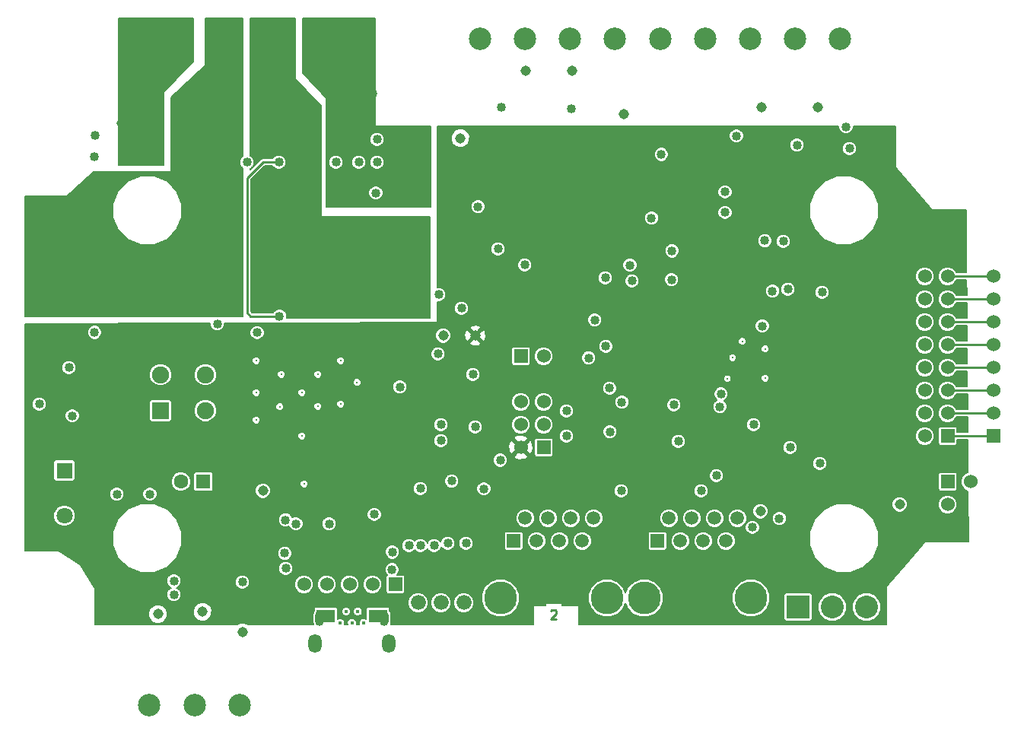
<source format=gbr>
G04 (created by PCBNEW (2013-07-07 BZR 4022)-stable) date 4/21/2018 10:45:42 AM*
%MOIN*%
G04 Gerber Fmt 3.4, Leading zero omitted, Abs format*
%FSLAX34Y34*%
G01*
G70*
G90*
G04 APERTURE LIST*
%ADD10C,0.00590551*%
%ADD11C,0.01*%
%ADD12R,0.1X0.1*%
%ADD13C,0.1*%
%ADD14R,0.06X0.06*%
%ADD15C,0.06*%
%ADD16R,0.0629921X0.0629921*%
%ADD17C,0.0629921*%
%ADD18C,0.0984252*%
%ADD19C,0.011811*%
%ADD20R,0.0708661X0.0708661*%
%ADD21C,0.0708661*%
%ADD22C,0.045*%
%ADD23C,0.066*%
%ADD24C,0.1437*%
%ADD25R,0.0591X0.0591*%
%ADD26C,0.0591*%
%ADD27O,0.0393701X0.0669291*%
%ADD28C,0.0177165*%
%ADD29C,0.075*%
%ADD30R,0.075X0.075*%
%ADD31O,0.0590551X0.0826772*%
%ADD32R,0.0787402X0.0562992*%
%ADD33R,0.0787402X0.0574803*%
%ADD34C,0.04*%
%ADD35C,0.008*%
G04 APERTURE END LIST*
G54D10*
G54D11*
X53425Y-44260D02*
X53444Y-44240D01*
X53482Y-44221D01*
X53578Y-44221D01*
X53616Y-44240D01*
X53635Y-44260D01*
X53654Y-44298D01*
X53654Y-44336D01*
X53635Y-44393D01*
X53406Y-44621D01*
X53654Y-44621D01*
G54D12*
X64248Y-44094D03*
G54D13*
X65748Y-44094D03*
X67248Y-44094D03*
G54D14*
X46600Y-43100D03*
G54D15*
X45600Y-43100D03*
X44600Y-43100D03*
X43600Y-43100D03*
X42600Y-43100D03*
G54D14*
X53100Y-37100D03*
G54D15*
X52100Y-37100D03*
X53100Y-36100D03*
X52100Y-36100D03*
X53100Y-35100D03*
X52100Y-35100D03*
G54D16*
X38192Y-38600D03*
G54D17*
X37207Y-38600D03*
G54D18*
X35178Y-19300D03*
X37147Y-19300D03*
X39115Y-19300D03*
X41084Y-19300D03*
X45021Y-19300D03*
X43052Y-19300D03*
G54D19*
X62810Y-32780D03*
X42600Y-38700D03*
X44200Y-35200D03*
X40500Y-33300D03*
X42500Y-36600D03*
X40500Y-34700D03*
X41600Y-33900D03*
X40500Y-35900D03*
X44930Y-34250D03*
G54D20*
X32100Y-38115D03*
G54D21*
X32100Y-40084D03*
G54D19*
X43200Y-33900D03*
X41540Y-35320D03*
X43200Y-35300D03*
X44200Y-33300D03*
X42500Y-34700D03*
G54D22*
X40800Y-39000D03*
G54D23*
X49600Y-43900D03*
X48600Y-43900D03*
X47600Y-43900D03*
G54D14*
X70800Y-38600D03*
G54D15*
X70800Y-39600D03*
G54D24*
X62180Y-43700D03*
X57507Y-43700D03*
G54D25*
X58092Y-41200D03*
G54D26*
X58592Y-40200D03*
X59092Y-41200D03*
X59592Y-40200D03*
X60092Y-41200D03*
X60592Y-40200D03*
X61092Y-41200D03*
X61592Y-40200D03*
G54D24*
X55881Y-43700D03*
X51208Y-43700D03*
G54D25*
X51793Y-41200D03*
G54D26*
X52293Y-40200D03*
X52793Y-41200D03*
X53293Y-40200D03*
X53793Y-41200D03*
X54293Y-40200D03*
X54793Y-41200D03*
X55293Y-40200D03*
G54D14*
X52100Y-33100D03*
G54D15*
X53100Y-33100D03*
G54D27*
X46107Y-44600D03*
X43292Y-44600D03*
G54D28*
X44955Y-44292D03*
X44700Y-44796D03*
X44444Y-44292D03*
X44188Y-44796D03*
X45211Y-44796D03*
G54D15*
X70800Y-29600D03*
X70800Y-30600D03*
X70800Y-31600D03*
X70800Y-32600D03*
X70800Y-33600D03*
X70800Y-34600D03*
X70800Y-35600D03*
G54D14*
X70800Y-36600D03*
X72800Y-36600D03*
G54D15*
X72800Y-35600D03*
X72800Y-34600D03*
X72800Y-33600D03*
X72800Y-32600D03*
X72800Y-31600D03*
X72800Y-30600D03*
X72800Y-29600D03*
X69800Y-29600D03*
X69800Y-30600D03*
X69800Y-31600D03*
X69800Y-32600D03*
X69800Y-33600D03*
X69800Y-34600D03*
X69800Y-35600D03*
X69800Y-36600D03*
G54D29*
X38284Y-33913D03*
X38284Y-35487D03*
G54D30*
X36316Y-35487D03*
G54D29*
X36316Y-33913D03*
G54D19*
X62810Y-34070D03*
X61150Y-34090D03*
X61380Y-33170D03*
X61800Y-32450D03*
G54D22*
X49450Y-23550D03*
X39900Y-45200D03*
X38150Y-44300D03*
X56600Y-22500D03*
X54350Y-20600D03*
X52300Y-20600D03*
X36200Y-44400D03*
X48700Y-32200D03*
X47300Y-24300D03*
X47400Y-27600D03*
X33300Y-27000D03*
X34600Y-22900D03*
X50100Y-32200D03*
X65100Y-22200D03*
X62650Y-22200D03*
G54D18*
X39768Y-48400D03*
X35831Y-48400D03*
X37800Y-48400D03*
X66074Y-19200D03*
X64105Y-19200D03*
X62137Y-19200D03*
X60168Y-19200D03*
X58200Y-19200D03*
X56231Y-19200D03*
X54262Y-19200D03*
X50325Y-19200D03*
X52294Y-19200D03*
G54D14*
X70800Y-38600D03*
G54D15*
X71800Y-38600D03*
G54D22*
X68700Y-39600D03*
X62600Y-39900D03*
G54D31*
X43085Y-45700D03*
G54D32*
X45841Y-44487D03*
G54D33*
X43558Y-44487D03*
G54D31*
X46314Y-45700D03*
G54D34*
X44000Y-24600D03*
X45000Y-24600D03*
X45800Y-24600D03*
X45800Y-23600D03*
X50230Y-27050D03*
X50400Y-30200D03*
X58750Y-24200D03*
X48630Y-39030D03*
X58290Y-35230D03*
X55300Y-23900D03*
X63400Y-24400D03*
X61780Y-26600D03*
X48800Y-34300D03*
X45390Y-34280D03*
X59010Y-37480D03*
X44100Y-36600D03*
X60470Y-28480D03*
X61510Y-38230D03*
X52090Y-31000D03*
X53070Y-30980D03*
X45200Y-36550D03*
X44000Y-37600D03*
X51000Y-32800D03*
X63800Y-30170D03*
X63600Y-28070D03*
X44600Y-27800D03*
X44600Y-31000D03*
X41000Y-31000D03*
X41000Y-28200D03*
X42400Y-26800D03*
X42400Y-26000D03*
X42400Y-25200D03*
X42400Y-24000D03*
X42400Y-23200D03*
X42400Y-22400D03*
X42200Y-21600D03*
X41400Y-21600D03*
X40600Y-21600D03*
X62790Y-28040D03*
X63130Y-30250D03*
X34600Y-28600D03*
X38200Y-28600D03*
X37700Y-26600D03*
X39000Y-26800D03*
X39000Y-26000D03*
X39000Y-25200D03*
X39000Y-24000D03*
X39000Y-23200D03*
X39000Y-22400D03*
X39000Y-21600D03*
X38200Y-21600D03*
X37400Y-21600D03*
X63430Y-40220D03*
X65200Y-37800D03*
X62250Y-40600D03*
X60000Y-39000D03*
X55340Y-31520D03*
X55070Y-33180D03*
X55820Y-32670D03*
X48470Y-33000D03*
X41530Y-31350D03*
X41500Y-24600D03*
X56970Y-29800D03*
X50000Y-33900D03*
X56880Y-29110D03*
X41790Y-40280D03*
X49075Y-38575D03*
X38800Y-31680D03*
X56010Y-36420D03*
X49700Y-41300D03*
X55990Y-34500D03*
X48900Y-41300D03*
X60870Y-34760D03*
X60820Y-35320D03*
X47700Y-41400D03*
X45600Y-21600D03*
X44800Y-21600D03*
X44000Y-21600D03*
X35400Y-24400D03*
X35400Y-23200D03*
X35400Y-21800D03*
X34800Y-21000D03*
X36200Y-21000D03*
X48500Y-30400D03*
X54300Y-22250D03*
X61050Y-25900D03*
X55800Y-29670D03*
X36900Y-43550D03*
X36900Y-42950D03*
X58810Y-35230D03*
X51250Y-22200D03*
X63900Y-37100D03*
X66500Y-24000D03*
X66350Y-23050D03*
X64200Y-23850D03*
X50480Y-38920D03*
X41800Y-42400D03*
X40550Y-32070D03*
X33430Y-24370D03*
X33460Y-23420D03*
X61550Y-23450D03*
X50220Y-26550D03*
X33420Y-32060D03*
X47700Y-38900D03*
X47200Y-41400D03*
X54100Y-36600D03*
X54100Y-35500D03*
X50100Y-36200D03*
X48600Y-36100D03*
X31000Y-35200D03*
X46470Y-41690D03*
X35850Y-39150D03*
X34400Y-39150D03*
X62300Y-36100D03*
X60670Y-38330D03*
X59000Y-36830D03*
X42250Y-40450D03*
X46460Y-42460D03*
X45680Y-40030D03*
X32450Y-35720D03*
X51100Y-28400D03*
X40100Y-24600D03*
X57830Y-27050D03*
X61050Y-26800D03*
X58710Y-29750D03*
X58720Y-28490D03*
X32300Y-33600D03*
X41760Y-41740D03*
X48300Y-41400D03*
X56500Y-39000D03*
X58260Y-24260D03*
X39900Y-43000D03*
X46800Y-34450D03*
X49500Y-31000D03*
X48600Y-36800D03*
X51200Y-37660D03*
X43700Y-40450D03*
X62680Y-31780D03*
X56530Y-35120D03*
X45750Y-25950D03*
X52275Y-29100D03*
X65300Y-30300D03*
G54D11*
X70800Y-36600D02*
X72800Y-36600D01*
X70800Y-35600D02*
X72800Y-35600D01*
X70800Y-34600D02*
X73000Y-34600D01*
X73000Y-34600D02*
X72800Y-34600D01*
X70800Y-33600D02*
X72800Y-33600D01*
X70800Y-32600D02*
X72800Y-32600D01*
X70800Y-31600D02*
X72800Y-31600D01*
X70800Y-30600D02*
X72800Y-30600D01*
X70800Y-29600D02*
X72800Y-29600D01*
X41500Y-24600D02*
X40800Y-24600D01*
X40250Y-31350D02*
X41530Y-31350D01*
X40100Y-31200D02*
X40250Y-31350D01*
X40100Y-25300D02*
X40100Y-31200D01*
X40800Y-24600D02*
X40100Y-25300D01*
G54D10*
G36*
X71709Y-41210D02*
X71220Y-41210D01*
X71220Y-39516D01*
X71220Y-39516D01*
X71220Y-38876D01*
X71220Y-38276D01*
X71201Y-38232D01*
X71168Y-38198D01*
X71123Y-38180D01*
X71076Y-38179D01*
X70476Y-38179D01*
X70432Y-38198D01*
X70398Y-38231D01*
X70380Y-38276D01*
X70379Y-38323D01*
X70379Y-38923D01*
X70398Y-38967D01*
X70431Y-39001D01*
X70476Y-39019D01*
X70523Y-39020D01*
X71123Y-39020D01*
X71167Y-39001D01*
X71201Y-38968D01*
X71219Y-38923D01*
X71220Y-38876D01*
X71220Y-39516D01*
X71156Y-39362D01*
X71038Y-39244D01*
X70883Y-39180D01*
X70716Y-39179D01*
X70562Y-39243D01*
X70444Y-39361D01*
X70380Y-39516D01*
X70379Y-39683D01*
X70443Y-39837D01*
X70561Y-39955D01*
X70716Y-40019D01*
X70883Y-40020D01*
X71037Y-39956D01*
X71155Y-39838D01*
X71219Y-39683D01*
X71220Y-39516D01*
X71220Y-41210D01*
X70220Y-41210D01*
X70220Y-36516D01*
X70220Y-35516D01*
X70220Y-34516D01*
X70220Y-33516D01*
X70220Y-32516D01*
X70220Y-31516D01*
X70220Y-30516D01*
X70220Y-29516D01*
X70156Y-29362D01*
X70038Y-29244D01*
X69883Y-29180D01*
X69716Y-29179D01*
X69562Y-29243D01*
X69444Y-29361D01*
X69380Y-29516D01*
X69379Y-29683D01*
X69443Y-29837D01*
X69561Y-29955D01*
X69716Y-30019D01*
X69883Y-30020D01*
X70037Y-29956D01*
X70155Y-29838D01*
X70219Y-29683D01*
X70220Y-29516D01*
X70220Y-30516D01*
X70156Y-30362D01*
X70038Y-30244D01*
X69883Y-30180D01*
X69716Y-30179D01*
X69562Y-30243D01*
X69444Y-30361D01*
X69380Y-30516D01*
X69379Y-30683D01*
X69443Y-30837D01*
X69561Y-30955D01*
X69716Y-31019D01*
X69883Y-31020D01*
X70037Y-30956D01*
X70155Y-30838D01*
X70219Y-30683D01*
X70220Y-30516D01*
X70220Y-31516D01*
X70156Y-31362D01*
X70038Y-31244D01*
X69883Y-31180D01*
X69716Y-31179D01*
X69562Y-31243D01*
X69444Y-31361D01*
X69380Y-31516D01*
X69379Y-31683D01*
X69443Y-31837D01*
X69561Y-31955D01*
X69716Y-32019D01*
X69883Y-32020D01*
X70037Y-31956D01*
X70155Y-31838D01*
X70219Y-31683D01*
X70220Y-31516D01*
X70220Y-32516D01*
X70156Y-32362D01*
X70038Y-32244D01*
X69883Y-32180D01*
X69716Y-32179D01*
X69562Y-32243D01*
X69444Y-32361D01*
X69380Y-32516D01*
X69379Y-32683D01*
X69443Y-32837D01*
X69561Y-32955D01*
X69716Y-33019D01*
X69883Y-33020D01*
X70037Y-32956D01*
X70155Y-32838D01*
X70219Y-32683D01*
X70220Y-32516D01*
X70220Y-33516D01*
X70156Y-33362D01*
X70038Y-33244D01*
X69883Y-33180D01*
X69716Y-33179D01*
X69562Y-33243D01*
X69444Y-33361D01*
X69380Y-33516D01*
X69379Y-33683D01*
X69443Y-33837D01*
X69561Y-33955D01*
X69716Y-34019D01*
X69883Y-34020D01*
X70037Y-33956D01*
X70155Y-33838D01*
X70219Y-33683D01*
X70220Y-33516D01*
X70220Y-34516D01*
X70156Y-34362D01*
X70038Y-34244D01*
X69883Y-34180D01*
X69716Y-34179D01*
X69562Y-34243D01*
X69444Y-34361D01*
X69380Y-34516D01*
X69379Y-34683D01*
X69443Y-34837D01*
X69561Y-34955D01*
X69716Y-35019D01*
X69883Y-35020D01*
X70037Y-34956D01*
X70155Y-34838D01*
X70219Y-34683D01*
X70220Y-34516D01*
X70220Y-35516D01*
X70156Y-35362D01*
X70038Y-35244D01*
X69883Y-35180D01*
X69716Y-35179D01*
X69562Y-35243D01*
X69444Y-35361D01*
X69380Y-35516D01*
X69379Y-35683D01*
X69443Y-35837D01*
X69561Y-35955D01*
X69716Y-36019D01*
X69883Y-36020D01*
X70037Y-35956D01*
X70155Y-35838D01*
X70219Y-35683D01*
X70220Y-35516D01*
X70220Y-36516D01*
X70156Y-36362D01*
X70038Y-36244D01*
X69883Y-36180D01*
X69716Y-36179D01*
X69562Y-36243D01*
X69444Y-36361D01*
X69380Y-36516D01*
X69379Y-36683D01*
X69443Y-36837D01*
X69561Y-36955D01*
X69716Y-37019D01*
X69883Y-37020D01*
X70037Y-36956D01*
X70155Y-36838D01*
X70219Y-36683D01*
X70220Y-36516D01*
X70220Y-41210D01*
X69831Y-41210D01*
X69045Y-42112D01*
X69045Y-39531D01*
X68992Y-39404D01*
X68895Y-39307D01*
X68768Y-39255D01*
X68631Y-39254D01*
X68504Y-39307D01*
X68407Y-39404D01*
X68355Y-39531D01*
X68354Y-39668D01*
X68407Y-39795D01*
X68504Y-39892D01*
X68631Y-39944D01*
X68768Y-39945D01*
X68895Y-39892D01*
X68992Y-39795D01*
X69044Y-39668D01*
X69045Y-39531D01*
X69045Y-42112D01*
X68110Y-43185D01*
X68110Y-44860D01*
X67868Y-44860D01*
X67868Y-43971D01*
X67773Y-43743D01*
X67772Y-43742D01*
X67772Y-40784D01*
X67772Y-26414D01*
X67542Y-25857D01*
X67115Y-25430D01*
X66820Y-25307D01*
X66820Y-23936D01*
X66771Y-23818D01*
X66681Y-23728D01*
X66563Y-23680D01*
X66436Y-23679D01*
X66318Y-23728D01*
X66228Y-23818D01*
X66180Y-23936D01*
X66179Y-24063D01*
X66228Y-24181D01*
X66318Y-24271D01*
X66436Y-24319D01*
X66563Y-24320D01*
X66681Y-24271D01*
X66771Y-24181D01*
X66819Y-24063D01*
X66820Y-23936D01*
X66820Y-25307D01*
X66558Y-25198D01*
X65955Y-25198D01*
X65398Y-25428D01*
X64971Y-25854D01*
X64739Y-26412D01*
X64739Y-27015D01*
X64969Y-27572D01*
X65395Y-27999D01*
X65952Y-28231D01*
X66556Y-28231D01*
X67113Y-28001D01*
X67540Y-27575D01*
X67772Y-27017D01*
X67772Y-26414D01*
X67772Y-40784D01*
X67542Y-40227D01*
X67115Y-39800D01*
X66558Y-39568D01*
X65955Y-39568D01*
X65620Y-39707D01*
X65620Y-30236D01*
X65571Y-30118D01*
X65481Y-30028D01*
X65363Y-29980D01*
X65236Y-29979D01*
X65118Y-30028D01*
X65028Y-30118D01*
X64980Y-30236D01*
X64979Y-30363D01*
X65028Y-30481D01*
X65118Y-30571D01*
X65236Y-30619D01*
X65363Y-30620D01*
X65481Y-30571D01*
X65571Y-30481D01*
X65619Y-30363D01*
X65620Y-30236D01*
X65620Y-39707D01*
X65520Y-39748D01*
X65520Y-37736D01*
X65471Y-37618D01*
X65381Y-37528D01*
X65263Y-37480D01*
X65136Y-37479D01*
X65018Y-37528D01*
X64928Y-37618D01*
X64880Y-37736D01*
X64879Y-37863D01*
X64928Y-37981D01*
X65018Y-38071D01*
X65136Y-38119D01*
X65263Y-38120D01*
X65381Y-38071D01*
X65471Y-37981D01*
X65519Y-37863D01*
X65520Y-37736D01*
X65520Y-39748D01*
X65398Y-39798D01*
X64971Y-40224D01*
X64739Y-40782D01*
X64739Y-41385D01*
X64969Y-41942D01*
X65395Y-42369D01*
X65952Y-42601D01*
X66556Y-42601D01*
X67113Y-42371D01*
X67540Y-41945D01*
X67772Y-41387D01*
X67772Y-40784D01*
X67772Y-43742D01*
X67599Y-43569D01*
X67371Y-43474D01*
X67125Y-43474D01*
X66897Y-43568D01*
X66722Y-43742D01*
X66628Y-43970D01*
X66627Y-44217D01*
X66722Y-44445D01*
X66896Y-44619D01*
X67124Y-44714D01*
X67370Y-44714D01*
X67598Y-44620D01*
X67773Y-44446D01*
X67867Y-44218D01*
X67868Y-43971D01*
X67868Y-44860D01*
X66368Y-44860D01*
X66368Y-43971D01*
X66273Y-43743D01*
X66099Y-43569D01*
X65871Y-43474D01*
X65625Y-43474D01*
X65397Y-43568D01*
X65222Y-43742D01*
X65128Y-43970D01*
X65127Y-44217D01*
X65222Y-44445D01*
X65396Y-44619D01*
X65624Y-44714D01*
X65870Y-44714D01*
X66098Y-44620D01*
X66273Y-44446D01*
X66367Y-44218D01*
X66368Y-43971D01*
X66368Y-44860D01*
X64868Y-44860D01*
X64868Y-44570D01*
X64868Y-43570D01*
X64849Y-43526D01*
X64816Y-43492D01*
X64772Y-43474D01*
X64724Y-43474D01*
X64520Y-43474D01*
X64520Y-23786D01*
X64471Y-23668D01*
X64381Y-23578D01*
X64263Y-23530D01*
X64136Y-23529D01*
X64018Y-23578D01*
X63928Y-23668D01*
X63880Y-23786D01*
X63879Y-23913D01*
X63928Y-24031D01*
X64018Y-24121D01*
X64136Y-24169D01*
X64263Y-24170D01*
X64381Y-24121D01*
X64471Y-24031D01*
X64519Y-23913D01*
X64520Y-23786D01*
X64520Y-43474D01*
X64220Y-43474D01*
X64220Y-37036D01*
X64171Y-36918D01*
X64120Y-36867D01*
X64120Y-30106D01*
X64071Y-29988D01*
X63981Y-29898D01*
X63920Y-29873D01*
X63920Y-28006D01*
X63871Y-27888D01*
X63781Y-27798D01*
X63663Y-27750D01*
X63536Y-27749D01*
X63418Y-27798D01*
X63328Y-27888D01*
X63280Y-28006D01*
X63279Y-28133D01*
X63328Y-28251D01*
X63418Y-28341D01*
X63536Y-28389D01*
X63663Y-28390D01*
X63781Y-28341D01*
X63871Y-28251D01*
X63919Y-28133D01*
X63920Y-28006D01*
X63920Y-29873D01*
X63863Y-29850D01*
X63736Y-29849D01*
X63618Y-29898D01*
X63528Y-29988D01*
X63480Y-30106D01*
X63479Y-30233D01*
X63528Y-30351D01*
X63618Y-30441D01*
X63736Y-30489D01*
X63863Y-30490D01*
X63981Y-30441D01*
X64071Y-30351D01*
X64119Y-30233D01*
X64120Y-30106D01*
X64120Y-36867D01*
X64081Y-36828D01*
X63963Y-36780D01*
X63836Y-36779D01*
X63718Y-36828D01*
X63628Y-36918D01*
X63580Y-37036D01*
X63579Y-37163D01*
X63628Y-37281D01*
X63718Y-37371D01*
X63836Y-37419D01*
X63963Y-37420D01*
X64081Y-37371D01*
X64171Y-37281D01*
X64219Y-37163D01*
X64220Y-37036D01*
X64220Y-43474D01*
X63750Y-43474D01*
X63750Y-40156D01*
X63701Y-40038D01*
X63611Y-39948D01*
X63493Y-39900D01*
X63450Y-39900D01*
X63450Y-30186D01*
X63401Y-30068D01*
X63311Y-29978D01*
X63193Y-29930D01*
X63110Y-29929D01*
X63110Y-27976D01*
X63061Y-27858D01*
X62971Y-27768D01*
X62853Y-27720D01*
X62726Y-27719D01*
X62608Y-27768D01*
X62518Y-27858D01*
X62470Y-27976D01*
X62469Y-28103D01*
X62518Y-28221D01*
X62608Y-28311D01*
X62726Y-28359D01*
X62853Y-28360D01*
X62971Y-28311D01*
X63061Y-28221D01*
X63109Y-28103D01*
X63110Y-27976D01*
X63110Y-29929D01*
X63066Y-29929D01*
X62948Y-29978D01*
X62858Y-30068D01*
X62810Y-30186D01*
X62809Y-30313D01*
X62858Y-30431D01*
X62948Y-30521D01*
X63066Y-30569D01*
X63193Y-30570D01*
X63311Y-30521D01*
X63401Y-30431D01*
X63449Y-30313D01*
X63450Y-30186D01*
X63450Y-39900D01*
X63366Y-39899D01*
X63248Y-39948D01*
X63158Y-40038D01*
X63110Y-40156D01*
X63109Y-40283D01*
X63158Y-40401D01*
X63248Y-40491D01*
X63366Y-40539D01*
X63493Y-40540D01*
X63611Y-40491D01*
X63701Y-40401D01*
X63749Y-40283D01*
X63750Y-40156D01*
X63750Y-43474D01*
X63724Y-43474D01*
X63680Y-43492D01*
X63646Y-43526D01*
X63628Y-43570D01*
X63628Y-43618D01*
X63628Y-44618D01*
X63646Y-44662D01*
X63679Y-44696D01*
X63724Y-44714D01*
X63771Y-44714D01*
X64771Y-44714D01*
X64815Y-44696D01*
X64849Y-44662D01*
X64868Y-44618D01*
X64868Y-44570D01*
X64868Y-44860D01*
X63019Y-44860D01*
X63019Y-43534D01*
X63000Y-43488D01*
X63000Y-31716D01*
X62951Y-31598D01*
X62861Y-31508D01*
X62743Y-31460D01*
X62616Y-31459D01*
X62498Y-31508D01*
X62408Y-31598D01*
X62360Y-31716D01*
X62359Y-31843D01*
X62408Y-31961D01*
X62498Y-32051D01*
X62616Y-32099D01*
X62743Y-32100D01*
X62861Y-32051D01*
X62951Y-31961D01*
X62999Y-31843D01*
X63000Y-31716D01*
X63000Y-43488D01*
X62989Y-43461D01*
X62989Y-34034D01*
X62989Y-32744D01*
X62961Y-32678D01*
X62911Y-32628D01*
X62845Y-32600D01*
X62774Y-32600D01*
X62708Y-32628D01*
X62658Y-32678D01*
X62630Y-32744D01*
X62630Y-32815D01*
X62658Y-32881D01*
X62708Y-32931D01*
X62774Y-32959D01*
X62845Y-32959D01*
X62911Y-32931D01*
X62961Y-32881D01*
X62989Y-32815D01*
X62989Y-32744D01*
X62989Y-34034D01*
X62961Y-33968D01*
X62911Y-33918D01*
X62845Y-33890D01*
X62774Y-33890D01*
X62708Y-33918D01*
X62658Y-33968D01*
X62630Y-34034D01*
X62630Y-34105D01*
X62658Y-34171D01*
X62708Y-34221D01*
X62774Y-34249D01*
X62845Y-34249D01*
X62911Y-34221D01*
X62961Y-34171D01*
X62989Y-34105D01*
X62989Y-34034D01*
X62989Y-43461D01*
X62945Y-43355D01*
X62945Y-39831D01*
X62892Y-39704D01*
X62795Y-39607D01*
X62668Y-39555D01*
X62620Y-39555D01*
X62620Y-36036D01*
X62571Y-35918D01*
X62481Y-35828D01*
X62363Y-35780D01*
X62236Y-35779D01*
X62118Y-35828D01*
X62028Y-35918D01*
X61980Y-36036D01*
X61979Y-36163D01*
X62028Y-36281D01*
X62118Y-36371D01*
X62236Y-36419D01*
X62363Y-36420D01*
X62481Y-36371D01*
X62571Y-36281D01*
X62619Y-36163D01*
X62620Y-36036D01*
X62620Y-39555D01*
X62531Y-39554D01*
X62404Y-39607D01*
X62307Y-39704D01*
X62255Y-39831D01*
X62254Y-39968D01*
X62307Y-40095D01*
X62404Y-40192D01*
X62531Y-40244D01*
X62668Y-40245D01*
X62795Y-40192D01*
X62892Y-40095D01*
X62944Y-39968D01*
X62945Y-39831D01*
X62945Y-43355D01*
X62891Y-43226D01*
X62656Y-42990D01*
X62570Y-42954D01*
X62570Y-40536D01*
X62521Y-40418D01*
X62431Y-40328D01*
X62313Y-40280D01*
X62186Y-40279D01*
X62068Y-40328D01*
X62008Y-40389D01*
X62008Y-40118D01*
X61979Y-40048D01*
X61979Y-32414D01*
X61951Y-32348D01*
X61901Y-32298D01*
X61870Y-32285D01*
X61870Y-23386D01*
X61821Y-23268D01*
X61731Y-23178D01*
X61613Y-23130D01*
X61486Y-23129D01*
X61368Y-23178D01*
X61278Y-23268D01*
X61230Y-23386D01*
X61229Y-23513D01*
X61278Y-23631D01*
X61368Y-23721D01*
X61486Y-23769D01*
X61613Y-23770D01*
X61731Y-23721D01*
X61821Y-23631D01*
X61869Y-23513D01*
X61870Y-23386D01*
X61870Y-32285D01*
X61835Y-32270D01*
X61764Y-32270D01*
X61698Y-32298D01*
X61648Y-32348D01*
X61620Y-32414D01*
X61620Y-32485D01*
X61648Y-32551D01*
X61698Y-32601D01*
X61764Y-32629D01*
X61835Y-32629D01*
X61901Y-32601D01*
X61951Y-32551D01*
X61979Y-32485D01*
X61979Y-32414D01*
X61979Y-40048D01*
X61944Y-39965D01*
X61828Y-39848D01*
X61675Y-39785D01*
X61559Y-39785D01*
X61559Y-33134D01*
X61531Y-33068D01*
X61481Y-33018D01*
X61415Y-32990D01*
X61370Y-32990D01*
X61370Y-26736D01*
X61370Y-25836D01*
X61321Y-25718D01*
X61231Y-25628D01*
X61113Y-25580D01*
X60986Y-25579D01*
X60868Y-25628D01*
X60778Y-25718D01*
X60730Y-25836D01*
X60729Y-25963D01*
X60778Y-26081D01*
X60868Y-26171D01*
X60986Y-26219D01*
X61113Y-26220D01*
X61231Y-26171D01*
X61321Y-26081D01*
X61369Y-25963D01*
X61370Y-25836D01*
X61370Y-26736D01*
X61321Y-26618D01*
X61231Y-26528D01*
X61113Y-26480D01*
X60986Y-26479D01*
X60868Y-26528D01*
X60778Y-26618D01*
X60730Y-26736D01*
X60729Y-26863D01*
X60778Y-26981D01*
X60868Y-27071D01*
X60986Y-27119D01*
X61113Y-27120D01*
X61231Y-27071D01*
X61321Y-26981D01*
X61369Y-26863D01*
X61370Y-26736D01*
X61370Y-32990D01*
X61344Y-32990D01*
X61278Y-33018D01*
X61228Y-33068D01*
X61200Y-33134D01*
X61200Y-33205D01*
X61228Y-33271D01*
X61278Y-33321D01*
X61344Y-33349D01*
X61415Y-33349D01*
X61481Y-33321D01*
X61531Y-33271D01*
X61559Y-33205D01*
X61559Y-33134D01*
X61559Y-39785D01*
X61510Y-39785D01*
X61357Y-39848D01*
X61329Y-39876D01*
X61329Y-34054D01*
X61301Y-33988D01*
X61251Y-33938D01*
X61185Y-33910D01*
X61114Y-33910D01*
X61048Y-33938D01*
X60998Y-33988D01*
X60970Y-34054D01*
X60970Y-34125D01*
X60998Y-34191D01*
X61048Y-34241D01*
X61114Y-34269D01*
X61185Y-34269D01*
X61251Y-34241D01*
X61301Y-34191D01*
X61329Y-34125D01*
X61329Y-34054D01*
X61329Y-39876D01*
X61240Y-39965D01*
X61190Y-40086D01*
X61190Y-34696D01*
X61141Y-34578D01*
X61051Y-34488D01*
X60933Y-34440D01*
X60806Y-34439D01*
X60688Y-34488D01*
X60598Y-34578D01*
X60550Y-34696D01*
X60549Y-34823D01*
X60598Y-34941D01*
X60686Y-35028D01*
X60638Y-35048D01*
X60548Y-35138D01*
X60500Y-35256D01*
X60499Y-35383D01*
X60548Y-35501D01*
X60638Y-35591D01*
X60756Y-35639D01*
X60883Y-35640D01*
X61001Y-35591D01*
X61091Y-35501D01*
X61139Y-35383D01*
X61140Y-35256D01*
X61091Y-35138D01*
X61003Y-35051D01*
X61051Y-35031D01*
X61141Y-34941D01*
X61189Y-34823D01*
X61190Y-34696D01*
X61190Y-40086D01*
X61177Y-40117D01*
X61176Y-40283D01*
X61240Y-40435D01*
X61356Y-40552D01*
X61509Y-40616D01*
X61674Y-40616D01*
X61827Y-40553D01*
X61944Y-40436D01*
X62007Y-40283D01*
X62008Y-40118D01*
X62008Y-40389D01*
X61978Y-40418D01*
X61930Y-40536D01*
X61929Y-40663D01*
X61978Y-40781D01*
X62068Y-40871D01*
X62186Y-40919D01*
X62313Y-40920D01*
X62431Y-40871D01*
X62521Y-40781D01*
X62569Y-40663D01*
X62570Y-40536D01*
X62570Y-42954D01*
X62348Y-42862D01*
X62014Y-42862D01*
X61706Y-42989D01*
X61508Y-43187D01*
X61508Y-41118D01*
X61444Y-40965D01*
X61328Y-40848D01*
X61175Y-40785D01*
X61010Y-40785D01*
X61008Y-40786D01*
X61008Y-40118D01*
X60990Y-40074D01*
X60990Y-38266D01*
X60941Y-38148D01*
X60851Y-38058D01*
X60733Y-38010D01*
X60606Y-38009D01*
X60488Y-38058D01*
X60398Y-38148D01*
X60350Y-38266D01*
X60349Y-38393D01*
X60398Y-38511D01*
X60488Y-38601D01*
X60606Y-38649D01*
X60733Y-38650D01*
X60851Y-38601D01*
X60941Y-38511D01*
X60989Y-38393D01*
X60990Y-38266D01*
X60990Y-40074D01*
X60944Y-39965D01*
X60828Y-39848D01*
X60675Y-39785D01*
X60510Y-39785D01*
X60357Y-39848D01*
X60320Y-39885D01*
X60320Y-38936D01*
X60271Y-38818D01*
X60181Y-38728D01*
X60063Y-38680D01*
X59936Y-38679D01*
X59818Y-38728D01*
X59728Y-38818D01*
X59680Y-38936D01*
X59679Y-39063D01*
X59728Y-39181D01*
X59818Y-39271D01*
X59936Y-39319D01*
X60063Y-39320D01*
X60181Y-39271D01*
X60271Y-39181D01*
X60319Y-39063D01*
X60320Y-38936D01*
X60320Y-39885D01*
X60240Y-39965D01*
X60177Y-40117D01*
X60176Y-40283D01*
X60240Y-40435D01*
X60356Y-40552D01*
X60509Y-40616D01*
X60674Y-40616D01*
X60827Y-40553D01*
X60944Y-40436D01*
X61007Y-40283D01*
X61008Y-40118D01*
X61008Y-40786D01*
X60857Y-40848D01*
X60740Y-40965D01*
X60677Y-41117D01*
X60676Y-41283D01*
X60740Y-41435D01*
X60856Y-41552D01*
X61009Y-41616D01*
X61174Y-41616D01*
X61327Y-41553D01*
X61444Y-41436D01*
X61507Y-41283D01*
X61508Y-41118D01*
X61508Y-43187D01*
X61470Y-43225D01*
X61342Y-43533D01*
X61341Y-43866D01*
X61469Y-44175D01*
X61704Y-44411D01*
X62013Y-44539D01*
X62346Y-44539D01*
X62654Y-44412D01*
X62890Y-44176D01*
X63018Y-43868D01*
X63019Y-43534D01*
X63019Y-44860D01*
X60508Y-44860D01*
X60508Y-41118D01*
X60444Y-40965D01*
X60328Y-40848D01*
X60175Y-40785D01*
X60010Y-40785D01*
X60008Y-40786D01*
X60008Y-40118D01*
X59944Y-39965D01*
X59828Y-39848D01*
X59675Y-39785D01*
X59510Y-39785D01*
X59357Y-39848D01*
X59320Y-39885D01*
X59320Y-36766D01*
X59271Y-36648D01*
X59181Y-36558D01*
X59130Y-36537D01*
X59130Y-35166D01*
X59081Y-35048D01*
X59040Y-35007D01*
X59040Y-28426D01*
X58991Y-28308D01*
X58901Y-28218D01*
X58783Y-28170D01*
X58656Y-28169D01*
X58580Y-28201D01*
X58580Y-24196D01*
X58531Y-24078D01*
X58441Y-23988D01*
X58323Y-23940D01*
X58196Y-23939D01*
X58078Y-23988D01*
X57988Y-24078D01*
X57940Y-24196D01*
X57939Y-24323D01*
X57988Y-24441D01*
X58078Y-24531D01*
X58196Y-24579D01*
X58323Y-24580D01*
X58441Y-24531D01*
X58531Y-24441D01*
X58579Y-24323D01*
X58580Y-24196D01*
X58580Y-28201D01*
X58538Y-28218D01*
X58448Y-28308D01*
X58400Y-28426D01*
X58399Y-28553D01*
X58448Y-28671D01*
X58538Y-28761D01*
X58656Y-28809D01*
X58783Y-28810D01*
X58901Y-28761D01*
X58991Y-28671D01*
X59039Y-28553D01*
X59040Y-28426D01*
X59040Y-35007D01*
X59030Y-34997D01*
X59030Y-29686D01*
X58981Y-29568D01*
X58891Y-29478D01*
X58773Y-29430D01*
X58646Y-29429D01*
X58528Y-29478D01*
X58438Y-29568D01*
X58390Y-29686D01*
X58389Y-29813D01*
X58438Y-29931D01*
X58528Y-30021D01*
X58646Y-30069D01*
X58773Y-30070D01*
X58891Y-30021D01*
X58981Y-29931D01*
X59029Y-29813D01*
X59030Y-29686D01*
X59030Y-34997D01*
X58991Y-34958D01*
X58873Y-34910D01*
X58746Y-34909D01*
X58628Y-34958D01*
X58538Y-35048D01*
X58490Y-35166D01*
X58489Y-35293D01*
X58538Y-35411D01*
X58628Y-35501D01*
X58746Y-35549D01*
X58873Y-35550D01*
X58991Y-35501D01*
X59081Y-35411D01*
X59129Y-35293D01*
X59130Y-35166D01*
X59130Y-36537D01*
X59063Y-36510D01*
X58936Y-36509D01*
X58818Y-36558D01*
X58728Y-36648D01*
X58680Y-36766D01*
X58679Y-36893D01*
X58728Y-37011D01*
X58818Y-37101D01*
X58936Y-37149D01*
X59063Y-37150D01*
X59181Y-37101D01*
X59271Y-37011D01*
X59319Y-36893D01*
X59320Y-36766D01*
X59320Y-39885D01*
X59240Y-39965D01*
X59177Y-40117D01*
X59176Y-40283D01*
X59240Y-40435D01*
X59356Y-40552D01*
X59509Y-40616D01*
X59674Y-40616D01*
X59827Y-40553D01*
X59944Y-40436D01*
X60007Y-40283D01*
X60008Y-40118D01*
X60008Y-40786D01*
X59857Y-40848D01*
X59740Y-40965D01*
X59677Y-41117D01*
X59676Y-41283D01*
X59740Y-41435D01*
X59856Y-41552D01*
X60009Y-41616D01*
X60174Y-41616D01*
X60327Y-41553D01*
X60444Y-41436D01*
X60507Y-41283D01*
X60508Y-41118D01*
X60508Y-44860D01*
X59508Y-44860D01*
X59508Y-41118D01*
X59444Y-40965D01*
X59328Y-40848D01*
X59175Y-40785D01*
X59010Y-40785D01*
X59008Y-40786D01*
X59008Y-40118D01*
X58944Y-39965D01*
X58828Y-39848D01*
X58675Y-39785D01*
X58510Y-39785D01*
X58357Y-39848D01*
X58240Y-39965D01*
X58177Y-40117D01*
X58176Y-40283D01*
X58240Y-40435D01*
X58356Y-40552D01*
X58509Y-40616D01*
X58674Y-40616D01*
X58827Y-40553D01*
X58944Y-40436D01*
X59007Y-40283D01*
X59008Y-40118D01*
X59008Y-40786D01*
X58857Y-40848D01*
X58740Y-40965D01*
X58677Y-41117D01*
X58676Y-41283D01*
X58740Y-41435D01*
X58856Y-41552D01*
X59009Y-41616D01*
X59174Y-41616D01*
X59327Y-41553D01*
X59444Y-41436D01*
X59507Y-41283D01*
X59508Y-41118D01*
X59508Y-44860D01*
X58508Y-44860D01*
X58508Y-41472D01*
X58508Y-40881D01*
X58489Y-40837D01*
X58456Y-40803D01*
X58411Y-40785D01*
X58364Y-40785D01*
X58150Y-40785D01*
X58150Y-26986D01*
X58101Y-26868D01*
X58011Y-26778D01*
X57893Y-26730D01*
X57766Y-26729D01*
X57648Y-26778D01*
X57558Y-26868D01*
X57510Y-26986D01*
X57509Y-27113D01*
X57558Y-27231D01*
X57648Y-27321D01*
X57766Y-27369D01*
X57893Y-27370D01*
X58011Y-27321D01*
X58101Y-27231D01*
X58149Y-27113D01*
X58150Y-26986D01*
X58150Y-40785D01*
X57773Y-40785D01*
X57729Y-40803D01*
X57695Y-40837D01*
X57677Y-40881D01*
X57676Y-40929D01*
X57676Y-41520D01*
X57695Y-41564D01*
X57728Y-41597D01*
X57773Y-41616D01*
X57820Y-41616D01*
X58411Y-41616D01*
X58455Y-41598D01*
X58489Y-41564D01*
X58507Y-41520D01*
X58508Y-41472D01*
X58508Y-44860D01*
X58346Y-44860D01*
X58346Y-43534D01*
X58218Y-43226D01*
X57983Y-42990D01*
X57675Y-42862D01*
X57341Y-42862D01*
X57290Y-42883D01*
X57290Y-29736D01*
X57241Y-29618D01*
X57200Y-29577D01*
X57200Y-29046D01*
X57151Y-28928D01*
X57061Y-28838D01*
X56943Y-28790D01*
X56816Y-28789D01*
X56698Y-28838D01*
X56608Y-28928D01*
X56560Y-29046D01*
X56559Y-29173D01*
X56608Y-29291D01*
X56698Y-29381D01*
X56816Y-29429D01*
X56943Y-29430D01*
X57061Y-29381D01*
X57151Y-29291D01*
X57199Y-29173D01*
X57200Y-29046D01*
X57200Y-29577D01*
X57151Y-29528D01*
X57033Y-29480D01*
X56906Y-29479D01*
X56788Y-29528D01*
X56698Y-29618D01*
X56650Y-29736D01*
X56649Y-29863D01*
X56698Y-29981D01*
X56788Y-30071D01*
X56906Y-30119D01*
X57033Y-30120D01*
X57151Y-30071D01*
X57241Y-29981D01*
X57289Y-29863D01*
X57290Y-29736D01*
X57290Y-42883D01*
X57033Y-42989D01*
X56850Y-43172D01*
X56850Y-35056D01*
X56801Y-34938D01*
X56711Y-34848D01*
X56593Y-34800D01*
X56466Y-34799D01*
X56348Y-34848D01*
X56310Y-34887D01*
X56310Y-34436D01*
X56261Y-34318D01*
X56171Y-34228D01*
X56140Y-34215D01*
X56140Y-32606D01*
X56120Y-32558D01*
X56120Y-29606D01*
X56071Y-29488D01*
X55981Y-29398D01*
X55863Y-29350D01*
X55736Y-29349D01*
X55618Y-29398D01*
X55528Y-29488D01*
X55480Y-29606D01*
X55479Y-29733D01*
X55528Y-29851D01*
X55618Y-29941D01*
X55736Y-29989D01*
X55863Y-29990D01*
X55981Y-29941D01*
X56071Y-29851D01*
X56119Y-29733D01*
X56120Y-29606D01*
X56120Y-32558D01*
X56091Y-32488D01*
X56001Y-32398D01*
X55883Y-32350D01*
X55756Y-32349D01*
X55660Y-32389D01*
X55660Y-31456D01*
X55611Y-31338D01*
X55521Y-31248D01*
X55403Y-31200D01*
X55276Y-31199D01*
X55158Y-31248D01*
X55068Y-31338D01*
X55020Y-31456D01*
X55019Y-31583D01*
X55068Y-31701D01*
X55158Y-31791D01*
X55276Y-31839D01*
X55403Y-31840D01*
X55521Y-31791D01*
X55611Y-31701D01*
X55659Y-31583D01*
X55660Y-31456D01*
X55660Y-32389D01*
X55638Y-32398D01*
X55548Y-32488D01*
X55500Y-32606D01*
X55499Y-32733D01*
X55548Y-32851D01*
X55638Y-32941D01*
X55756Y-32989D01*
X55883Y-32990D01*
X56001Y-32941D01*
X56091Y-32851D01*
X56139Y-32733D01*
X56140Y-32606D01*
X56140Y-34215D01*
X56053Y-34180D01*
X55926Y-34179D01*
X55808Y-34228D01*
X55718Y-34318D01*
X55670Y-34436D01*
X55669Y-34563D01*
X55718Y-34681D01*
X55808Y-34771D01*
X55926Y-34819D01*
X56053Y-34820D01*
X56171Y-34771D01*
X56261Y-34681D01*
X56309Y-34563D01*
X56310Y-34436D01*
X56310Y-34887D01*
X56258Y-34938D01*
X56210Y-35056D01*
X56209Y-35183D01*
X56258Y-35301D01*
X56348Y-35391D01*
X56466Y-35439D01*
X56593Y-35440D01*
X56711Y-35391D01*
X56801Y-35301D01*
X56849Y-35183D01*
X56850Y-35056D01*
X56850Y-43172D01*
X56820Y-43202D01*
X56820Y-38936D01*
X56771Y-38818D01*
X56681Y-38728D01*
X56563Y-38680D01*
X56436Y-38679D01*
X56330Y-38723D01*
X56330Y-36356D01*
X56281Y-36238D01*
X56191Y-36148D01*
X56073Y-36100D01*
X55946Y-36099D01*
X55828Y-36148D01*
X55738Y-36238D01*
X55690Y-36356D01*
X55689Y-36483D01*
X55738Y-36601D01*
X55828Y-36691D01*
X55946Y-36739D01*
X56073Y-36740D01*
X56191Y-36691D01*
X56281Y-36601D01*
X56329Y-36483D01*
X56330Y-36356D01*
X56330Y-38723D01*
X56318Y-38728D01*
X56228Y-38818D01*
X56180Y-38936D01*
X56179Y-39063D01*
X56228Y-39181D01*
X56318Y-39271D01*
X56436Y-39319D01*
X56563Y-39320D01*
X56681Y-39271D01*
X56771Y-39181D01*
X56819Y-39063D01*
X56820Y-38936D01*
X56820Y-43202D01*
X56797Y-43225D01*
X56694Y-43472D01*
X56592Y-43226D01*
X56356Y-42990D01*
X56048Y-42862D01*
X55715Y-42862D01*
X55708Y-42864D01*
X55708Y-40118D01*
X55645Y-39965D01*
X55528Y-39848D01*
X55390Y-39791D01*
X55390Y-33116D01*
X55341Y-32998D01*
X55251Y-32908D01*
X55133Y-32860D01*
X55006Y-32859D01*
X54888Y-32908D01*
X54798Y-32998D01*
X54750Y-33116D01*
X54749Y-33243D01*
X54798Y-33361D01*
X54888Y-33451D01*
X55006Y-33499D01*
X55133Y-33500D01*
X55251Y-33451D01*
X55341Y-33361D01*
X55389Y-33243D01*
X55390Y-33116D01*
X55390Y-39791D01*
X55376Y-39785D01*
X55211Y-39785D01*
X55058Y-39848D01*
X54941Y-39965D01*
X54877Y-40117D01*
X54877Y-40283D01*
X54940Y-40435D01*
X55057Y-40552D01*
X55210Y-40616D01*
X55375Y-40616D01*
X55528Y-40553D01*
X55645Y-40436D01*
X55708Y-40283D01*
X55708Y-40118D01*
X55708Y-42864D01*
X55406Y-42989D01*
X55208Y-43187D01*
X55208Y-41118D01*
X55145Y-40965D01*
X55028Y-40848D01*
X54876Y-40785D01*
X54711Y-40785D01*
X54708Y-40786D01*
X54708Y-40118D01*
X54645Y-39965D01*
X54528Y-39848D01*
X54420Y-39803D01*
X54420Y-36536D01*
X54420Y-35436D01*
X54371Y-35318D01*
X54281Y-35228D01*
X54163Y-35180D01*
X54036Y-35179D01*
X53918Y-35228D01*
X53828Y-35318D01*
X53780Y-35436D01*
X53779Y-35563D01*
X53828Y-35681D01*
X53918Y-35771D01*
X54036Y-35819D01*
X54163Y-35820D01*
X54281Y-35771D01*
X54371Y-35681D01*
X54419Y-35563D01*
X54420Y-35436D01*
X54420Y-36536D01*
X54371Y-36418D01*
X54281Y-36328D01*
X54163Y-36280D01*
X54036Y-36279D01*
X53918Y-36328D01*
X53828Y-36418D01*
X53780Y-36536D01*
X53779Y-36663D01*
X53828Y-36781D01*
X53918Y-36871D01*
X54036Y-36919D01*
X54163Y-36920D01*
X54281Y-36871D01*
X54371Y-36781D01*
X54419Y-36663D01*
X54420Y-36536D01*
X54420Y-39803D01*
X54376Y-39785D01*
X54211Y-39785D01*
X54058Y-39848D01*
X53941Y-39965D01*
X53877Y-40117D01*
X53877Y-40283D01*
X53940Y-40435D01*
X54057Y-40552D01*
X54210Y-40616D01*
X54375Y-40616D01*
X54528Y-40553D01*
X54645Y-40436D01*
X54708Y-40283D01*
X54708Y-40118D01*
X54708Y-40786D01*
X54558Y-40848D01*
X54441Y-40965D01*
X54377Y-41117D01*
X54377Y-41283D01*
X54440Y-41435D01*
X54557Y-41552D01*
X54710Y-41616D01*
X54875Y-41616D01*
X55028Y-41553D01*
X55145Y-41436D01*
X55208Y-41283D01*
X55208Y-41118D01*
X55208Y-43187D01*
X55170Y-43225D01*
X55042Y-43533D01*
X55042Y-43866D01*
X55170Y-44175D01*
X55405Y-44411D01*
X55713Y-44539D01*
X56047Y-44539D01*
X56355Y-44412D01*
X56591Y-44176D01*
X56694Y-43928D01*
X56796Y-44175D01*
X57031Y-44411D01*
X57340Y-44539D01*
X57673Y-44539D01*
X57981Y-44412D01*
X58217Y-44176D01*
X58345Y-43868D01*
X58346Y-43534D01*
X58346Y-44860D01*
X54640Y-44860D01*
X54640Y-44010D01*
X54208Y-44010D01*
X54208Y-41118D01*
X54145Y-40965D01*
X54028Y-40848D01*
X53876Y-40785D01*
X53711Y-40785D01*
X53708Y-40786D01*
X53708Y-40118D01*
X53645Y-39965D01*
X53528Y-39848D01*
X53520Y-39845D01*
X53520Y-36016D01*
X53520Y-35016D01*
X53520Y-33016D01*
X53456Y-32862D01*
X53338Y-32744D01*
X53183Y-32680D01*
X53016Y-32679D01*
X52862Y-32743D01*
X52744Y-32861D01*
X52680Y-33016D01*
X52679Y-33183D01*
X52743Y-33337D01*
X52861Y-33455D01*
X53016Y-33519D01*
X53183Y-33520D01*
X53337Y-33456D01*
X53455Y-33338D01*
X53519Y-33183D01*
X53520Y-33016D01*
X53520Y-35016D01*
X53456Y-34862D01*
X53338Y-34744D01*
X53183Y-34680D01*
X53016Y-34679D01*
X52862Y-34743D01*
X52744Y-34861D01*
X52680Y-35016D01*
X52679Y-35183D01*
X52743Y-35337D01*
X52861Y-35455D01*
X53016Y-35519D01*
X53183Y-35520D01*
X53337Y-35456D01*
X53455Y-35338D01*
X53519Y-35183D01*
X53520Y-35016D01*
X53520Y-36016D01*
X53456Y-35862D01*
X53338Y-35744D01*
X53183Y-35680D01*
X53016Y-35679D01*
X52862Y-35743D01*
X52744Y-35861D01*
X52680Y-36016D01*
X52679Y-36183D01*
X52743Y-36337D01*
X52861Y-36455D01*
X53016Y-36519D01*
X53183Y-36520D01*
X53337Y-36456D01*
X53455Y-36338D01*
X53519Y-36183D01*
X53520Y-36016D01*
X53520Y-39845D01*
X53520Y-39845D01*
X53520Y-37376D01*
X53520Y-36776D01*
X53501Y-36732D01*
X53468Y-36698D01*
X53423Y-36680D01*
X53376Y-36679D01*
X52776Y-36679D01*
X52732Y-36698D01*
X52698Y-36731D01*
X52680Y-36776D01*
X52679Y-36823D01*
X52679Y-37423D01*
X52698Y-37467D01*
X52731Y-37501D01*
X52776Y-37519D01*
X52823Y-37520D01*
X53423Y-37520D01*
X53467Y-37501D01*
X53501Y-37468D01*
X53519Y-37423D01*
X53520Y-37376D01*
X53520Y-39845D01*
X53376Y-39785D01*
X53211Y-39785D01*
X53058Y-39848D01*
X52941Y-39965D01*
X52877Y-40117D01*
X52877Y-40283D01*
X52940Y-40435D01*
X53057Y-40552D01*
X53210Y-40616D01*
X53375Y-40616D01*
X53528Y-40553D01*
X53645Y-40436D01*
X53708Y-40283D01*
X53708Y-40118D01*
X53708Y-40786D01*
X53558Y-40848D01*
X53441Y-40965D01*
X53377Y-41117D01*
X53377Y-41283D01*
X53440Y-41435D01*
X53557Y-41552D01*
X53710Y-41616D01*
X53875Y-41616D01*
X54028Y-41553D01*
X54145Y-41436D01*
X54208Y-41283D01*
X54208Y-41118D01*
X54208Y-44010D01*
X53900Y-44010D01*
X53900Y-43910D01*
X53208Y-43910D01*
X53208Y-41118D01*
X53145Y-40965D01*
X53028Y-40848D01*
X52876Y-40785D01*
X52711Y-40785D01*
X52708Y-40786D01*
X52708Y-40118D01*
X52646Y-39966D01*
X52646Y-37169D01*
X52631Y-36955D01*
X52595Y-36867D01*
X52595Y-29036D01*
X52546Y-28918D01*
X52456Y-28828D01*
X52338Y-28780D01*
X52211Y-28779D01*
X52093Y-28828D01*
X52003Y-28918D01*
X51955Y-29036D01*
X51954Y-29163D01*
X52003Y-29281D01*
X52093Y-29371D01*
X52211Y-29419D01*
X52338Y-29420D01*
X52456Y-29371D01*
X52546Y-29281D01*
X52594Y-29163D01*
X52595Y-29036D01*
X52595Y-36867D01*
X52578Y-36826D01*
X52520Y-36808D01*
X52520Y-36016D01*
X52520Y-35016D01*
X52520Y-35016D01*
X52520Y-33376D01*
X52520Y-32776D01*
X52501Y-32732D01*
X52468Y-32698D01*
X52423Y-32680D01*
X52376Y-32679D01*
X51776Y-32679D01*
X51732Y-32698D01*
X51698Y-32731D01*
X51680Y-32776D01*
X51679Y-32823D01*
X51679Y-33423D01*
X51698Y-33467D01*
X51731Y-33501D01*
X51776Y-33519D01*
X51823Y-33520D01*
X52423Y-33520D01*
X52467Y-33501D01*
X52501Y-33468D01*
X52519Y-33423D01*
X52520Y-33376D01*
X52520Y-35016D01*
X52456Y-34862D01*
X52338Y-34744D01*
X52183Y-34680D01*
X52016Y-34679D01*
X51862Y-34743D01*
X51744Y-34861D01*
X51680Y-35016D01*
X51679Y-35183D01*
X51743Y-35337D01*
X51861Y-35455D01*
X52016Y-35519D01*
X52183Y-35520D01*
X52337Y-35456D01*
X52455Y-35338D01*
X52519Y-35183D01*
X52520Y-35016D01*
X52520Y-36016D01*
X52456Y-35862D01*
X52338Y-35744D01*
X52183Y-35680D01*
X52016Y-35679D01*
X51862Y-35743D01*
X51744Y-35861D01*
X51680Y-36016D01*
X51679Y-36183D01*
X51743Y-36337D01*
X51861Y-36455D01*
X52016Y-36519D01*
X52183Y-36520D01*
X52337Y-36456D01*
X52455Y-36338D01*
X52519Y-36183D01*
X52520Y-36016D01*
X52520Y-36808D01*
X52486Y-36798D01*
X52401Y-36882D01*
X52401Y-36713D01*
X52373Y-36621D01*
X52169Y-36553D01*
X51955Y-36568D01*
X51826Y-36621D01*
X51798Y-36713D01*
X52100Y-37015D01*
X52401Y-36713D01*
X52401Y-36882D01*
X52184Y-37100D01*
X52486Y-37401D01*
X52578Y-37373D01*
X52646Y-37169D01*
X52646Y-39966D01*
X52645Y-39965D01*
X52528Y-39848D01*
X52401Y-39795D01*
X52401Y-37486D01*
X52100Y-37184D01*
X52015Y-37269D01*
X52015Y-37100D01*
X51713Y-36798D01*
X51621Y-36826D01*
X51553Y-37030D01*
X51568Y-37244D01*
X51621Y-37373D01*
X51713Y-37401D01*
X52015Y-37100D01*
X52015Y-37269D01*
X51798Y-37486D01*
X51826Y-37578D01*
X52030Y-37646D01*
X52244Y-37631D01*
X52373Y-37578D01*
X52401Y-37486D01*
X52401Y-39795D01*
X52376Y-39785D01*
X52211Y-39785D01*
X52058Y-39848D01*
X51941Y-39965D01*
X51877Y-40117D01*
X51877Y-40283D01*
X51940Y-40435D01*
X52057Y-40552D01*
X52210Y-40616D01*
X52375Y-40616D01*
X52528Y-40553D01*
X52645Y-40436D01*
X52708Y-40283D01*
X52708Y-40118D01*
X52708Y-40786D01*
X52558Y-40848D01*
X52441Y-40965D01*
X52377Y-41117D01*
X52377Y-41283D01*
X52440Y-41435D01*
X52557Y-41552D01*
X52710Y-41616D01*
X52875Y-41616D01*
X53028Y-41553D01*
X53145Y-41436D01*
X53208Y-41283D01*
X53208Y-41118D01*
X53208Y-43910D01*
X53179Y-43910D01*
X53179Y-44010D01*
X52660Y-44010D01*
X52660Y-44860D01*
X52208Y-44860D01*
X52208Y-41472D01*
X52208Y-40881D01*
X52190Y-40837D01*
X52156Y-40803D01*
X52112Y-40785D01*
X52065Y-40785D01*
X51520Y-40785D01*
X51520Y-37596D01*
X51471Y-37478D01*
X51420Y-37427D01*
X51420Y-28336D01*
X51371Y-28218D01*
X51281Y-28128D01*
X51163Y-28080D01*
X51036Y-28079D01*
X50918Y-28128D01*
X50828Y-28218D01*
X50780Y-28336D01*
X50779Y-28463D01*
X50828Y-28581D01*
X50918Y-28671D01*
X51036Y-28719D01*
X51163Y-28720D01*
X51281Y-28671D01*
X51371Y-28581D01*
X51419Y-28463D01*
X51420Y-28336D01*
X51420Y-37427D01*
X51381Y-37388D01*
X51263Y-37340D01*
X51136Y-37339D01*
X51018Y-37388D01*
X50928Y-37478D01*
X50880Y-37596D01*
X50879Y-37723D01*
X50928Y-37841D01*
X51018Y-37931D01*
X51136Y-37979D01*
X51263Y-37980D01*
X51381Y-37931D01*
X51471Y-37841D01*
X51519Y-37723D01*
X51520Y-37596D01*
X51520Y-40785D01*
X51474Y-40785D01*
X51429Y-40803D01*
X51396Y-40837D01*
X51377Y-40881D01*
X51377Y-40929D01*
X51377Y-41520D01*
X51396Y-41564D01*
X51429Y-41597D01*
X51473Y-41616D01*
X51521Y-41616D01*
X52112Y-41616D01*
X52156Y-41598D01*
X52190Y-41564D01*
X52208Y-41520D01*
X52208Y-41472D01*
X52208Y-44860D01*
X52046Y-44860D01*
X52046Y-43534D01*
X51919Y-43226D01*
X51683Y-42990D01*
X51375Y-42862D01*
X51042Y-42862D01*
X50800Y-42962D01*
X50800Y-38856D01*
X50751Y-38738D01*
X50661Y-38648D01*
X50571Y-38611D01*
X50571Y-32251D01*
X50555Y-32067D01*
X50540Y-32030D01*
X50540Y-26486D01*
X50491Y-26368D01*
X50401Y-26278D01*
X50283Y-26230D01*
X50156Y-26229D01*
X50038Y-26278D01*
X49948Y-26368D01*
X49900Y-26486D01*
X49899Y-26613D01*
X49948Y-26731D01*
X50038Y-26821D01*
X50156Y-26869D01*
X50283Y-26870D01*
X50401Y-26821D01*
X50491Y-26731D01*
X50539Y-26613D01*
X50540Y-26486D01*
X50540Y-32030D01*
X50515Y-31972D01*
X50432Y-31952D01*
X50347Y-32037D01*
X50347Y-31867D01*
X50327Y-31784D01*
X50151Y-31728D01*
X49967Y-31744D01*
X49872Y-31784D01*
X49865Y-31814D01*
X49865Y-23467D01*
X49802Y-23315D01*
X49685Y-23198D01*
X49532Y-23135D01*
X49367Y-23134D01*
X49215Y-23197D01*
X49098Y-23314D01*
X49035Y-23467D01*
X49034Y-23632D01*
X49097Y-23784D01*
X49214Y-23901D01*
X49367Y-23964D01*
X49532Y-23965D01*
X49684Y-23902D01*
X49801Y-23785D01*
X49864Y-23632D01*
X49865Y-23467D01*
X49865Y-31814D01*
X49852Y-31867D01*
X50100Y-32115D01*
X50347Y-31867D01*
X50347Y-32037D01*
X50184Y-32200D01*
X50432Y-32447D01*
X50515Y-32427D01*
X50571Y-32251D01*
X50571Y-38611D01*
X50543Y-38600D01*
X50420Y-38599D01*
X50420Y-36136D01*
X50371Y-36018D01*
X50347Y-35994D01*
X50347Y-32532D01*
X50100Y-32284D01*
X50015Y-32369D01*
X50015Y-32200D01*
X49820Y-32004D01*
X49820Y-30936D01*
X49771Y-30818D01*
X49681Y-30728D01*
X49563Y-30680D01*
X49436Y-30679D01*
X49318Y-30728D01*
X49228Y-30818D01*
X49180Y-30936D01*
X49179Y-31063D01*
X49228Y-31181D01*
X49318Y-31271D01*
X49436Y-31319D01*
X49563Y-31320D01*
X49681Y-31271D01*
X49771Y-31181D01*
X49819Y-31063D01*
X49820Y-30936D01*
X49820Y-32004D01*
X49767Y-31952D01*
X49684Y-31972D01*
X49628Y-32148D01*
X49644Y-32332D01*
X49684Y-32427D01*
X49767Y-32447D01*
X50015Y-32200D01*
X50015Y-32369D01*
X49852Y-32532D01*
X49872Y-32615D01*
X50048Y-32671D01*
X50232Y-32655D01*
X50327Y-32615D01*
X50347Y-32532D01*
X50347Y-35994D01*
X50320Y-35967D01*
X50320Y-33836D01*
X50271Y-33718D01*
X50181Y-33628D01*
X50063Y-33580D01*
X49936Y-33579D01*
X49818Y-33628D01*
X49728Y-33718D01*
X49680Y-33836D01*
X49679Y-33963D01*
X49728Y-34081D01*
X49818Y-34171D01*
X49936Y-34219D01*
X50063Y-34220D01*
X50181Y-34171D01*
X50271Y-34081D01*
X50319Y-33963D01*
X50320Y-33836D01*
X50320Y-35967D01*
X50281Y-35928D01*
X50163Y-35880D01*
X50036Y-35879D01*
X49918Y-35928D01*
X49828Y-36018D01*
X49780Y-36136D01*
X49779Y-36263D01*
X49828Y-36381D01*
X49918Y-36471D01*
X50036Y-36519D01*
X50163Y-36520D01*
X50281Y-36471D01*
X50371Y-36381D01*
X50419Y-36263D01*
X50420Y-36136D01*
X50420Y-38599D01*
X50416Y-38599D01*
X50298Y-38648D01*
X50208Y-38738D01*
X50160Y-38856D01*
X50159Y-38983D01*
X50208Y-39101D01*
X50298Y-39191D01*
X50416Y-39239D01*
X50543Y-39240D01*
X50661Y-39191D01*
X50751Y-39101D01*
X50799Y-38983D01*
X50800Y-38856D01*
X50800Y-42962D01*
X50733Y-42989D01*
X50497Y-43225D01*
X50369Y-43533D01*
X50369Y-43866D01*
X50497Y-44175D01*
X50732Y-44411D01*
X51040Y-44539D01*
X51374Y-44539D01*
X51682Y-44412D01*
X51918Y-44176D01*
X52046Y-43868D01*
X52046Y-43534D01*
X52046Y-44860D01*
X50050Y-44860D01*
X50050Y-43810D01*
X50020Y-43738D01*
X50020Y-41236D01*
X49971Y-41118D01*
X49881Y-41028D01*
X49763Y-40980D01*
X49636Y-40979D01*
X49518Y-41028D01*
X49428Y-41118D01*
X49395Y-41199D01*
X49395Y-38511D01*
X49346Y-38393D01*
X49256Y-38303D01*
X49138Y-38255D01*
X49045Y-38254D01*
X49045Y-32131D01*
X48992Y-32004D01*
X48895Y-31907D01*
X48768Y-31855D01*
X48631Y-31854D01*
X48504Y-31907D01*
X48407Y-32004D01*
X48355Y-32131D01*
X48354Y-32268D01*
X48407Y-32395D01*
X48504Y-32492D01*
X48631Y-32544D01*
X48768Y-32545D01*
X48895Y-32492D01*
X48992Y-32395D01*
X49044Y-32268D01*
X49045Y-32131D01*
X49045Y-38254D01*
X49011Y-38254D01*
X48920Y-38292D01*
X48920Y-36736D01*
X48920Y-36036D01*
X48871Y-35918D01*
X48790Y-35837D01*
X48790Y-32936D01*
X48741Y-32818D01*
X48651Y-32728D01*
X48533Y-32680D01*
X48406Y-32679D01*
X48288Y-32728D01*
X48198Y-32818D01*
X48150Y-32936D01*
X48149Y-33063D01*
X48198Y-33181D01*
X48288Y-33271D01*
X48406Y-33319D01*
X48533Y-33320D01*
X48651Y-33271D01*
X48741Y-33181D01*
X48789Y-33063D01*
X48790Y-32936D01*
X48790Y-35837D01*
X48781Y-35828D01*
X48663Y-35780D01*
X48536Y-35779D01*
X48418Y-35828D01*
X48328Y-35918D01*
X48280Y-36036D01*
X48279Y-36163D01*
X48328Y-36281D01*
X48418Y-36371D01*
X48536Y-36419D01*
X48663Y-36420D01*
X48781Y-36371D01*
X48871Y-36281D01*
X48919Y-36163D01*
X48920Y-36036D01*
X48920Y-36736D01*
X48871Y-36618D01*
X48781Y-36528D01*
X48663Y-36480D01*
X48536Y-36479D01*
X48418Y-36528D01*
X48328Y-36618D01*
X48280Y-36736D01*
X48279Y-36863D01*
X48328Y-36981D01*
X48418Y-37071D01*
X48536Y-37119D01*
X48663Y-37120D01*
X48781Y-37071D01*
X48871Y-36981D01*
X48919Y-36863D01*
X48920Y-36736D01*
X48920Y-38292D01*
X48893Y-38303D01*
X48803Y-38393D01*
X48755Y-38511D01*
X48754Y-38638D01*
X48803Y-38756D01*
X48893Y-38846D01*
X49011Y-38894D01*
X49138Y-38895D01*
X49256Y-38846D01*
X49346Y-38756D01*
X49394Y-38638D01*
X49395Y-38511D01*
X49395Y-41199D01*
X49380Y-41236D01*
X49379Y-41363D01*
X49428Y-41481D01*
X49518Y-41571D01*
X49636Y-41619D01*
X49763Y-41620D01*
X49881Y-41571D01*
X49971Y-41481D01*
X50019Y-41363D01*
X50020Y-41236D01*
X50020Y-43738D01*
X49981Y-43645D01*
X49855Y-43518D01*
X49689Y-43450D01*
X49510Y-43449D01*
X49345Y-43518D01*
X49220Y-43643D01*
X49220Y-41236D01*
X49171Y-41118D01*
X49081Y-41028D01*
X48963Y-40980D01*
X48836Y-40979D01*
X48718Y-41028D01*
X48628Y-41118D01*
X48580Y-41236D01*
X48580Y-41239D01*
X48571Y-41218D01*
X48481Y-41128D01*
X48363Y-41080D01*
X48236Y-41079D01*
X48118Y-41128D01*
X48028Y-41218D01*
X48020Y-41239D01*
X48020Y-38836D01*
X47971Y-38718D01*
X47881Y-38628D01*
X47763Y-38580D01*
X47636Y-38579D01*
X47518Y-38628D01*
X47428Y-38718D01*
X47380Y-38836D01*
X47379Y-38963D01*
X47428Y-39081D01*
X47518Y-39171D01*
X47636Y-39219D01*
X47763Y-39220D01*
X47881Y-39171D01*
X47971Y-39081D01*
X48019Y-38963D01*
X48020Y-38836D01*
X48020Y-41239D01*
X47999Y-41288D01*
X47971Y-41218D01*
X47881Y-41128D01*
X47763Y-41080D01*
X47636Y-41079D01*
X47518Y-41128D01*
X47449Y-41197D01*
X47381Y-41128D01*
X47263Y-41080D01*
X47136Y-41079D01*
X47120Y-41086D01*
X47120Y-34386D01*
X47071Y-34268D01*
X46981Y-34178D01*
X46863Y-34130D01*
X46736Y-34129D01*
X46618Y-34178D01*
X46528Y-34268D01*
X46480Y-34386D01*
X46479Y-34513D01*
X46528Y-34631D01*
X46618Y-34721D01*
X46736Y-34769D01*
X46863Y-34770D01*
X46981Y-34721D01*
X47071Y-34631D01*
X47119Y-34513D01*
X47120Y-34386D01*
X47120Y-41086D01*
X47018Y-41128D01*
X46928Y-41218D01*
X46880Y-41336D01*
X46879Y-41463D01*
X46928Y-41581D01*
X47018Y-41671D01*
X47136Y-41719D01*
X47263Y-41720D01*
X47381Y-41671D01*
X47450Y-41602D01*
X47518Y-41671D01*
X47636Y-41719D01*
X47763Y-41720D01*
X47881Y-41671D01*
X47971Y-41581D01*
X48000Y-41511D01*
X48028Y-41581D01*
X48118Y-41671D01*
X48236Y-41719D01*
X48363Y-41720D01*
X48481Y-41671D01*
X48571Y-41581D01*
X48619Y-41463D01*
X48619Y-41460D01*
X48628Y-41481D01*
X48718Y-41571D01*
X48836Y-41619D01*
X48963Y-41620D01*
X49081Y-41571D01*
X49171Y-41481D01*
X49219Y-41363D01*
X49220Y-41236D01*
X49220Y-43643D01*
X49218Y-43644D01*
X49150Y-43810D01*
X49149Y-43989D01*
X49218Y-44154D01*
X49344Y-44281D01*
X49510Y-44349D01*
X49689Y-44350D01*
X49854Y-44281D01*
X49981Y-44155D01*
X50049Y-43989D01*
X50050Y-43810D01*
X50050Y-44860D01*
X49050Y-44860D01*
X49050Y-43810D01*
X48981Y-43645D01*
X48855Y-43518D01*
X48689Y-43450D01*
X48510Y-43449D01*
X48345Y-43518D01*
X48218Y-43644D01*
X48150Y-43810D01*
X48149Y-43989D01*
X48218Y-44154D01*
X48344Y-44281D01*
X48510Y-44349D01*
X48689Y-44350D01*
X48854Y-44281D01*
X48981Y-44155D01*
X49049Y-43989D01*
X49050Y-43810D01*
X49050Y-44860D01*
X48050Y-44860D01*
X48050Y-43810D01*
X47981Y-43645D01*
X47855Y-43518D01*
X47689Y-43450D01*
X47510Y-43449D01*
X47345Y-43518D01*
X47218Y-43644D01*
X47150Y-43810D01*
X47149Y-43989D01*
X47218Y-44154D01*
X47344Y-44281D01*
X47510Y-44349D01*
X47689Y-44350D01*
X47854Y-44281D01*
X47981Y-44155D01*
X48049Y-43989D01*
X48050Y-43810D01*
X48050Y-44860D01*
X47020Y-44860D01*
X47020Y-43376D01*
X47020Y-42776D01*
X47001Y-42732D01*
X46968Y-42698D01*
X46923Y-42680D01*
X46876Y-42679D01*
X46790Y-42679D01*
X46790Y-41626D01*
X46741Y-41508D01*
X46651Y-41418D01*
X46533Y-41370D01*
X46406Y-41369D01*
X46288Y-41418D01*
X46198Y-41508D01*
X46150Y-41626D01*
X46149Y-41753D01*
X46198Y-41871D01*
X46288Y-41961D01*
X46406Y-42009D01*
X46533Y-42010D01*
X46651Y-41961D01*
X46741Y-41871D01*
X46789Y-41753D01*
X46790Y-41626D01*
X46790Y-42679D01*
X46692Y-42679D01*
X46731Y-42641D01*
X46779Y-42523D01*
X46780Y-42396D01*
X46731Y-42278D01*
X46641Y-42188D01*
X46523Y-42140D01*
X46396Y-42139D01*
X46278Y-42188D01*
X46188Y-42278D01*
X46140Y-42396D01*
X46139Y-42523D01*
X46188Y-42641D01*
X46241Y-42694D01*
X46232Y-42698D01*
X46198Y-42731D01*
X46180Y-42776D01*
X46179Y-42823D01*
X46179Y-43423D01*
X46198Y-43467D01*
X46231Y-43501D01*
X46276Y-43519D01*
X46323Y-43520D01*
X46923Y-43520D01*
X46967Y-43501D01*
X47001Y-43468D01*
X47019Y-43423D01*
X47020Y-43376D01*
X47020Y-44860D01*
X46401Y-44860D01*
X46424Y-44746D01*
X46424Y-44453D01*
X46400Y-44332D01*
X46355Y-44265D01*
X46355Y-44182D01*
X46337Y-44138D01*
X46303Y-44104D01*
X46259Y-44085D01*
X46211Y-44085D01*
X46020Y-44085D01*
X46020Y-43016D01*
X46000Y-42968D01*
X46000Y-39966D01*
X45951Y-39848D01*
X45861Y-39758D01*
X45743Y-39710D01*
X45616Y-39709D01*
X45498Y-39758D01*
X45408Y-39848D01*
X45360Y-39966D01*
X45359Y-40093D01*
X45408Y-40211D01*
X45498Y-40301D01*
X45616Y-40349D01*
X45743Y-40350D01*
X45861Y-40301D01*
X45951Y-40211D01*
X45999Y-40093D01*
X46000Y-39966D01*
X46000Y-42968D01*
X45956Y-42862D01*
X45838Y-42744D01*
X45683Y-42680D01*
X45516Y-42679D01*
X45362Y-42743D01*
X45244Y-42861D01*
X45180Y-43016D01*
X45179Y-43183D01*
X45243Y-43337D01*
X45361Y-43455D01*
X45516Y-43519D01*
X45683Y-43520D01*
X45837Y-43456D01*
X45955Y-43338D01*
X46019Y-43183D01*
X46020Y-43016D01*
X46020Y-44085D01*
X45424Y-44085D01*
X45380Y-44104D01*
X45346Y-44137D01*
X45328Y-44181D01*
X45328Y-44229D01*
X45328Y-44619D01*
X45253Y-44588D01*
X45170Y-44588D01*
X45164Y-44590D01*
X45164Y-44251D01*
X45132Y-44174D01*
X45109Y-44151D01*
X45109Y-34214D01*
X45081Y-34148D01*
X45031Y-34098D01*
X44965Y-34070D01*
X44894Y-34070D01*
X44828Y-34098D01*
X44778Y-34148D01*
X44750Y-34214D01*
X44750Y-34285D01*
X44778Y-34351D01*
X44828Y-34401D01*
X44894Y-34429D01*
X44965Y-34429D01*
X45031Y-34401D01*
X45081Y-34351D01*
X45109Y-34285D01*
X45109Y-34214D01*
X45109Y-44151D01*
X45074Y-44116D01*
X45020Y-44093D01*
X45020Y-43016D01*
X44956Y-42862D01*
X44838Y-42744D01*
X44683Y-42680D01*
X44516Y-42679D01*
X44379Y-42736D01*
X44379Y-35164D01*
X44379Y-33264D01*
X44351Y-33198D01*
X44301Y-33148D01*
X44235Y-33120D01*
X44164Y-33120D01*
X44098Y-33148D01*
X44048Y-33198D01*
X44020Y-33264D01*
X44020Y-33335D01*
X44048Y-33401D01*
X44098Y-33451D01*
X44164Y-33479D01*
X44235Y-33479D01*
X44301Y-33451D01*
X44351Y-33401D01*
X44379Y-33335D01*
X44379Y-33264D01*
X44379Y-35164D01*
X44351Y-35098D01*
X44301Y-35048D01*
X44235Y-35020D01*
X44164Y-35020D01*
X44098Y-35048D01*
X44048Y-35098D01*
X44020Y-35164D01*
X44020Y-35235D01*
X44048Y-35301D01*
X44098Y-35351D01*
X44164Y-35379D01*
X44235Y-35379D01*
X44301Y-35351D01*
X44351Y-35301D01*
X44379Y-35235D01*
X44379Y-35164D01*
X44379Y-42736D01*
X44362Y-42743D01*
X44244Y-42861D01*
X44180Y-43016D01*
X44179Y-43183D01*
X44243Y-43337D01*
X44361Y-43455D01*
X44516Y-43519D01*
X44683Y-43520D01*
X44837Y-43456D01*
X44955Y-43338D01*
X45019Y-43183D01*
X45020Y-43016D01*
X45020Y-44093D01*
X44997Y-44084D01*
X44914Y-44084D01*
X44837Y-44115D01*
X44779Y-44174D01*
X44747Y-44251D01*
X44747Y-44334D01*
X44778Y-44410D01*
X44837Y-44469D01*
X44914Y-44501D01*
X44997Y-44501D01*
X45073Y-44469D01*
X45132Y-44411D01*
X45164Y-44334D01*
X45164Y-44251D01*
X45164Y-44590D01*
X45093Y-44619D01*
X45035Y-44678D01*
X45003Y-44755D01*
X45003Y-44838D01*
X45012Y-44860D01*
X44899Y-44860D01*
X44908Y-44838D01*
X44908Y-44755D01*
X44876Y-44678D01*
X44818Y-44620D01*
X44741Y-44588D01*
X44658Y-44588D01*
X44652Y-44590D01*
X44652Y-44251D01*
X44621Y-44174D01*
X44562Y-44116D01*
X44485Y-44084D01*
X44402Y-44084D01*
X44326Y-44115D01*
X44267Y-44174D01*
X44235Y-44251D01*
X44235Y-44334D01*
X44267Y-44410D01*
X44325Y-44469D01*
X44402Y-44501D01*
X44485Y-44501D01*
X44562Y-44469D01*
X44620Y-44411D01*
X44652Y-44334D01*
X44652Y-44251D01*
X44652Y-44590D01*
X44582Y-44619D01*
X44523Y-44678D01*
X44491Y-44755D01*
X44491Y-44838D01*
X44500Y-44860D01*
X44387Y-44860D01*
X44396Y-44838D01*
X44396Y-44755D01*
X44365Y-44678D01*
X44306Y-44620D01*
X44229Y-44588D01*
X44146Y-44588D01*
X44071Y-44619D01*
X44071Y-44176D01*
X44053Y-44132D01*
X44020Y-44098D01*
X44020Y-43016D01*
X44020Y-43016D01*
X44020Y-40386D01*
X43971Y-40268D01*
X43881Y-40178D01*
X43763Y-40130D01*
X43636Y-40129D01*
X43518Y-40178D01*
X43428Y-40268D01*
X43380Y-40386D01*
X43379Y-40513D01*
X43428Y-40631D01*
X43518Y-40721D01*
X43636Y-40769D01*
X43763Y-40770D01*
X43881Y-40721D01*
X43971Y-40631D01*
X44019Y-40513D01*
X44020Y-40386D01*
X44020Y-43016D01*
X43956Y-42862D01*
X43838Y-42744D01*
X43683Y-42680D01*
X43516Y-42679D01*
X43379Y-42736D01*
X43379Y-35264D01*
X43379Y-33864D01*
X43351Y-33798D01*
X43301Y-33748D01*
X43235Y-33720D01*
X43164Y-33720D01*
X43098Y-33748D01*
X43048Y-33798D01*
X43020Y-33864D01*
X43020Y-33935D01*
X43048Y-34001D01*
X43098Y-34051D01*
X43164Y-34079D01*
X43235Y-34079D01*
X43301Y-34051D01*
X43351Y-34001D01*
X43379Y-33935D01*
X43379Y-33864D01*
X43379Y-35264D01*
X43351Y-35198D01*
X43301Y-35148D01*
X43235Y-35120D01*
X43164Y-35120D01*
X43098Y-35148D01*
X43048Y-35198D01*
X43020Y-35264D01*
X43020Y-35335D01*
X43048Y-35401D01*
X43098Y-35451D01*
X43164Y-35479D01*
X43235Y-35479D01*
X43301Y-35451D01*
X43351Y-35401D01*
X43379Y-35335D01*
X43379Y-35264D01*
X43379Y-42736D01*
X43362Y-42743D01*
X43244Y-42861D01*
X43180Y-43016D01*
X43179Y-43183D01*
X43243Y-43337D01*
X43361Y-43455D01*
X43516Y-43519D01*
X43683Y-43520D01*
X43837Y-43456D01*
X43955Y-43338D01*
X44019Y-43183D01*
X44020Y-43016D01*
X44020Y-44098D01*
X44020Y-44098D01*
X43975Y-44080D01*
X43928Y-44079D01*
X43140Y-44079D01*
X43096Y-44098D01*
X43062Y-44131D01*
X43044Y-44176D01*
X43044Y-44223D01*
X43044Y-44265D01*
X43020Y-44301D01*
X43020Y-43016D01*
X42956Y-42862D01*
X42838Y-42744D01*
X42779Y-42719D01*
X42779Y-38664D01*
X42751Y-38598D01*
X42701Y-38548D01*
X42679Y-38538D01*
X42679Y-36564D01*
X42679Y-34664D01*
X42651Y-34598D01*
X42601Y-34548D01*
X42535Y-34520D01*
X42464Y-34520D01*
X42398Y-34548D01*
X42348Y-34598D01*
X42320Y-34664D01*
X42320Y-34735D01*
X42348Y-34801D01*
X42398Y-34851D01*
X42464Y-34879D01*
X42535Y-34879D01*
X42601Y-34851D01*
X42651Y-34801D01*
X42679Y-34735D01*
X42679Y-34664D01*
X42679Y-36564D01*
X42651Y-36498D01*
X42601Y-36448D01*
X42535Y-36420D01*
X42464Y-36420D01*
X42398Y-36448D01*
X42348Y-36498D01*
X42320Y-36564D01*
X42320Y-36635D01*
X42348Y-36701D01*
X42398Y-36751D01*
X42464Y-36779D01*
X42535Y-36779D01*
X42601Y-36751D01*
X42651Y-36701D01*
X42679Y-36635D01*
X42679Y-36564D01*
X42679Y-38538D01*
X42635Y-38520D01*
X42564Y-38520D01*
X42498Y-38548D01*
X42448Y-38598D01*
X42420Y-38664D01*
X42420Y-38735D01*
X42448Y-38801D01*
X42498Y-38851D01*
X42564Y-38879D01*
X42635Y-38879D01*
X42701Y-38851D01*
X42751Y-38801D01*
X42779Y-38735D01*
X42779Y-38664D01*
X42779Y-42719D01*
X42683Y-42680D01*
X42570Y-42679D01*
X42570Y-40386D01*
X42521Y-40268D01*
X42431Y-40178D01*
X42313Y-40130D01*
X42186Y-40129D01*
X42090Y-40169D01*
X42061Y-40098D01*
X41971Y-40008D01*
X41853Y-39960D01*
X41779Y-39959D01*
X41779Y-33864D01*
X41751Y-33798D01*
X41701Y-33748D01*
X41635Y-33720D01*
X41564Y-33720D01*
X41498Y-33748D01*
X41448Y-33798D01*
X41420Y-33864D01*
X41420Y-33935D01*
X41448Y-34001D01*
X41498Y-34051D01*
X41564Y-34079D01*
X41635Y-34079D01*
X41701Y-34051D01*
X41751Y-34001D01*
X41779Y-33935D01*
X41779Y-33864D01*
X41779Y-39959D01*
X41726Y-39959D01*
X41719Y-39963D01*
X41719Y-35284D01*
X41691Y-35218D01*
X41641Y-35168D01*
X41575Y-35140D01*
X41504Y-35140D01*
X41438Y-35168D01*
X41388Y-35218D01*
X41360Y-35284D01*
X41360Y-35355D01*
X41388Y-35421D01*
X41438Y-35471D01*
X41504Y-35499D01*
X41575Y-35499D01*
X41641Y-35471D01*
X41691Y-35421D01*
X41719Y-35355D01*
X41719Y-35284D01*
X41719Y-39963D01*
X41608Y-40008D01*
X41518Y-40098D01*
X41470Y-40216D01*
X41469Y-40343D01*
X41518Y-40461D01*
X41608Y-40551D01*
X41726Y-40599D01*
X41853Y-40600D01*
X41949Y-40560D01*
X41978Y-40631D01*
X42068Y-40721D01*
X42186Y-40769D01*
X42313Y-40770D01*
X42431Y-40721D01*
X42521Y-40631D01*
X42569Y-40513D01*
X42570Y-40386D01*
X42570Y-42679D01*
X42516Y-42679D01*
X42362Y-42743D01*
X42244Y-42861D01*
X42180Y-43016D01*
X42179Y-43183D01*
X42243Y-43337D01*
X42361Y-43455D01*
X42516Y-43519D01*
X42683Y-43520D01*
X42837Y-43456D01*
X42955Y-43338D01*
X43019Y-43183D01*
X43020Y-43016D01*
X43020Y-44301D01*
X42999Y-44332D01*
X42975Y-44453D01*
X42975Y-44746D01*
X42998Y-44860D01*
X42120Y-44860D01*
X42120Y-42336D01*
X42080Y-42239D01*
X42080Y-41676D01*
X42031Y-41558D01*
X41941Y-41468D01*
X41823Y-41420D01*
X41696Y-41419D01*
X41578Y-41468D01*
X41488Y-41558D01*
X41440Y-41676D01*
X41439Y-41803D01*
X41488Y-41921D01*
X41578Y-42011D01*
X41696Y-42059D01*
X41823Y-42060D01*
X41941Y-42011D01*
X42031Y-41921D01*
X42079Y-41803D01*
X42080Y-41676D01*
X42080Y-42239D01*
X42071Y-42218D01*
X41981Y-42128D01*
X41863Y-42080D01*
X41736Y-42079D01*
X41618Y-42128D01*
X41528Y-42218D01*
X41480Y-42336D01*
X41479Y-42463D01*
X41528Y-42581D01*
X41618Y-42671D01*
X41736Y-42719D01*
X41863Y-42720D01*
X41981Y-42671D01*
X42071Y-42581D01*
X42119Y-42463D01*
X42120Y-42336D01*
X42120Y-44860D01*
X41145Y-44860D01*
X41145Y-38931D01*
X41092Y-38804D01*
X40995Y-38707D01*
X40870Y-38655D01*
X40870Y-32006D01*
X40821Y-31888D01*
X40731Y-31798D01*
X40613Y-31750D01*
X40486Y-31749D01*
X40368Y-31798D01*
X40278Y-31888D01*
X40230Y-32006D01*
X40229Y-32133D01*
X40278Y-32251D01*
X40368Y-32341D01*
X40486Y-32389D01*
X40613Y-32390D01*
X40731Y-32341D01*
X40821Y-32251D01*
X40869Y-32133D01*
X40870Y-32006D01*
X40870Y-38655D01*
X40868Y-38655D01*
X40731Y-38654D01*
X40679Y-38676D01*
X40679Y-35864D01*
X40679Y-34664D01*
X40679Y-33264D01*
X40651Y-33198D01*
X40601Y-33148D01*
X40535Y-33120D01*
X40464Y-33120D01*
X40398Y-33148D01*
X40348Y-33198D01*
X40320Y-33264D01*
X40320Y-33335D01*
X40348Y-33401D01*
X40398Y-33451D01*
X40464Y-33479D01*
X40535Y-33479D01*
X40601Y-33451D01*
X40651Y-33401D01*
X40679Y-33335D01*
X40679Y-33264D01*
X40679Y-34664D01*
X40651Y-34598D01*
X40601Y-34548D01*
X40535Y-34520D01*
X40464Y-34520D01*
X40398Y-34548D01*
X40348Y-34598D01*
X40320Y-34664D01*
X40320Y-34735D01*
X40348Y-34801D01*
X40398Y-34851D01*
X40464Y-34879D01*
X40535Y-34879D01*
X40601Y-34851D01*
X40651Y-34801D01*
X40679Y-34735D01*
X40679Y-34664D01*
X40679Y-35864D01*
X40651Y-35798D01*
X40601Y-35748D01*
X40535Y-35720D01*
X40464Y-35720D01*
X40398Y-35748D01*
X40348Y-35798D01*
X40320Y-35864D01*
X40320Y-35935D01*
X40348Y-36001D01*
X40398Y-36051D01*
X40464Y-36079D01*
X40535Y-36079D01*
X40601Y-36051D01*
X40651Y-36001D01*
X40679Y-35935D01*
X40679Y-35864D01*
X40679Y-38676D01*
X40604Y-38707D01*
X40507Y-38804D01*
X40455Y-38931D01*
X40454Y-39068D01*
X40507Y-39195D01*
X40604Y-39292D01*
X40731Y-39344D01*
X40868Y-39345D01*
X40995Y-39292D01*
X41092Y-39195D01*
X41144Y-39068D01*
X41145Y-38931D01*
X41145Y-44860D01*
X40220Y-44860D01*
X40220Y-42936D01*
X40171Y-42818D01*
X40081Y-42728D01*
X39963Y-42680D01*
X39836Y-42679D01*
X39718Y-42728D01*
X39628Y-42818D01*
X39580Y-42936D01*
X39579Y-43063D01*
X39628Y-43181D01*
X39718Y-43271D01*
X39836Y-43319D01*
X39963Y-43320D01*
X40081Y-43271D01*
X40171Y-43181D01*
X40219Y-43063D01*
X40220Y-42936D01*
X40220Y-44860D01*
X40146Y-44860D01*
X40135Y-44848D01*
X39982Y-44785D01*
X39817Y-44784D01*
X39665Y-44847D01*
X39653Y-44860D01*
X38779Y-44860D01*
X38779Y-35388D01*
X38779Y-33814D01*
X38703Y-33632D01*
X38564Y-33493D01*
X38382Y-33418D01*
X38185Y-33417D01*
X38003Y-33493D01*
X37864Y-33632D01*
X37789Y-33814D01*
X37788Y-34011D01*
X37864Y-34193D01*
X38003Y-34332D01*
X38185Y-34407D01*
X38382Y-34408D01*
X38564Y-34332D01*
X38703Y-34193D01*
X38778Y-34011D01*
X38779Y-33814D01*
X38779Y-35388D01*
X38703Y-35206D01*
X38564Y-35067D01*
X38382Y-34992D01*
X38185Y-34991D01*
X38003Y-35067D01*
X37864Y-35206D01*
X37789Y-35388D01*
X37788Y-35585D01*
X37864Y-35767D01*
X38003Y-35906D01*
X38185Y-35981D01*
X38382Y-35982D01*
X38564Y-35906D01*
X38703Y-35767D01*
X38778Y-35585D01*
X38779Y-35388D01*
X38779Y-44860D01*
X38627Y-44860D01*
X38627Y-38891D01*
X38627Y-38261D01*
X38608Y-38217D01*
X38575Y-38183D01*
X38531Y-38165D01*
X38483Y-38165D01*
X37853Y-38165D01*
X37809Y-38183D01*
X37775Y-38216D01*
X37757Y-38261D01*
X37757Y-38308D01*
X37757Y-38938D01*
X37775Y-38982D01*
X37809Y-39016D01*
X37853Y-39034D01*
X37900Y-39034D01*
X38530Y-39034D01*
X38574Y-39016D01*
X38608Y-38983D01*
X38627Y-38938D01*
X38627Y-38891D01*
X38627Y-44860D01*
X38565Y-44860D01*
X38565Y-44217D01*
X38502Y-44065D01*
X38385Y-43948D01*
X38232Y-43885D01*
X38067Y-43884D01*
X37915Y-43947D01*
X37798Y-44064D01*
X37735Y-44217D01*
X37734Y-44382D01*
X37797Y-44534D01*
X37914Y-44651D01*
X38067Y-44714D01*
X38232Y-44715D01*
X38384Y-44652D01*
X38501Y-44535D01*
X38564Y-44382D01*
X38565Y-44217D01*
X38565Y-44860D01*
X37642Y-44860D01*
X37642Y-38513D01*
X37576Y-38353D01*
X37454Y-38231D01*
X37294Y-38165D01*
X37121Y-38164D01*
X36961Y-38231D01*
X36839Y-38353D01*
X36811Y-38421D01*
X36811Y-33814D01*
X36735Y-33632D01*
X36596Y-33493D01*
X36414Y-33418D01*
X36217Y-33417D01*
X36035Y-33493D01*
X35896Y-33632D01*
X35821Y-33814D01*
X35820Y-34011D01*
X35896Y-34193D01*
X36035Y-34332D01*
X36217Y-34407D01*
X36414Y-34408D01*
X36596Y-34332D01*
X36735Y-34193D01*
X36810Y-34011D01*
X36811Y-33814D01*
X36811Y-38421D01*
X36811Y-38421D01*
X36811Y-35838D01*
X36811Y-35088D01*
X36792Y-35044D01*
X36759Y-35010D01*
X36714Y-34992D01*
X36667Y-34991D01*
X35917Y-34991D01*
X35873Y-35010D01*
X35839Y-35043D01*
X35821Y-35088D01*
X35820Y-35135D01*
X35820Y-35885D01*
X35839Y-35929D01*
X35872Y-35963D01*
X35917Y-35981D01*
X35964Y-35982D01*
X36714Y-35982D01*
X36758Y-35963D01*
X36792Y-35930D01*
X36810Y-35885D01*
X36811Y-35838D01*
X36811Y-38421D01*
X36772Y-38513D01*
X36772Y-38686D01*
X36838Y-38846D01*
X36961Y-38968D01*
X37120Y-39034D01*
X37294Y-39035D01*
X37453Y-38968D01*
X37576Y-38846D01*
X37642Y-38686D01*
X37642Y-38513D01*
X37642Y-44860D01*
X37260Y-44860D01*
X37260Y-40784D01*
X37030Y-40227D01*
X36604Y-39800D01*
X36170Y-39620D01*
X36170Y-39086D01*
X36121Y-38968D01*
X36031Y-38878D01*
X35913Y-38830D01*
X35786Y-38829D01*
X35668Y-38878D01*
X35578Y-38968D01*
X35530Y-39086D01*
X35529Y-39213D01*
X35578Y-39331D01*
X35668Y-39421D01*
X35786Y-39469D01*
X35913Y-39470D01*
X36031Y-39421D01*
X36121Y-39331D01*
X36169Y-39213D01*
X36170Y-39086D01*
X36170Y-39620D01*
X36047Y-39568D01*
X35443Y-39568D01*
X34886Y-39798D01*
X34720Y-39964D01*
X34720Y-39086D01*
X34671Y-38968D01*
X34581Y-38878D01*
X34463Y-38830D01*
X34336Y-38829D01*
X34218Y-38878D01*
X34128Y-38968D01*
X34080Y-39086D01*
X34079Y-39213D01*
X34128Y-39331D01*
X34218Y-39421D01*
X34336Y-39469D01*
X34463Y-39470D01*
X34581Y-39421D01*
X34671Y-39331D01*
X34719Y-39213D01*
X34720Y-39086D01*
X34720Y-39964D01*
X34459Y-40224D01*
X34227Y-40782D01*
X34227Y-41385D01*
X34457Y-41942D01*
X34884Y-42369D01*
X35441Y-42601D01*
X36044Y-42601D01*
X36601Y-42371D01*
X37028Y-41945D01*
X37260Y-41387D01*
X37260Y-40784D01*
X37260Y-44860D01*
X37220Y-44860D01*
X37220Y-43486D01*
X37171Y-43368D01*
X37081Y-43278D01*
X37011Y-43249D01*
X37081Y-43221D01*
X37171Y-43131D01*
X37219Y-43013D01*
X37220Y-42886D01*
X37171Y-42768D01*
X37081Y-42678D01*
X36963Y-42630D01*
X36836Y-42629D01*
X36718Y-42678D01*
X36628Y-42768D01*
X36580Y-42886D01*
X36579Y-43013D01*
X36628Y-43131D01*
X36718Y-43221D01*
X36788Y-43250D01*
X36718Y-43278D01*
X36628Y-43368D01*
X36580Y-43486D01*
X36579Y-43613D01*
X36628Y-43731D01*
X36718Y-43821D01*
X36836Y-43869D01*
X36963Y-43870D01*
X37081Y-43821D01*
X37171Y-43731D01*
X37219Y-43613D01*
X37220Y-43486D01*
X37220Y-44860D01*
X36615Y-44860D01*
X36615Y-44317D01*
X36552Y-44165D01*
X36435Y-44048D01*
X36282Y-43985D01*
X36117Y-43984D01*
X35965Y-44047D01*
X35848Y-44164D01*
X35785Y-44317D01*
X35784Y-44482D01*
X35847Y-44634D01*
X35964Y-44751D01*
X36117Y-44814D01*
X36282Y-44815D01*
X36434Y-44752D01*
X36551Y-44635D01*
X36614Y-44482D01*
X36615Y-44317D01*
X36615Y-44860D01*
X33740Y-44860D01*
X33740Y-31996D01*
X33691Y-31878D01*
X33601Y-31788D01*
X33483Y-31740D01*
X33356Y-31739D01*
X33238Y-31788D01*
X33148Y-31878D01*
X33100Y-31996D01*
X33099Y-32123D01*
X33148Y-32241D01*
X33238Y-32331D01*
X33356Y-32379D01*
X33483Y-32380D01*
X33601Y-32331D01*
X33691Y-32241D01*
X33739Y-32123D01*
X33740Y-31996D01*
X33740Y-44860D01*
X33440Y-44860D01*
X33440Y-43288D01*
X32829Y-42271D01*
X32770Y-42231D01*
X32770Y-35656D01*
X32721Y-35538D01*
X32631Y-35448D01*
X32620Y-35444D01*
X32620Y-33536D01*
X32571Y-33418D01*
X32481Y-33328D01*
X32363Y-33280D01*
X32236Y-33279D01*
X32118Y-33328D01*
X32028Y-33418D01*
X31980Y-33536D01*
X31979Y-33663D01*
X32028Y-33781D01*
X32118Y-33871D01*
X32236Y-33919D01*
X32363Y-33920D01*
X32481Y-33871D01*
X32571Y-33781D01*
X32619Y-33663D01*
X32620Y-33536D01*
X32620Y-35444D01*
X32513Y-35400D01*
X32386Y-35399D01*
X32268Y-35448D01*
X32178Y-35538D01*
X32130Y-35656D01*
X32129Y-35783D01*
X32178Y-35901D01*
X32268Y-35991D01*
X32386Y-36039D01*
X32513Y-36040D01*
X32631Y-35991D01*
X32721Y-35901D01*
X32769Y-35783D01*
X32770Y-35656D01*
X32770Y-42231D01*
X32574Y-42097D01*
X32574Y-39990D01*
X32574Y-39990D01*
X32574Y-38446D01*
X32574Y-37737D01*
X32556Y-37693D01*
X32522Y-37659D01*
X32478Y-37641D01*
X32430Y-37641D01*
X31721Y-37641D01*
X31677Y-37659D01*
X31643Y-37693D01*
X31625Y-37737D01*
X31625Y-37785D01*
X31625Y-38493D01*
X31643Y-38537D01*
X31677Y-38571D01*
X31721Y-38590D01*
X31769Y-38590D01*
X32478Y-38590D01*
X32522Y-38571D01*
X32556Y-38538D01*
X32574Y-38494D01*
X32574Y-38446D01*
X32574Y-39990D01*
X32502Y-39815D01*
X32369Y-39682D01*
X32194Y-39610D01*
X32006Y-39609D01*
X31831Y-39681D01*
X31698Y-39815D01*
X31625Y-39989D01*
X31625Y-40178D01*
X31697Y-40352D01*
X31830Y-40486D01*
X32005Y-40558D01*
X32193Y-40558D01*
X32368Y-40486D01*
X32501Y-40353D01*
X32574Y-40179D01*
X32574Y-39990D01*
X32574Y-42097D01*
X31862Y-41610D01*
X31320Y-41610D01*
X31320Y-35136D01*
X31271Y-35018D01*
X31181Y-34928D01*
X31063Y-34880D01*
X30936Y-34879D01*
X30818Y-34928D01*
X30728Y-35018D01*
X30680Y-35136D01*
X30679Y-35263D01*
X30728Y-35381D01*
X30818Y-35471D01*
X30936Y-35519D01*
X31063Y-35520D01*
X31181Y-35471D01*
X31271Y-35381D01*
X31319Y-35263D01*
X31320Y-35136D01*
X31320Y-41610D01*
X30390Y-41610D01*
X30390Y-31689D01*
X38480Y-31667D01*
X38479Y-31743D01*
X38528Y-31861D01*
X38618Y-31951D01*
X38736Y-31999D01*
X38863Y-32000D01*
X38981Y-31951D01*
X39071Y-31861D01*
X39119Y-31743D01*
X39120Y-31665D01*
X41440Y-31659D01*
X41466Y-31669D01*
X41593Y-31670D01*
X41620Y-31658D01*
X48440Y-31639D01*
X48440Y-30719D01*
X48563Y-30720D01*
X48681Y-30671D01*
X48771Y-30581D01*
X48819Y-30463D01*
X48820Y-30336D01*
X48771Y-30218D01*
X48681Y-30128D01*
X48563Y-30080D01*
X48440Y-30079D01*
X48440Y-23040D01*
X66030Y-23040D01*
X66029Y-23113D01*
X66078Y-23231D01*
X66168Y-23321D01*
X66286Y-23369D01*
X66413Y-23370D01*
X66531Y-23321D01*
X66621Y-23231D01*
X66669Y-23113D01*
X66670Y-23040D01*
X68510Y-23040D01*
X68510Y-24814D01*
X70131Y-26690D01*
X71610Y-26690D01*
X71629Y-29430D01*
X71184Y-29430D01*
X71156Y-29362D01*
X71038Y-29244D01*
X70883Y-29180D01*
X70716Y-29179D01*
X70562Y-29243D01*
X70444Y-29361D01*
X70380Y-29516D01*
X70379Y-29683D01*
X70443Y-29837D01*
X70561Y-29955D01*
X70716Y-30019D01*
X70883Y-30020D01*
X71037Y-29956D01*
X71155Y-29838D01*
X71184Y-29770D01*
X71631Y-29770D01*
X71635Y-30430D01*
X71184Y-30430D01*
X71156Y-30362D01*
X71038Y-30244D01*
X70883Y-30180D01*
X70716Y-30179D01*
X70562Y-30243D01*
X70444Y-30361D01*
X70380Y-30516D01*
X70379Y-30683D01*
X70443Y-30837D01*
X70561Y-30955D01*
X70716Y-31019D01*
X70883Y-31020D01*
X71037Y-30956D01*
X71155Y-30838D01*
X71184Y-30770D01*
X71638Y-30770D01*
X71642Y-31430D01*
X71184Y-31430D01*
X71156Y-31362D01*
X71038Y-31244D01*
X70883Y-31180D01*
X70716Y-31179D01*
X70562Y-31243D01*
X70444Y-31361D01*
X70380Y-31516D01*
X70379Y-31683D01*
X70443Y-31837D01*
X70561Y-31955D01*
X70716Y-32019D01*
X70883Y-32020D01*
X71037Y-31956D01*
X71155Y-31838D01*
X71184Y-31770D01*
X71645Y-31770D01*
X71649Y-32430D01*
X71184Y-32430D01*
X71156Y-32362D01*
X71038Y-32244D01*
X70883Y-32180D01*
X70716Y-32179D01*
X70562Y-32243D01*
X70444Y-32361D01*
X70380Y-32516D01*
X70379Y-32683D01*
X70443Y-32837D01*
X70561Y-32955D01*
X70716Y-33019D01*
X70883Y-33020D01*
X71037Y-32956D01*
X71155Y-32838D01*
X71184Y-32770D01*
X71651Y-32770D01*
X71656Y-33430D01*
X71184Y-33430D01*
X71156Y-33362D01*
X71038Y-33244D01*
X70883Y-33180D01*
X70716Y-33179D01*
X70562Y-33243D01*
X70444Y-33361D01*
X70380Y-33516D01*
X70379Y-33683D01*
X70443Y-33837D01*
X70561Y-33955D01*
X70716Y-34019D01*
X70883Y-34020D01*
X71037Y-33956D01*
X71155Y-33838D01*
X71184Y-33770D01*
X71658Y-33770D01*
X71663Y-34430D01*
X71184Y-34430D01*
X71156Y-34362D01*
X71038Y-34244D01*
X70883Y-34180D01*
X70716Y-34179D01*
X70562Y-34243D01*
X70444Y-34361D01*
X70380Y-34516D01*
X70379Y-34683D01*
X70443Y-34837D01*
X70561Y-34955D01*
X70716Y-35019D01*
X70883Y-35020D01*
X71037Y-34956D01*
X71155Y-34838D01*
X71184Y-34770D01*
X71665Y-34770D01*
X71670Y-35430D01*
X71184Y-35430D01*
X71156Y-35362D01*
X71038Y-35244D01*
X70883Y-35180D01*
X70716Y-35179D01*
X70562Y-35243D01*
X70444Y-35361D01*
X70380Y-35516D01*
X70379Y-35683D01*
X70443Y-35837D01*
X70561Y-35955D01*
X70716Y-36019D01*
X70883Y-36020D01*
X71037Y-35956D01*
X71155Y-35838D01*
X71184Y-35770D01*
X71672Y-35770D01*
X71676Y-36430D01*
X71220Y-36430D01*
X71220Y-36276D01*
X71201Y-36232D01*
X71168Y-36198D01*
X71123Y-36180D01*
X71076Y-36179D01*
X70476Y-36179D01*
X70432Y-36198D01*
X70398Y-36231D01*
X70380Y-36276D01*
X70379Y-36323D01*
X70379Y-36923D01*
X70398Y-36967D01*
X70431Y-37001D01*
X70476Y-37019D01*
X70523Y-37020D01*
X71123Y-37020D01*
X71167Y-37001D01*
X71201Y-36968D01*
X71219Y-36923D01*
X71220Y-36876D01*
X71220Y-36770D01*
X71679Y-36770D01*
X71689Y-38191D01*
X71562Y-38243D01*
X71444Y-38361D01*
X71380Y-38516D01*
X71379Y-38683D01*
X71443Y-38837D01*
X71561Y-38955D01*
X71694Y-39011D01*
X71709Y-41210D01*
X71709Y-41210D01*
G37*
G54D35*
X71709Y-41210D02*
X71220Y-41210D01*
X71220Y-39516D01*
X71220Y-39516D01*
X71220Y-38876D01*
X71220Y-38276D01*
X71201Y-38232D01*
X71168Y-38198D01*
X71123Y-38180D01*
X71076Y-38179D01*
X70476Y-38179D01*
X70432Y-38198D01*
X70398Y-38231D01*
X70380Y-38276D01*
X70379Y-38323D01*
X70379Y-38923D01*
X70398Y-38967D01*
X70431Y-39001D01*
X70476Y-39019D01*
X70523Y-39020D01*
X71123Y-39020D01*
X71167Y-39001D01*
X71201Y-38968D01*
X71219Y-38923D01*
X71220Y-38876D01*
X71220Y-39516D01*
X71156Y-39362D01*
X71038Y-39244D01*
X70883Y-39180D01*
X70716Y-39179D01*
X70562Y-39243D01*
X70444Y-39361D01*
X70380Y-39516D01*
X70379Y-39683D01*
X70443Y-39837D01*
X70561Y-39955D01*
X70716Y-40019D01*
X70883Y-40020D01*
X71037Y-39956D01*
X71155Y-39838D01*
X71219Y-39683D01*
X71220Y-39516D01*
X71220Y-41210D01*
X70220Y-41210D01*
X70220Y-36516D01*
X70220Y-35516D01*
X70220Y-34516D01*
X70220Y-33516D01*
X70220Y-32516D01*
X70220Y-31516D01*
X70220Y-30516D01*
X70220Y-29516D01*
X70156Y-29362D01*
X70038Y-29244D01*
X69883Y-29180D01*
X69716Y-29179D01*
X69562Y-29243D01*
X69444Y-29361D01*
X69380Y-29516D01*
X69379Y-29683D01*
X69443Y-29837D01*
X69561Y-29955D01*
X69716Y-30019D01*
X69883Y-30020D01*
X70037Y-29956D01*
X70155Y-29838D01*
X70219Y-29683D01*
X70220Y-29516D01*
X70220Y-30516D01*
X70156Y-30362D01*
X70038Y-30244D01*
X69883Y-30180D01*
X69716Y-30179D01*
X69562Y-30243D01*
X69444Y-30361D01*
X69380Y-30516D01*
X69379Y-30683D01*
X69443Y-30837D01*
X69561Y-30955D01*
X69716Y-31019D01*
X69883Y-31020D01*
X70037Y-30956D01*
X70155Y-30838D01*
X70219Y-30683D01*
X70220Y-30516D01*
X70220Y-31516D01*
X70156Y-31362D01*
X70038Y-31244D01*
X69883Y-31180D01*
X69716Y-31179D01*
X69562Y-31243D01*
X69444Y-31361D01*
X69380Y-31516D01*
X69379Y-31683D01*
X69443Y-31837D01*
X69561Y-31955D01*
X69716Y-32019D01*
X69883Y-32020D01*
X70037Y-31956D01*
X70155Y-31838D01*
X70219Y-31683D01*
X70220Y-31516D01*
X70220Y-32516D01*
X70156Y-32362D01*
X70038Y-32244D01*
X69883Y-32180D01*
X69716Y-32179D01*
X69562Y-32243D01*
X69444Y-32361D01*
X69380Y-32516D01*
X69379Y-32683D01*
X69443Y-32837D01*
X69561Y-32955D01*
X69716Y-33019D01*
X69883Y-33020D01*
X70037Y-32956D01*
X70155Y-32838D01*
X70219Y-32683D01*
X70220Y-32516D01*
X70220Y-33516D01*
X70156Y-33362D01*
X70038Y-33244D01*
X69883Y-33180D01*
X69716Y-33179D01*
X69562Y-33243D01*
X69444Y-33361D01*
X69380Y-33516D01*
X69379Y-33683D01*
X69443Y-33837D01*
X69561Y-33955D01*
X69716Y-34019D01*
X69883Y-34020D01*
X70037Y-33956D01*
X70155Y-33838D01*
X70219Y-33683D01*
X70220Y-33516D01*
X70220Y-34516D01*
X70156Y-34362D01*
X70038Y-34244D01*
X69883Y-34180D01*
X69716Y-34179D01*
X69562Y-34243D01*
X69444Y-34361D01*
X69380Y-34516D01*
X69379Y-34683D01*
X69443Y-34837D01*
X69561Y-34955D01*
X69716Y-35019D01*
X69883Y-35020D01*
X70037Y-34956D01*
X70155Y-34838D01*
X70219Y-34683D01*
X70220Y-34516D01*
X70220Y-35516D01*
X70156Y-35362D01*
X70038Y-35244D01*
X69883Y-35180D01*
X69716Y-35179D01*
X69562Y-35243D01*
X69444Y-35361D01*
X69380Y-35516D01*
X69379Y-35683D01*
X69443Y-35837D01*
X69561Y-35955D01*
X69716Y-36019D01*
X69883Y-36020D01*
X70037Y-35956D01*
X70155Y-35838D01*
X70219Y-35683D01*
X70220Y-35516D01*
X70220Y-36516D01*
X70156Y-36362D01*
X70038Y-36244D01*
X69883Y-36180D01*
X69716Y-36179D01*
X69562Y-36243D01*
X69444Y-36361D01*
X69380Y-36516D01*
X69379Y-36683D01*
X69443Y-36837D01*
X69561Y-36955D01*
X69716Y-37019D01*
X69883Y-37020D01*
X70037Y-36956D01*
X70155Y-36838D01*
X70219Y-36683D01*
X70220Y-36516D01*
X70220Y-41210D01*
X69831Y-41210D01*
X69045Y-42112D01*
X69045Y-39531D01*
X68992Y-39404D01*
X68895Y-39307D01*
X68768Y-39255D01*
X68631Y-39254D01*
X68504Y-39307D01*
X68407Y-39404D01*
X68355Y-39531D01*
X68354Y-39668D01*
X68407Y-39795D01*
X68504Y-39892D01*
X68631Y-39944D01*
X68768Y-39945D01*
X68895Y-39892D01*
X68992Y-39795D01*
X69044Y-39668D01*
X69045Y-39531D01*
X69045Y-42112D01*
X68110Y-43185D01*
X68110Y-44860D01*
X67868Y-44860D01*
X67868Y-43971D01*
X67773Y-43743D01*
X67772Y-43742D01*
X67772Y-40784D01*
X67772Y-26414D01*
X67542Y-25857D01*
X67115Y-25430D01*
X66820Y-25307D01*
X66820Y-23936D01*
X66771Y-23818D01*
X66681Y-23728D01*
X66563Y-23680D01*
X66436Y-23679D01*
X66318Y-23728D01*
X66228Y-23818D01*
X66180Y-23936D01*
X66179Y-24063D01*
X66228Y-24181D01*
X66318Y-24271D01*
X66436Y-24319D01*
X66563Y-24320D01*
X66681Y-24271D01*
X66771Y-24181D01*
X66819Y-24063D01*
X66820Y-23936D01*
X66820Y-25307D01*
X66558Y-25198D01*
X65955Y-25198D01*
X65398Y-25428D01*
X64971Y-25854D01*
X64739Y-26412D01*
X64739Y-27015D01*
X64969Y-27572D01*
X65395Y-27999D01*
X65952Y-28231D01*
X66556Y-28231D01*
X67113Y-28001D01*
X67540Y-27575D01*
X67772Y-27017D01*
X67772Y-26414D01*
X67772Y-40784D01*
X67542Y-40227D01*
X67115Y-39800D01*
X66558Y-39568D01*
X65955Y-39568D01*
X65620Y-39707D01*
X65620Y-30236D01*
X65571Y-30118D01*
X65481Y-30028D01*
X65363Y-29980D01*
X65236Y-29979D01*
X65118Y-30028D01*
X65028Y-30118D01*
X64980Y-30236D01*
X64979Y-30363D01*
X65028Y-30481D01*
X65118Y-30571D01*
X65236Y-30619D01*
X65363Y-30620D01*
X65481Y-30571D01*
X65571Y-30481D01*
X65619Y-30363D01*
X65620Y-30236D01*
X65620Y-39707D01*
X65520Y-39748D01*
X65520Y-37736D01*
X65471Y-37618D01*
X65381Y-37528D01*
X65263Y-37480D01*
X65136Y-37479D01*
X65018Y-37528D01*
X64928Y-37618D01*
X64880Y-37736D01*
X64879Y-37863D01*
X64928Y-37981D01*
X65018Y-38071D01*
X65136Y-38119D01*
X65263Y-38120D01*
X65381Y-38071D01*
X65471Y-37981D01*
X65519Y-37863D01*
X65520Y-37736D01*
X65520Y-39748D01*
X65398Y-39798D01*
X64971Y-40224D01*
X64739Y-40782D01*
X64739Y-41385D01*
X64969Y-41942D01*
X65395Y-42369D01*
X65952Y-42601D01*
X66556Y-42601D01*
X67113Y-42371D01*
X67540Y-41945D01*
X67772Y-41387D01*
X67772Y-40784D01*
X67772Y-43742D01*
X67599Y-43569D01*
X67371Y-43474D01*
X67125Y-43474D01*
X66897Y-43568D01*
X66722Y-43742D01*
X66628Y-43970D01*
X66627Y-44217D01*
X66722Y-44445D01*
X66896Y-44619D01*
X67124Y-44714D01*
X67370Y-44714D01*
X67598Y-44620D01*
X67773Y-44446D01*
X67867Y-44218D01*
X67868Y-43971D01*
X67868Y-44860D01*
X66368Y-44860D01*
X66368Y-43971D01*
X66273Y-43743D01*
X66099Y-43569D01*
X65871Y-43474D01*
X65625Y-43474D01*
X65397Y-43568D01*
X65222Y-43742D01*
X65128Y-43970D01*
X65127Y-44217D01*
X65222Y-44445D01*
X65396Y-44619D01*
X65624Y-44714D01*
X65870Y-44714D01*
X66098Y-44620D01*
X66273Y-44446D01*
X66367Y-44218D01*
X66368Y-43971D01*
X66368Y-44860D01*
X64868Y-44860D01*
X64868Y-44570D01*
X64868Y-43570D01*
X64849Y-43526D01*
X64816Y-43492D01*
X64772Y-43474D01*
X64724Y-43474D01*
X64520Y-43474D01*
X64520Y-23786D01*
X64471Y-23668D01*
X64381Y-23578D01*
X64263Y-23530D01*
X64136Y-23529D01*
X64018Y-23578D01*
X63928Y-23668D01*
X63880Y-23786D01*
X63879Y-23913D01*
X63928Y-24031D01*
X64018Y-24121D01*
X64136Y-24169D01*
X64263Y-24170D01*
X64381Y-24121D01*
X64471Y-24031D01*
X64519Y-23913D01*
X64520Y-23786D01*
X64520Y-43474D01*
X64220Y-43474D01*
X64220Y-37036D01*
X64171Y-36918D01*
X64120Y-36867D01*
X64120Y-30106D01*
X64071Y-29988D01*
X63981Y-29898D01*
X63920Y-29873D01*
X63920Y-28006D01*
X63871Y-27888D01*
X63781Y-27798D01*
X63663Y-27750D01*
X63536Y-27749D01*
X63418Y-27798D01*
X63328Y-27888D01*
X63280Y-28006D01*
X63279Y-28133D01*
X63328Y-28251D01*
X63418Y-28341D01*
X63536Y-28389D01*
X63663Y-28390D01*
X63781Y-28341D01*
X63871Y-28251D01*
X63919Y-28133D01*
X63920Y-28006D01*
X63920Y-29873D01*
X63863Y-29850D01*
X63736Y-29849D01*
X63618Y-29898D01*
X63528Y-29988D01*
X63480Y-30106D01*
X63479Y-30233D01*
X63528Y-30351D01*
X63618Y-30441D01*
X63736Y-30489D01*
X63863Y-30490D01*
X63981Y-30441D01*
X64071Y-30351D01*
X64119Y-30233D01*
X64120Y-30106D01*
X64120Y-36867D01*
X64081Y-36828D01*
X63963Y-36780D01*
X63836Y-36779D01*
X63718Y-36828D01*
X63628Y-36918D01*
X63580Y-37036D01*
X63579Y-37163D01*
X63628Y-37281D01*
X63718Y-37371D01*
X63836Y-37419D01*
X63963Y-37420D01*
X64081Y-37371D01*
X64171Y-37281D01*
X64219Y-37163D01*
X64220Y-37036D01*
X64220Y-43474D01*
X63750Y-43474D01*
X63750Y-40156D01*
X63701Y-40038D01*
X63611Y-39948D01*
X63493Y-39900D01*
X63450Y-39900D01*
X63450Y-30186D01*
X63401Y-30068D01*
X63311Y-29978D01*
X63193Y-29930D01*
X63110Y-29929D01*
X63110Y-27976D01*
X63061Y-27858D01*
X62971Y-27768D01*
X62853Y-27720D01*
X62726Y-27719D01*
X62608Y-27768D01*
X62518Y-27858D01*
X62470Y-27976D01*
X62469Y-28103D01*
X62518Y-28221D01*
X62608Y-28311D01*
X62726Y-28359D01*
X62853Y-28360D01*
X62971Y-28311D01*
X63061Y-28221D01*
X63109Y-28103D01*
X63110Y-27976D01*
X63110Y-29929D01*
X63066Y-29929D01*
X62948Y-29978D01*
X62858Y-30068D01*
X62810Y-30186D01*
X62809Y-30313D01*
X62858Y-30431D01*
X62948Y-30521D01*
X63066Y-30569D01*
X63193Y-30570D01*
X63311Y-30521D01*
X63401Y-30431D01*
X63449Y-30313D01*
X63450Y-30186D01*
X63450Y-39900D01*
X63366Y-39899D01*
X63248Y-39948D01*
X63158Y-40038D01*
X63110Y-40156D01*
X63109Y-40283D01*
X63158Y-40401D01*
X63248Y-40491D01*
X63366Y-40539D01*
X63493Y-40540D01*
X63611Y-40491D01*
X63701Y-40401D01*
X63749Y-40283D01*
X63750Y-40156D01*
X63750Y-43474D01*
X63724Y-43474D01*
X63680Y-43492D01*
X63646Y-43526D01*
X63628Y-43570D01*
X63628Y-43618D01*
X63628Y-44618D01*
X63646Y-44662D01*
X63679Y-44696D01*
X63724Y-44714D01*
X63771Y-44714D01*
X64771Y-44714D01*
X64815Y-44696D01*
X64849Y-44662D01*
X64868Y-44618D01*
X64868Y-44570D01*
X64868Y-44860D01*
X63019Y-44860D01*
X63019Y-43534D01*
X63000Y-43488D01*
X63000Y-31716D01*
X62951Y-31598D01*
X62861Y-31508D01*
X62743Y-31460D01*
X62616Y-31459D01*
X62498Y-31508D01*
X62408Y-31598D01*
X62360Y-31716D01*
X62359Y-31843D01*
X62408Y-31961D01*
X62498Y-32051D01*
X62616Y-32099D01*
X62743Y-32100D01*
X62861Y-32051D01*
X62951Y-31961D01*
X62999Y-31843D01*
X63000Y-31716D01*
X63000Y-43488D01*
X62989Y-43461D01*
X62989Y-34034D01*
X62989Y-32744D01*
X62961Y-32678D01*
X62911Y-32628D01*
X62845Y-32600D01*
X62774Y-32600D01*
X62708Y-32628D01*
X62658Y-32678D01*
X62630Y-32744D01*
X62630Y-32815D01*
X62658Y-32881D01*
X62708Y-32931D01*
X62774Y-32959D01*
X62845Y-32959D01*
X62911Y-32931D01*
X62961Y-32881D01*
X62989Y-32815D01*
X62989Y-32744D01*
X62989Y-34034D01*
X62961Y-33968D01*
X62911Y-33918D01*
X62845Y-33890D01*
X62774Y-33890D01*
X62708Y-33918D01*
X62658Y-33968D01*
X62630Y-34034D01*
X62630Y-34105D01*
X62658Y-34171D01*
X62708Y-34221D01*
X62774Y-34249D01*
X62845Y-34249D01*
X62911Y-34221D01*
X62961Y-34171D01*
X62989Y-34105D01*
X62989Y-34034D01*
X62989Y-43461D01*
X62945Y-43355D01*
X62945Y-39831D01*
X62892Y-39704D01*
X62795Y-39607D01*
X62668Y-39555D01*
X62620Y-39555D01*
X62620Y-36036D01*
X62571Y-35918D01*
X62481Y-35828D01*
X62363Y-35780D01*
X62236Y-35779D01*
X62118Y-35828D01*
X62028Y-35918D01*
X61980Y-36036D01*
X61979Y-36163D01*
X62028Y-36281D01*
X62118Y-36371D01*
X62236Y-36419D01*
X62363Y-36420D01*
X62481Y-36371D01*
X62571Y-36281D01*
X62619Y-36163D01*
X62620Y-36036D01*
X62620Y-39555D01*
X62531Y-39554D01*
X62404Y-39607D01*
X62307Y-39704D01*
X62255Y-39831D01*
X62254Y-39968D01*
X62307Y-40095D01*
X62404Y-40192D01*
X62531Y-40244D01*
X62668Y-40245D01*
X62795Y-40192D01*
X62892Y-40095D01*
X62944Y-39968D01*
X62945Y-39831D01*
X62945Y-43355D01*
X62891Y-43226D01*
X62656Y-42990D01*
X62570Y-42954D01*
X62570Y-40536D01*
X62521Y-40418D01*
X62431Y-40328D01*
X62313Y-40280D01*
X62186Y-40279D01*
X62068Y-40328D01*
X62008Y-40389D01*
X62008Y-40118D01*
X61979Y-40048D01*
X61979Y-32414D01*
X61951Y-32348D01*
X61901Y-32298D01*
X61870Y-32285D01*
X61870Y-23386D01*
X61821Y-23268D01*
X61731Y-23178D01*
X61613Y-23130D01*
X61486Y-23129D01*
X61368Y-23178D01*
X61278Y-23268D01*
X61230Y-23386D01*
X61229Y-23513D01*
X61278Y-23631D01*
X61368Y-23721D01*
X61486Y-23769D01*
X61613Y-23770D01*
X61731Y-23721D01*
X61821Y-23631D01*
X61869Y-23513D01*
X61870Y-23386D01*
X61870Y-32285D01*
X61835Y-32270D01*
X61764Y-32270D01*
X61698Y-32298D01*
X61648Y-32348D01*
X61620Y-32414D01*
X61620Y-32485D01*
X61648Y-32551D01*
X61698Y-32601D01*
X61764Y-32629D01*
X61835Y-32629D01*
X61901Y-32601D01*
X61951Y-32551D01*
X61979Y-32485D01*
X61979Y-32414D01*
X61979Y-40048D01*
X61944Y-39965D01*
X61828Y-39848D01*
X61675Y-39785D01*
X61559Y-39785D01*
X61559Y-33134D01*
X61531Y-33068D01*
X61481Y-33018D01*
X61415Y-32990D01*
X61370Y-32990D01*
X61370Y-26736D01*
X61370Y-25836D01*
X61321Y-25718D01*
X61231Y-25628D01*
X61113Y-25580D01*
X60986Y-25579D01*
X60868Y-25628D01*
X60778Y-25718D01*
X60730Y-25836D01*
X60729Y-25963D01*
X60778Y-26081D01*
X60868Y-26171D01*
X60986Y-26219D01*
X61113Y-26220D01*
X61231Y-26171D01*
X61321Y-26081D01*
X61369Y-25963D01*
X61370Y-25836D01*
X61370Y-26736D01*
X61321Y-26618D01*
X61231Y-26528D01*
X61113Y-26480D01*
X60986Y-26479D01*
X60868Y-26528D01*
X60778Y-26618D01*
X60730Y-26736D01*
X60729Y-26863D01*
X60778Y-26981D01*
X60868Y-27071D01*
X60986Y-27119D01*
X61113Y-27120D01*
X61231Y-27071D01*
X61321Y-26981D01*
X61369Y-26863D01*
X61370Y-26736D01*
X61370Y-32990D01*
X61344Y-32990D01*
X61278Y-33018D01*
X61228Y-33068D01*
X61200Y-33134D01*
X61200Y-33205D01*
X61228Y-33271D01*
X61278Y-33321D01*
X61344Y-33349D01*
X61415Y-33349D01*
X61481Y-33321D01*
X61531Y-33271D01*
X61559Y-33205D01*
X61559Y-33134D01*
X61559Y-39785D01*
X61510Y-39785D01*
X61357Y-39848D01*
X61329Y-39876D01*
X61329Y-34054D01*
X61301Y-33988D01*
X61251Y-33938D01*
X61185Y-33910D01*
X61114Y-33910D01*
X61048Y-33938D01*
X60998Y-33988D01*
X60970Y-34054D01*
X60970Y-34125D01*
X60998Y-34191D01*
X61048Y-34241D01*
X61114Y-34269D01*
X61185Y-34269D01*
X61251Y-34241D01*
X61301Y-34191D01*
X61329Y-34125D01*
X61329Y-34054D01*
X61329Y-39876D01*
X61240Y-39965D01*
X61190Y-40086D01*
X61190Y-34696D01*
X61141Y-34578D01*
X61051Y-34488D01*
X60933Y-34440D01*
X60806Y-34439D01*
X60688Y-34488D01*
X60598Y-34578D01*
X60550Y-34696D01*
X60549Y-34823D01*
X60598Y-34941D01*
X60686Y-35028D01*
X60638Y-35048D01*
X60548Y-35138D01*
X60500Y-35256D01*
X60499Y-35383D01*
X60548Y-35501D01*
X60638Y-35591D01*
X60756Y-35639D01*
X60883Y-35640D01*
X61001Y-35591D01*
X61091Y-35501D01*
X61139Y-35383D01*
X61140Y-35256D01*
X61091Y-35138D01*
X61003Y-35051D01*
X61051Y-35031D01*
X61141Y-34941D01*
X61189Y-34823D01*
X61190Y-34696D01*
X61190Y-40086D01*
X61177Y-40117D01*
X61176Y-40283D01*
X61240Y-40435D01*
X61356Y-40552D01*
X61509Y-40616D01*
X61674Y-40616D01*
X61827Y-40553D01*
X61944Y-40436D01*
X62007Y-40283D01*
X62008Y-40118D01*
X62008Y-40389D01*
X61978Y-40418D01*
X61930Y-40536D01*
X61929Y-40663D01*
X61978Y-40781D01*
X62068Y-40871D01*
X62186Y-40919D01*
X62313Y-40920D01*
X62431Y-40871D01*
X62521Y-40781D01*
X62569Y-40663D01*
X62570Y-40536D01*
X62570Y-42954D01*
X62348Y-42862D01*
X62014Y-42862D01*
X61706Y-42989D01*
X61508Y-43187D01*
X61508Y-41118D01*
X61444Y-40965D01*
X61328Y-40848D01*
X61175Y-40785D01*
X61010Y-40785D01*
X61008Y-40786D01*
X61008Y-40118D01*
X60990Y-40074D01*
X60990Y-38266D01*
X60941Y-38148D01*
X60851Y-38058D01*
X60733Y-38010D01*
X60606Y-38009D01*
X60488Y-38058D01*
X60398Y-38148D01*
X60350Y-38266D01*
X60349Y-38393D01*
X60398Y-38511D01*
X60488Y-38601D01*
X60606Y-38649D01*
X60733Y-38650D01*
X60851Y-38601D01*
X60941Y-38511D01*
X60989Y-38393D01*
X60990Y-38266D01*
X60990Y-40074D01*
X60944Y-39965D01*
X60828Y-39848D01*
X60675Y-39785D01*
X60510Y-39785D01*
X60357Y-39848D01*
X60320Y-39885D01*
X60320Y-38936D01*
X60271Y-38818D01*
X60181Y-38728D01*
X60063Y-38680D01*
X59936Y-38679D01*
X59818Y-38728D01*
X59728Y-38818D01*
X59680Y-38936D01*
X59679Y-39063D01*
X59728Y-39181D01*
X59818Y-39271D01*
X59936Y-39319D01*
X60063Y-39320D01*
X60181Y-39271D01*
X60271Y-39181D01*
X60319Y-39063D01*
X60320Y-38936D01*
X60320Y-39885D01*
X60240Y-39965D01*
X60177Y-40117D01*
X60176Y-40283D01*
X60240Y-40435D01*
X60356Y-40552D01*
X60509Y-40616D01*
X60674Y-40616D01*
X60827Y-40553D01*
X60944Y-40436D01*
X61007Y-40283D01*
X61008Y-40118D01*
X61008Y-40786D01*
X60857Y-40848D01*
X60740Y-40965D01*
X60677Y-41117D01*
X60676Y-41283D01*
X60740Y-41435D01*
X60856Y-41552D01*
X61009Y-41616D01*
X61174Y-41616D01*
X61327Y-41553D01*
X61444Y-41436D01*
X61507Y-41283D01*
X61508Y-41118D01*
X61508Y-43187D01*
X61470Y-43225D01*
X61342Y-43533D01*
X61341Y-43866D01*
X61469Y-44175D01*
X61704Y-44411D01*
X62013Y-44539D01*
X62346Y-44539D01*
X62654Y-44412D01*
X62890Y-44176D01*
X63018Y-43868D01*
X63019Y-43534D01*
X63019Y-44860D01*
X60508Y-44860D01*
X60508Y-41118D01*
X60444Y-40965D01*
X60328Y-40848D01*
X60175Y-40785D01*
X60010Y-40785D01*
X60008Y-40786D01*
X60008Y-40118D01*
X59944Y-39965D01*
X59828Y-39848D01*
X59675Y-39785D01*
X59510Y-39785D01*
X59357Y-39848D01*
X59320Y-39885D01*
X59320Y-36766D01*
X59271Y-36648D01*
X59181Y-36558D01*
X59130Y-36537D01*
X59130Y-35166D01*
X59081Y-35048D01*
X59040Y-35007D01*
X59040Y-28426D01*
X58991Y-28308D01*
X58901Y-28218D01*
X58783Y-28170D01*
X58656Y-28169D01*
X58580Y-28201D01*
X58580Y-24196D01*
X58531Y-24078D01*
X58441Y-23988D01*
X58323Y-23940D01*
X58196Y-23939D01*
X58078Y-23988D01*
X57988Y-24078D01*
X57940Y-24196D01*
X57939Y-24323D01*
X57988Y-24441D01*
X58078Y-24531D01*
X58196Y-24579D01*
X58323Y-24580D01*
X58441Y-24531D01*
X58531Y-24441D01*
X58579Y-24323D01*
X58580Y-24196D01*
X58580Y-28201D01*
X58538Y-28218D01*
X58448Y-28308D01*
X58400Y-28426D01*
X58399Y-28553D01*
X58448Y-28671D01*
X58538Y-28761D01*
X58656Y-28809D01*
X58783Y-28810D01*
X58901Y-28761D01*
X58991Y-28671D01*
X59039Y-28553D01*
X59040Y-28426D01*
X59040Y-35007D01*
X59030Y-34997D01*
X59030Y-29686D01*
X58981Y-29568D01*
X58891Y-29478D01*
X58773Y-29430D01*
X58646Y-29429D01*
X58528Y-29478D01*
X58438Y-29568D01*
X58390Y-29686D01*
X58389Y-29813D01*
X58438Y-29931D01*
X58528Y-30021D01*
X58646Y-30069D01*
X58773Y-30070D01*
X58891Y-30021D01*
X58981Y-29931D01*
X59029Y-29813D01*
X59030Y-29686D01*
X59030Y-34997D01*
X58991Y-34958D01*
X58873Y-34910D01*
X58746Y-34909D01*
X58628Y-34958D01*
X58538Y-35048D01*
X58490Y-35166D01*
X58489Y-35293D01*
X58538Y-35411D01*
X58628Y-35501D01*
X58746Y-35549D01*
X58873Y-35550D01*
X58991Y-35501D01*
X59081Y-35411D01*
X59129Y-35293D01*
X59130Y-35166D01*
X59130Y-36537D01*
X59063Y-36510D01*
X58936Y-36509D01*
X58818Y-36558D01*
X58728Y-36648D01*
X58680Y-36766D01*
X58679Y-36893D01*
X58728Y-37011D01*
X58818Y-37101D01*
X58936Y-37149D01*
X59063Y-37150D01*
X59181Y-37101D01*
X59271Y-37011D01*
X59319Y-36893D01*
X59320Y-36766D01*
X59320Y-39885D01*
X59240Y-39965D01*
X59177Y-40117D01*
X59176Y-40283D01*
X59240Y-40435D01*
X59356Y-40552D01*
X59509Y-40616D01*
X59674Y-40616D01*
X59827Y-40553D01*
X59944Y-40436D01*
X60007Y-40283D01*
X60008Y-40118D01*
X60008Y-40786D01*
X59857Y-40848D01*
X59740Y-40965D01*
X59677Y-41117D01*
X59676Y-41283D01*
X59740Y-41435D01*
X59856Y-41552D01*
X60009Y-41616D01*
X60174Y-41616D01*
X60327Y-41553D01*
X60444Y-41436D01*
X60507Y-41283D01*
X60508Y-41118D01*
X60508Y-44860D01*
X59508Y-44860D01*
X59508Y-41118D01*
X59444Y-40965D01*
X59328Y-40848D01*
X59175Y-40785D01*
X59010Y-40785D01*
X59008Y-40786D01*
X59008Y-40118D01*
X58944Y-39965D01*
X58828Y-39848D01*
X58675Y-39785D01*
X58510Y-39785D01*
X58357Y-39848D01*
X58240Y-39965D01*
X58177Y-40117D01*
X58176Y-40283D01*
X58240Y-40435D01*
X58356Y-40552D01*
X58509Y-40616D01*
X58674Y-40616D01*
X58827Y-40553D01*
X58944Y-40436D01*
X59007Y-40283D01*
X59008Y-40118D01*
X59008Y-40786D01*
X58857Y-40848D01*
X58740Y-40965D01*
X58677Y-41117D01*
X58676Y-41283D01*
X58740Y-41435D01*
X58856Y-41552D01*
X59009Y-41616D01*
X59174Y-41616D01*
X59327Y-41553D01*
X59444Y-41436D01*
X59507Y-41283D01*
X59508Y-41118D01*
X59508Y-44860D01*
X58508Y-44860D01*
X58508Y-41472D01*
X58508Y-40881D01*
X58489Y-40837D01*
X58456Y-40803D01*
X58411Y-40785D01*
X58364Y-40785D01*
X58150Y-40785D01*
X58150Y-26986D01*
X58101Y-26868D01*
X58011Y-26778D01*
X57893Y-26730D01*
X57766Y-26729D01*
X57648Y-26778D01*
X57558Y-26868D01*
X57510Y-26986D01*
X57509Y-27113D01*
X57558Y-27231D01*
X57648Y-27321D01*
X57766Y-27369D01*
X57893Y-27370D01*
X58011Y-27321D01*
X58101Y-27231D01*
X58149Y-27113D01*
X58150Y-26986D01*
X58150Y-40785D01*
X57773Y-40785D01*
X57729Y-40803D01*
X57695Y-40837D01*
X57677Y-40881D01*
X57676Y-40929D01*
X57676Y-41520D01*
X57695Y-41564D01*
X57728Y-41597D01*
X57773Y-41616D01*
X57820Y-41616D01*
X58411Y-41616D01*
X58455Y-41598D01*
X58489Y-41564D01*
X58507Y-41520D01*
X58508Y-41472D01*
X58508Y-44860D01*
X58346Y-44860D01*
X58346Y-43534D01*
X58218Y-43226D01*
X57983Y-42990D01*
X57675Y-42862D01*
X57341Y-42862D01*
X57290Y-42883D01*
X57290Y-29736D01*
X57241Y-29618D01*
X57200Y-29577D01*
X57200Y-29046D01*
X57151Y-28928D01*
X57061Y-28838D01*
X56943Y-28790D01*
X56816Y-28789D01*
X56698Y-28838D01*
X56608Y-28928D01*
X56560Y-29046D01*
X56559Y-29173D01*
X56608Y-29291D01*
X56698Y-29381D01*
X56816Y-29429D01*
X56943Y-29430D01*
X57061Y-29381D01*
X57151Y-29291D01*
X57199Y-29173D01*
X57200Y-29046D01*
X57200Y-29577D01*
X57151Y-29528D01*
X57033Y-29480D01*
X56906Y-29479D01*
X56788Y-29528D01*
X56698Y-29618D01*
X56650Y-29736D01*
X56649Y-29863D01*
X56698Y-29981D01*
X56788Y-30071D01*
X56906Y-30119D01*
X57033Y-30120D01*
X57151Y-30071D01*
X57241Y-29981D01*
X57289Y-29863D01*
X57290Y-29736D01*
X57290Y-42883D01*
X57033Y-42989D01*
X56850Y-43172D01*
X56850Y-35056D01*
X56801Y-34938D01*
X56711Y-34848D01*
X56593Y-34800D01*
X56466Y-34799D01*
X56348Y-34848D01*
X56310Y-34887D01*
X56310Y-34436D01*
X56261Y-34318D01*
X56171Y-34228D01*
X56140Y-34215D01*
X56140Y-32606D01*
X56120Y-32558D01*
X56120Y-29606D01*
X56071Y-29488D01*
X55981Y-29398D01*
X55863Y-29350D01*
X55736Y-29349D01*
X55618Y-29398D01*
X55528Y-29488D01*
X55480Y-29606D01*
X55479Y-29733D01*
X55528Y-29851D01*
X55618Y-29941D01*
X55736Y-29989D01*
X55863Y-29990D01*
X55981Y-29941D01*
X56071Y-29851D01*
X56119Y-29733D01*
X56120Y-29606D01*
X56120Y-32558D01*
X56091Y-32488D01*
X56001Y-32398D01*
X55883Y-32350D01*
X55756Y-32349D01*
X55660Y-32389D01*
X55660Y-31456D01*
X55611Y-31338D01*
X55521Y-31248D01*
X55403Y-31200D01*
X55276Y-31199D01*
X55158Y-31248D01*
X55068Y-31338D01*
X55020Y-31456D01*
X55019Y-31583D01*
X55068Y-31701D01*
X55158Y-31791D01*
X55276Y-31839D01*
X55403Y-31840D01*
X55521Y-31791D01*
X55611Y-31701D01*
X55659Y-31583D01*
X55660Y-31456D01*
X55660Y-32389D01*
X55638Y-32398D01*
X55548Y-32488D01*
X55500Y-32606D01*
X55499Y-32733D01*
X55548Y-32851D01*
X55638Y-32941D01*
X55756Y-32989D01*
X55883Y-32990D01*
X56001Y-32941D01*
X56091Y-32851D01*
X56139Y-32733D01*
X56140Y-32606D01*
X56140Y-34215D01*
X56053Y-34180D01*
X55926Y-34179D01*
X55808Y-34228D01*
X55718Y-34318D01*
X55670Y-34436D01*
X55669Y-34563D01*
X55718Y-34681D01*
X55808Y-34771D01*
X55926Y-34819D01*
X56053Y-34820D01*
X56171Y-34771D01*
X56261Y-34681D01*
X56309Y-34563D01*
X56310Y-34436D01*
X56310Y-34887D01*
X56258Y-34938D01*
X56210Y-35056D01*
X56209Y-35183D01*
X56258Y-35301D01*
X56348Y-35391D01*
X56466Y-35439D01*
X56593Y-35440D01*
X56711Y-35391D01*
X56801Y-35301D01*
X56849Y-35183D01*
X56850Y-35056D01*
X56850Y-43172D01*
X56820Y-43202D01*
X56820Y-38936D01*
X56771Y-38818D01*
X56681Y-38728D01*
X56563Y-38680D01*
X56436Y-38679D01*
X56330Y-38723D01*
X56330Y-36356D01*
X56281Y-36238D01*
X56191Y-36148D01*
X56073Y-36100D01*
X55946Y-36099D01*
X55828Y-36148D01*
X55738Y-36238D01*
X55690Y-36356D01*
X55689Y-36483D01*
X55738Y-36601D01*
X55828Y-36691D01*
X55946Y-36739D01*
X56073Y-36740D01*
X56191Y-36691D01*
X56281Y-36601D01*
X56329Y-36483D01*
X56330Y-36356D01*
X56330Y-38723D01*
X56318Y-38728D01*
X56228Y-38818D01*
X56180Y-38936D01*
X56179Y-39063D01*
X56228Y-39181D01*
X56318Y-39271D01*
X56436Y-39319D01*
X56563Y-39320D01*
X56681Y-39271D01*
X56771Y-39181D01*
X56819Y-39063D01*
X56820Y-38936D01*
X56820Y-43202D01*
X56797Y-43225D01*
X56694Y-43472D01*
X56592Y-43226D01*
X56356Y-42990D01*
X56048Y-42862D01*
X55715Y-42862D01*
X55708Y-42864D01*
X55708Y-40118D01*
X55645Y-39965D01*
X55528Y-39848D01*
X55390Y-39791D01*
X55390Y-33116D01*
X55341Y-32998D01*
X55251Y-32908D01*
X55133Y-32860D01*
X55006Y-32859D01*
X54888Y-32908D01*
X54798Y-32998D01*
X54750Y-33116D01*
X54749Y-33243D01*
X54798Y-33361D01*
X54888Y-33451D01*
X55006Y-33499D01*
X55133Y-33500D01*
X55251Y-33451D01*
X55341Y-33361D01*
X55389Y-33243D01*
X55390Y-33116D01*
X55390Y-39791D01*
X55376Y-39785D01*
X55211Y-39785D01*
X55058Y-39848D01*
X54941Y-39965D01*
X54877Y-40117D01*
X54877Y-40283D01*
X54940Y-40435D01*
X55057Y-40552D01*
X55210Y-40616D01*
X55375Y-40616D01*
X55528Y-40553D01*
X55645Y-40436D01*
X55708Y-40283D01*
X55708Y-40118D01*
X55708Y-42864D01*
X55406Y-42989D01*
X55208Y-43187D01*
X55208Y-41118D01*
X55145Y-40965D01*
X55028Y-40848D01*
X54876Y-40785D01*
X54711Y-40785D01*
X54708Y-40786D01*
X54708Y-40118D01*
X54645Y-39965D01*
X54528Y-39848D01*
X54420Y-39803D01*
X54420Y-36536D01*
X54420Y-35436D01*
X54371Y-35318D01*
X54281Y-35228D01*
X54163Y-35180D01*
X54036Y-35179D01*
X53918Y-35228D01*
X53828Y-35318D01*
X53780Y-35436D01*
X53779Y-35563D01*
X53828Y-35681D01*
X53918Y-35771D01*
X54036Y-35819D01*
X54163Y-35820D01*
X54281Y-35771D01*
X54371Y-35681D01*
X54419Y-35563D01*
X54420Y-35436D01*
X54420Y-36536D01*
X54371Y-36418D01*
X54281Y-36328D01*
X54163Y-36280D01*
X54036Y-36279D01*
X53918Y-36328D01*
X53828Y-36418D01*
X53780Y-36536D01*
X53779Y-36663D01*
X53828Y-36781D01*
X53918Y-36871D01*
X54036Y-36919D01*
X54163Y-36920D01*
X54281Y-36871D01*
X54371Y-36781D01*
X54419Y-36663D01*
X54420Y-36536D01*
X54420Y-39803D01*
X54376Y-39785D01*
X54211Y-39785D01*
X54058Y-39848D01*
X53941Y-39965D01*
X53877Y-40117D01*
X53877Y-40283D01*
X53940Y-40435D01*
X54057Y-40552D01*
X54210Y-40616D01*
X54375Y-40616D01*
X54528Y-40553D01*
X54645Y-40436D01*
X54708Y-40283D01*
X54708Y-40118D01*
X54708Y-40786D01*
X54558Y-40848D01*
X54441Y-40965D01*
X54377Y-41117D01*
X54377Y-41283D01*
X54440Y-41435D01*
X54557Y-41552D01*
X54710Y-41616D01*
X54875Y-41616D01*
X55028Y-41553D01*
X55145Y-41436D01*
X55208Y-41283D01*
X55208Y-41118D01*
X55208Y-43187D01*
X55170Y-43225D01*
X55042Y-43533D01*
X55042Y-43866D01*
X55170Y-44175D01*
X55405Y-44411D01*
X55713Y-44539D01*
X56047Y-44539D01*
X56355Y-44412D01*
X56591Y-44176D01*
X56694Y-43928D01*
X56796Y-44175D01*
X57031Y-44411D01*
X57340Y-44539D01*
X57673Y-44539D01*
X57981Y-44412D01*
X58217Y-44176D01*
X58345Y-43868D01*
X58346Y-43534D01*
X58346Y-44860D01*
X54640Y-44860D01*
X54640Y-44010D01*
X54208Y-44010D01*
X54208Y-41118D01*
X54145Y-40965D01*
X54028Y-40848D01*
X53876Y-40785D01*
X53711Y-40785D01*
X53708Y-40786D01*
X53708Y-40118D01*
X53645Y-39965D01*
X53528Y-39848D01*
X53520Y-39845D01*
X53520Y-36016D01*
X53520Y-35016D01*
X53520Y-33016D01*
X53456Y-32862D01*
X53338Y-32744D01*
X53183Y-32680D01*
X53016Y-32679D01*
X52862Y-32743D01*
X52744Y-32861D01*
X52680Y-33016D01*
X52679Y-33183D01*
X52743Y-33337D01*
X52861Y-33455D01*
X53016Y-33519D01*
X53183Y-33520D01*
X53337Y-33456D01*
X53455Y-33338D01*
X53519Y-33183D01*
X53520Y-33016D01*
X53520Y-35016D01*
X53456Y-34862D01*
X53338Y-34744D01*
X53183Y-34680D01*
X53016Y-34679D01*
X52862Y-34743D01*
X52744Y-34861D01*
X52680Y-35016D01*
X52679Y-35183D01*
X52743Y-35337D01*
X52861Y-35455D01*
X53016Y-35519D01*
X53183Y-35520D01*
X53337Y-35456D01*
X53455Y-35338D01*
X53519Y-35183D01*
X53520Y-35016D01*
X53520Y-36016D01*
X53456Y-35862D01*
X53338Y-35744D01*
X53183Y-35680D01*
X53016Y-35679D01*
X52862Y-35743D01*
X52744Y-35861D01*
X52680Y-36016D01*
X52679Y-36183D01*
X52743Y-36337D01*
X52861Y-36455D01*
X53016Y-36519D01*
X53183Y-36520D01*
X53337Y-36456D01*
X53455Y-36338D01*
X53519Y-36183D01*
X53520Y-36016D01*
X53520Y-39845D01*
X53520Y-39845D01*
X53520Y-37376D01*
X53520Y-36776D01*
X53501Y-36732D01*
X53468Y-36698D01*
X53423Y-36680D01*
X53376Y-36679D01*
X52776Y-36679D01*
X52732Y-36698D01*
X52698Y-36731D01*
X52680Y-36776D01*
X52679Y-36823D01*
X52679Y-37423D01*
X52698Y-37467D01*
X52731Y-37501D01*
X52776Y-37519D01*
X52823Y-37520D01*
X53423Y-37520D01*
X53467Y-37501D01*
X53501Y-37468D01*
X53519Y-37423D01*
X53520Y-37376D01*
X53520Y-39845D01*
X53376Y-39785D01*
X53211Y-39785D01*
X53058Y-39848D01*
X52941Y-39965D01*
X52877Y-40117D01*
X52877Y-40283D01*
X52940Y-40435D01*
X53057Y-40552D01*
X53210Y-40616D01*
X53375Y-40616D01*
X53528Y-40553D01*
X53645Y-40436D01*
X53708Y-40283D01*
X53708Y-40118D01*
X53708Y-40786D01*
X53558Y-40848D01*
X53441Y-40965D01*
X53377Y-41117D01*
X53377Y-41283D01*
X53440Y-41435D01*
X53557Y-41552D01*
X53710Y-41616D01*
X53875Y-41616D01*
X54028Y-41553D01*
X54145Y-41436D01*
X54208Y-41283D01*
X54208Y-41118D01*
X54208Y-44010D01*
X53900Y-44010D01*
X53900Y-43910D01*
X53208Y-43910D01*
X53208Y-41118D01*
X53145Y-40965D01*
X53028Y-40848D01*
X52876Y-40785D01*
X52711Y-40785D01*
X52708Y-40786D01*
X52708Y-40118D01*
X52646Y-39966D01*
X52646Y-37169D01*
X52631Y-36955D01*
X52595Y-36867D01*
X52595Y-29036D01*
X52546Y-28918D01*
X52456Y-28828D01*
X52338Y-28780D01*
X52211Y-28779D01*
X52093Y-28828D01*
X52003Y-28918D01*
X51955Y-29036D01*
X51954Y-29163D01*
X52003Y-29281D01*
X52093Y-29371D01*
X52211Y-29419D01*
X52338Y-29420D01*
X52456Y-29371D01*
X52546Y-29281D01*
X52594Y-29163D01*
X52595Y-29036D01*
X52595Y-36867D01*
X52578Y-36826D01*
X52520Y-36808D01*
X52520Y-36016D01*
X52520Y-35016D01*
X52520Y-35016D01*
X52520Y-33376D01*
X52520Y-32776D01*
X52501Y-32732D01*
X52468Y-32698D01*
X52423Y-32680D01*
X52376Y-32679D01*
X51776Y-32679D01*
X51732Y-32698D01*
X51698Y-32731D01*
X51680Y-32776D01*
X51679Y-32823D01*
X51679Y-33423D01*
X51698Y-33467D01*
X51731Y-33501D01*
X51776Y-33519D01*
X51823Y-33520D01*
X52423Y-33520D01*
X52467Y-33501D01*
X52501Y-33468D01*
X52519Y-33423D01*
X52520Y-33376D01*
X52520Y-35016D01*
X52456Y-34862D01*
X52338Y-34744D01*
X52183Y-34680D01*
X52016Y-34679D01*
X51862Y-34743D01*
X51744Y-34861D01*
X51680Y-35016D01*
X51679Y-35183D01*
X51743Y-35337D01*
X51861Y-35455D01*
X52016Y-35519D01*
X52183Y-35520D01*
X52337Y-35456D01*
X52455Y-35338D01*
X52519Y-35183D01*
X52520Y-35016D01*
X52520Y-36016D01*
X52456Y-35862D01*
X52338Y-35744D01*
X52183Y-35680D01*
X52016Y-35679D01*
X51862Y-35743D01*
X51744Y-35861D01*
X51680Y-36016D01*
X51679Y-36183D01*
X51743Y-36337D01*
X51861Y-36455D01*
X52016Y-36519D01*
X52183Y-36520D01*
X52337Y-36456D01*
X52455Y-36338D01*
X52519Y-36183D01*
X52520Y-36016D01*
X52520Y-36808D01*
X52486Y-36798D01*
X52401Y-36882D01*
X52401Y-36713D01*
X52373Y-36621D01*
X52169Y-36553D01*
X51955Y-36568D01*
X51826Y-36621D01*
X51798Y-36713D01*
X52100Y-37015D01*
X52401Y-36713D01*
X52401Y-36882D01*
X52184Y-37100D01*
X52486Y-37401D01*
X52578Y-37373D01*
X52646Y-37169D01*
X52646Y-39966D01*
X52645Y-39965D01*
X52528Y-39848D01*
X52401Y-39795D01*
X52401Y-37486D01*
X52100Y-37184D01*
X52015Y-37269D01*
X52015Y-37100D01*
X51713Y-36798D01*
X51621Y-36826D01*
X51553Y-37030D01*
X51568Y-37244D01*
X51621Y-37373D01*
X51713Y-37401D01*
X52015Y-37100D01*
X52015Y-37269D01*
X51798Y-37486D01*
X51826Y-37578D01*
X52030Y-37646D01*
X52244Y-37631D01*
X52373Y-37578D01*
X52401Y-37486D01*
X52401Y-39795D01*
X52376Y-39785D01*
X52211Y-39785D01*
X52058Y-39848D01*
X51941Y-39965D01*
X51877Y-40117D01*
X51877Y-40283D01*
X51940Y-40435D01*
X52057Y-40552D01*
X52210Y-40616D01*
X52375Y-40616D01*
X52528Y-40553D01*
X52645Y-40436D01*
X52708Y-40283D01*
X52708Y-40118D01*
X52708Y-40786D01*
X52558Y-40848D01*
X52441Y-40965D01*
X52377Y-41117D01*
X52377Y-41283D01*
X52440Y-41435D01*
X52557Y-41552D01*
X52710Y-41616D01*
X52875Y-41616D01*
X53028Y-41553D01*
X53145Y-41436D01*
X53208Y-41283D01*
X53208Y-41118D01*
X53208Y-43910D01*
X53179Y-43910D01*
X53179Y-44010D01*
X52660Y-44010D01*
X52660Y-44860D01*
X52208Y-44860D01*
X52208Y-41472D01*
X52208Y-40881D01*
X52190Y-40837D01*
X52156Y-40803D01*
X52112Y-40785D01*
X52065Y-40785D01*
X51520Y-40785D01*
X51520Y-37596D01*
X51471Y-37478D01*
X51420Y-37427D01*
X51420Y-28336D01*
X51371Y-28218D01*
X51281Y-28128D01*
X51163Y-28080D01*
X51036Y-28079D01*
X50918Y-28128D01*
X50828Y-28218D01*
X50780Y-28336D01*
X50779Y-28463D01*
X50828Y-28581D01*
X50918Y-28671D01*
X51036Y-28719D01*
X51163Y-28720D01*
X51281Y-28671D01*
X51371Y-28581D01*
X51419Y-28463D01*
X51420Y-28336D01*
X51420Y-37427D01*
X51381Y-37388D01*
X51263Y-37340D01*
X51136Y-37339D01*
X51018Y-37388D01*
X50928Y-37478D01*
X50880Y-37596D01*
X50879Y-37723D01*
X50928Y-37841D01*
X51018Y-37931D01*
X51136Y-37979D01*
X51263Y-37980D01*
X51381Y-37931D01*
X51471Y-37841D01*
X51519Y-37723D01*
X51520Y-37596D01*
X51520Y-40785D01*
X51474Y-40785D01*
X51429Y-40803D01*
X51396Y-40837D01*
X51377Y-40881D01*
X51377Y-40929D01*
X51377Y-41520D01*
X51396Y-41564D01*
X51429Y-41597D01*
X51473Y-41616D01*
X51521Y-41616D01*
X52112Y-41616D01*
X52156Y-41598D01*
X52190Y-41564D01*
X52208Y-41520D01*
X52208Y-41472D01*
X52208Y-44860D01*
X52046Y-44860D01*
X52046Y-43534D01*
X51919Y-43226D01*
X51683Y-42990D01*
X51375Y-42862D01*
X51042Y-42862D01*
X50800Y-42962D01*
X50800Y-38856D01*
X50751Y-38738D01*
X50661Y-38648D01*
X50571Y-38611D01*
X50571Y-32251D01*
X50555Y-32067D01*
X50540Y-32030D01*
X50540Y-26486D01*
X50491Y-26368D01*
X50401Y-26278D01*
X50283Y-26230D01*
X50156Y-26229D01*
X50038Y-26278D01*
X49948Y-26368D01*
X49900Y-26486D01*
X49899Y-26613D01*
X49948Y-26731D01*
X50038Y-26821D01*
X50156Y-26869D01*
X50283Y-26870D01*
X50401Y-26821D01*
X50491Y-26731D01*
X50539Y-26613D01*
X50540Y-26486D01*
X50540Y-32030D01*
X50515Y-31972D01*
X50432Y-31952D01*
X50347Y-32037D01*
X50347Y-31867D01*
X50327Y-31784D01*
X50151Y-31728D01*
X49967Y-31744D01*
X49872Y-31784D01*
X49865Y-31814D01*
X49865Y-23467D01*
X49802Y-23315D01*
X49685Y-23198D01*
X49532Y-23135D01*
X49367Y-23134D01*
X49215Y-23197D01*
X49098Y-23314D01*
X49035Y-23467D01*
X49034Y-23632D01*
X49097Y-23784D01*
X49214Y-23901D01*
X49367Y-23964D01*
X49532Y-23965D01*
X49684Y-23902D01*
X49801Y-23785D01*
X49864Y-23632D01*
X49865Y-23467D01*
X49865Y-31814D01*
X49852Y-31867D01*
X50100Y-32115D01*
X50347Y-31867D01*
X50347Y-32037D01*
X50184Y-32200D01*
X50432Y-32447D01*
X50515Y-32427D01*
X50571Y-32251D01*
X50571Y-38611D01*
X50543Y-38600D01*
X50420Y-38599D01*
X50420Y-36136D01*
X50371Y-36018D01*
X50347Y-35994D01*
X50347Y-32532D01*
X50100Y-32284D01*
X50015Y-32369D01*
X50015Y-32200D01*
X49820Y-32004D01*
X49820Y-30936D01*
X49771Y-30818D01*
X49681Y-30728D01*
X49563Y-30680D01*
X49436Y-30679D01*
X49318Y-30728D01*
X49228Y-30818D01*
X49180Y-30936D01*
X49179Y-31063D01*
X49228Y-31181D01*
X49318Y-31271D01*
X49436Y-31319D01*
X49563Y-31320D01*
X49681Y-31271D01*
X49771Y-31181D01*
X49819Y-31063D01*
X49820Y-30936D01*
X49820Y-32004D01*
X49767Y-31952D01*
X49684Y-31972D01*
X49628Y-32148D01*
X49644Y-32332D01*
X49684Y-32427D01*
X49767Y-32447D01*
X50015Y-32200D01*
X50015Y-32369D01*
X49852Y-32532D01*
X49872Y-32615D01*
X50048Y-32671D01*
X50232Y-32655D01*
X50327Y-32615D01*
X50347Y-32532D01*
X50347Y-35994D01*
X50320Y-35967D01*
X50320Y-33836D01*
X50271Y-33718D01*
X50181Y-33628D01*
X50063Y-33580D01*
X49936Y-33579D01*
X49818Y-33628D01*
X49728Y-33718D01*
X49680Y-33836D01*
X49679Y-33963D01*
X49728Y-34081D01*
X49818Y-34171D01*
X49936Y-34219D01*
X50063Y-34220D01*
X50181Y-34171D01*
X50271Y-34081D01*
X50319Y-33963D01*
X50320Y-33836D01*
X50320Y-35967D01*
X50281Y-35928D01*
X50163Y-35880D01*
X50036Y-35879D01*
X49918Y-35928D01*
X49828Y-36018D01*
X49780Y-36136D01*
X49779Y-36263D01*
X49828Y-36381D01*
X49918Y-36471D01*
X50036Y-36519D01*
X50163Y-36520D01*
X50281Y-36471D01*
X50371Y-36381D01*
X50419Y-36263D01*
X50420Y-36136D01*
X50420Y-38599D01*
X50416Y-38599D01*
X50298Y-38648D01*
X50208Y-38738D01*
X50160Y-38856D01*
X50159Y-38983D01*
X50208Y-39101D01*
X50298Y-39191D01*
X50416Y-39239D01*
X50543Y-39240D01*
X50661Y-39191D01*
X50751Y-39101D01*
X50799Y-38983D01*
X50800Y-38856D01*
X50800Y-42962D01*
X50733Y-42989D01*
X50497Y-43225D01*
X50369Y-43533D01*
X50369Y-43866D01*
X50497Y-44175D01*
X50732Y-44411D01*
X51040Y-44539D01*
X51374Y-44539D01*
X51682Y-44412D01*
X51918Y-44176D01*
X52046Y-43868D01*
X52046Y-43534D01*
X52046Y-44860D01*
X50050Y-44860D01*
X50050Y-43810D01*
X50020Y-43738D01*
X50020Y-41236D01*
X49971Y-41118D01*
X49881Y-41028D01*
X49763Y-40980D01*
X49636Y-40979D01*
X49518Y-41028D01*
X49428Y-41118D01*
X49395Y-41199D01*
X49395Y-38511D01*
X49346Y-38393D01*
X49256Y-38303D01*
X49138Y-38255D01*
X49045Y-38254D01*
X49045Y-32131D01*
X48992Y-32004D01*
X48895Y-31907D01*
X48768Y-31855D01*
X48631Y-31854D01*
X48504Y-31907D01*
X48407Y-32004D01*
X48355Y-32131D01*
X48354Y-32268D01*
X48407Y-32395D01*
X48504Y-32492D01*
X48631Y-32544D01*
X48768Y-32545D01*
X48895Y-32492D01*
X48992Y-32395D01*
X49044Y-32268D01*
X49045Y-32131D01*
X49045Y-38254D01*
X49011Y-38254D01*
X48920Y-38292D01*
X48920Y-36736D01*
X48920Y-36036D01*
X48871Y-35918D01*
X48790Y-35837D01*
X48790Y-32936D01*
X48741Y-32818D01*
X48651Y-32728D01*
X48533Y-32680D01*
X48406Y-32679D01*
X48288Y-32728D01*
X48198Y-32818D01*
X48150Y-32936D01*
X48149Y-33063D01*
X48198Y-33181D01*
X48288Y-33271D01*
X48406Y-33319D01*
X48533Y-33320D01*
X48651Y-33271D01*
X48741Y-33181D01*
X48789Y-33063D01*
X48790Y-32936D01*
X48790Y-35837D01*
X48781Y-35828D01*
X48663Y-35780D01*
X48536Y-35779D01*
X48418Y-35828D01*
X48328Y-35918D01*
X48280Y-36036D01*
X48279Y-36163D01*
X48328Y-36281D01*
X48418Y-36371D01*
X48536Y-36419D01*
X48663Y-36420D01*
X48781Y-36371D01*
X48871Y-36281D01*
X48919Y-36163D01*
X48920Y-36036D01*
X48920Y-36736D01*
X48871Y-36618D01*
X48781Y-36528D01*
X48663Y-36480D01*
X48536Y-36479D01*
X48418Y-36528D01*
X48328Y-36618D01*
X48280Y-36736D01*
X48279Y-36863D01*
X48328Y-36981D01*
X48418Y-37071D01*
X48536Y-37119D01*
X48663Y-37120D01*
X48781Y-37071D01*
X48871Y-36981D01*
X48919Y-36863D01*
X48920Y-36736D01*
X48920Y-38292D01*
X48893Y-38303D01*
X48803Y-38393D01*
X48755Y-38511D01*
X48754Y-38638D01*
X48803Y-38756D01*
X48893Y-38846D01*
X49011Y-38894D01*
X49138Y-38895D01*
X49256Y-38846D01*
X49346Y-38756D01*
X49394Y-38638D01*
X49395Y-38511D01*
X49395Y-41199D01*
X49380Y-41236D01*
X49379Y-41363D01*
X49428Y-41481D01*
X49518Y-41571D01*
X49636Y-41619D01*
X49763Y-41620D01*
X49881Y-41571D01*
X49971Y-41481D01*
X50019Y-41363D01*
X50020Y-41236D01*
X50020Y-43738D01*
X49981Y-43645D01*
X49855Y-43518D01*
X49689Y-43450D01*
X49510Y-43449D01*
X49345Y-43518D01*
X49220Y-43643D01*
X49220Y-41236D01*
X49171Y-41118D01*
X49081Y-41028D01*
X48963Y-40980D01*
X48836Y-40979D01*
X48718Y-41028D01*
X48628Y-41118D01*
X48580Y-41236D01*
X48580Y-41239D01*
X48571Y-41218D01*
X48481Y-41128D01*
X48363Y-41080D01*
X48236Y-41079D01*
X48118Y-41128D01*
X48028Y-41218D01*
X48020Y-41239D01*
X48020Y-38836D01*
X47971Y-38718D01*
X47881Y-38628D01*
X47763Y-38580D01*
X47636Y-38579D01*
X47518Y-38628D01*
X47428Y-38718D01*
X47380Y-38836D01*
X47379Y-38963D01*
X47428Y-39081D01*
X47518Y-39171D01*
X47636Y-39219D01*
X47763Y-39220D01*
X47881Y-39171D01*
X47971Y-39081D01*
X48019Y-38963D01*
X48020Y-38836D01*
X48020Y-41239D01*
X47999Y-41288D01*
X47971Y-41218D01*
X47881Y-41128D01*
X47763Y-41080D01*
X47636Y-41079D01*
X47518Y-41128D01*
X47449Y-41197D01*
X47381Y-41128D01*
X47263Y-41080D01*
X47136Y-41079D01*
X47120Y-41086D01*
X47120Y-34386D01*
X47071Y-34268D01*
X46981Y-34178D01*
X46863Y-34130D01*
X46736Y-34129D01*
X46618Y-34178D01*
X46528Y-34268D01*
X46480Y-34386D01*
X46479Y-34513D01*
X46528Y-34631D01*
X46618Y-34721D01*
X46736Y-34769D01*
X46863Y-34770D01*
X46981Y-34721D01*
X47071Y-34631D01*
X47119Y-34513D01*
X47120Y-34386D01*
X47120Y-41086D01*
X47018Y-41128D01*
X46928Y-41218D01*
X46880Y-41336D01*
X46879Y-41463D01*
X46928Y-41581D01*
X47018Y-41671D01*
X47136Y-41719D01*
X47263Y-41720D01*
X47381Y-41671D01*
X47450Y-41602D01*
X47518Y-41671D01*
X47636Y-41719D01*
X47763Y-41720D01*
X47881Y-41671D01*
X47971Y-41581D01*
X48000Y-41511D01*
X48028Y-41581D01*
X48118Y-41671D01*
X48236Y-41719D01*
X48363Y-41720D01*
X48481Y-41671D01*
X48571Y-41581D01*
X48619Y-41463D01*
X48619Y-41460D01*
X48628Y-41481D01*
X48718Y-41571D01*
X48836Y-41619D01*
X48963Y-41620D01*
X49081Y-41571D01*
X49171Y-41481D01*
X49219Y-41363D01*
X49220Y-41236D01*
X49220Y-43643D01*
X49218Y-43644D01*
X49150Y-43810D01*
X49149Y-43989D01*
X49218Y-44154D01*
X49344Y-44281D01*
X49510Y-44349D01*
X49689Y-44350D01*
X49854Y-44281D01*
X49981Y-44155D01*
X50049Y-43989D01*
X50050Y-43810D01*
X50050Y-44860D01*
X49050Y-44860D01*
X49050Y-43810D01*
X48981Y-43645D01*
X48855Y-43518D01*
X48689Y-43450D01*
X48510Y-43449D01*
X48345Y-43518D01*
X48218Y-43644D01*
X48150Y-43810D01*
X48149Y-43989D01*
X48218Y-44154D01*
X48344Y-44281D01*
X48510Y-44349D01*
X48689Y-44350D01*
X48854Y-44281D01*
X48981Y-44155D01*
X49049Y-43989D01*
X49050Y-43810D01*
X49050Y-44860D01*
X48050Y-44860D01*
X48050Y-43810D01*
X47981Y-43645D01*
X47855Y-43518D01*
X47689Y-43450D01*
X47510Y-43449D01*
X47345Y-43518D01*
X47218Y-43644D01*
X47150Y-43810D01*
X47149Y-43989D01*
X47218Y-44154D01*
X47344Y-44281D01*
X47510Y-44349D01*
X47689Y-44350D01*
X47854Y-44281D01*
X47981Y-44155D01*
X48049Y-43989D01*
X48050Y-43810D01*
X48050Y-44860D01*
X47020Y-44860D01*
X47020Y-43376D01*
X47020Y-42776D01*
X47001Y-42732D01*
X46968Y-42698D01*
X46923Y-42680D01*
X46876Y-42679D01*
X46790Y-42679D01*
X46790Y-41626D01*
X46741Y-41508D01*
X46651Y-41418D01*
X46533Y-41370D01*
X46406Y-41369D01*
X46288Y-41418D01*
X46198Y-41508D01*
X46150Y-41626D01*
X46149Y-41753D01*
X46198Y-41871D01*
X46288Y-41961D01*
X46406Y-42009D01*
X46533Y-42010D01*
X46651Y-41961D01*
X46741Y-41871D01*
X46789Y-41753D01*
X46790Y-41626D01*
X46790Y-42679D01*
X46692Y-42679D01*
X46731Y-42641D01*
X46779Y-42523D01*
X46780Y-42396D01*
X46731Y-42278D01*
X46641Y-42188D01*
X46523Y-42140D01*
X46396Y-42139D01*
X46278Y-42188D01*
X46188Y-42278D01*
X46140Y-42396D01*
X46139Y-42523D01*
X46188Y-42641D01*
X46241Y-42694D01*
X46232Y-42698D01*
X46198Y-42731D01*
X46180Y-42776D01*
X46179Y-42823D01*
X46179Y-43423D01*
X46198Y-43467D01*
X46231Y-43501D01*
X46276Y-43519D01*
X46323Y-43520D01*
X46923Y-43520D01*
X46967Y-43501D01*
X47001Y-43468D01*
X47019Y-43423D01*
X47020Y-43376D01*
X47020Y-44860D01*
X46401Y-44860D01*
X46424Y-44746D01*
X46424Y-44453D01*
X46400Y-44332D01*
X46355Y-44265D01*
X46355Y-44182D01*
X46337Y-44138D01*
X46303Y-44104D01*
X46259Y-44085D01*
X46211Y-44085D01*
X46020Y-44085D01*
X46020Y-43016D01*
X46000Y-42968D01*
X46000Y-39966D01*
X45951Y-39848D01*
X45861Y-39758D01*
X45743Y-39710D01*
X45616Y-39709D01*
X45498Y-39758D01*
X45408Y-39848D01*
X45360Y-39966D01*
X45359Y-40093D01*
X45408Y-40211D01*
X45498Y-40301D01*
X45616Y-40349D01*
X45743Y-40350D01*
X45861Y-40301D01*
X45951Y-40211D01*
X45999Y-40093D01*
X46000Y-39966D01*
X46000Y-42968D01*
X45956Y-42862D01*
X45838Y-42744D01*
X45683Y-42680D01*
X45516Y-42679D01*
X45362Y-42743D01*
X45244Y-42861D01*
X45180Y-43016D01*
X45179Y-43183D01*
X45243Y-43337D01*
X45361Y-43455D01*
X45516Y-43519D01*
X45683Y-43520D01*
X45837Y-43456D01*
X45955Y-43338D01*
X46019Y-43183D01*
X46020Y-43016D01*
X46020Y-44085D01*
X45424Y-44085D01*
X45380Y-44104D01*
X45346Y-44137D01*
X45328Y-44181D01*
X45328Y-44229D01*
X45328Y-44619D01*
X45253Y-44588D01*
X45170Y-44588D01*
X45164Y-44590D01*
X45164Y-44251D01*
X45132Y-44174D01*
X45109Y-44151D01*
X45109Y-34214D01*
X45081Y-34148D01*
X45031Y-34098D01*
X44965Y-34070D01*
X44894Y-34070D01*
X44828Y-34098D01*
X44778Y-34148D01*
X44750Y-34214D01*
X44750Y-34285D01*
X44778Y-34351D01*
X44828Y-34401D01*
X44894Y-34429D01*
X44965Y-34429D01*
X45031Y-34401D01*
X45081Y-34351D01*
X45109Y-34285D01*
X45109Y-34214D01*
X45109Y-44151D01*
X45074Y-44116D01*
X45020Y-44093D01*
X45020Y-43016D01*
X44956Y-42862D01*
X44838Y-42744D01*
X44683Y-42680D01*
X44516Y-42679D01*
X44379Y-42736D01*
X44379Y-35164D01*
X44379Y-33264D01*
X44351Y-33198D01*
X44301Y-33148D01*
X44235Y-33120D01*
X44164Y-33120D01*
X44098Y-33148D01*
X44048Y-33198D01*
X44020Y-33264D01*
X44020Y-33335D01*
X44048Y-33401D01*
X44098Y-33451D01*
X44164Y-33479D01*
X44235Y-33479D01*
X44301Y-33451D01*
X44351Y-33401D01*
X44379Y-33335D01*
X44379Y-33264D01*
X44379Y-35164D01*
X44351Y-35098D01*
X44301Y-35048D01*
X44235Y-35020D01*
X44164Y-35020D01*
X44098Y-35048D01*
X44048Y-35098D01*
X44020Y-35164D01*
X44020Y-35235D01*
X44048Y-35301D01*
X44098Y-35351D01*
X44164Y-35379D01*
X44235Y-35379D01*
X44301Y-35351D01*
X44351Y-35301D01*
X44379Y-35235D01*
X44379Y-35164D01*
X44379Y-42736D01*
X44362Y-42743D01*
X44244Y-42861D01*
X44180Y-43016D01*
X44179Y-43183D01*
X44243Y-43337D01*
X44361Y-43455D01*
X44516Y-43519D01*
X44683Y-43520D01*
X44837Y-43456D01*
X44955Y-43338D01*
X45019Y-43183D01*
X45020Y-43016D01*
X45020Y-44093D01*
X44997Y-44084D01*
X44914Y-44084D01*
X44837Y-44115D01*
X44779Y-44174D01*
X44747Y-44251D01*
X44747Y-44334D01*
X44778Y-44410D01*
X44837Y-44469D01*
X44914Y-44501D01*
X44997Y-44501D01*
X45073Y-44469D01*
X45132Y-44411D01*
X45164Y-44334D01*
X45164Y-44251D01*
X45164Y-44590D01*
X45093Y-44619D01*
X45035Y-44678D01*
X45003Y-44755D01*
X45003Y-44838D01*
X45012Y-44860D01*
X44899Y-44860D01*
X44908Y-44838D01*
X44908Y-44755D01*
X44876Y-44678D01*
X44818Y-44620D01*
X44741Y-44588D01*
X44658Y-44588D01*
X44652Y-44590D01*
X44652Y-44251D01*
X44621Y-44174D01*
X44562Y-44116D01*
X44485Y-44084D01*
X44402Y-44084D01*
X44326Y-44115D01*
X44267Y-44174D01*
X44235Y-44251D01*
X44235Y-44334D01*
X44267Y-44410D01*
X44325Y-44469D01*
X44402Y-44501D01*
X44485Y-44501D01*
X44562Y-44469D01*
X44620Y-44411D01*
X44652Y-44334D01*
X44652Y-44251D01*
X44652Y-44590D01*
X44582Y-44619D01*
X44523Y-44678D01*
X44491Y-44755D01*
X44491Y-44838D01*
X44500Y-44860D01*
X44387Y-44860D01*
X44396Y-44838D01*
X44396Y-44755D01*
X44365Y-44678D01*
X44306Y-44620D01*
X44229Y-44588D01*
X44146Y-44588D01*
X44071Y-44619D01*
X44071Y-44176D01*
X44053Y-44132D01*
X44020Y-44098D01*
X44020Y-43016D01*
X44020Y-43016D01*
X44020Y-40386D01*
X43971Y-40268D01*
X43881Y-40178D01*
X43763Y-40130D01*
X43636Y-40129D01*
X43518Y-40178D01*
X43428Y-40268D01*
X43380Y-40386D01*
X43379Y-40513D01*
X43428Y-40631D01*
X43518Y-40721D01*
X43636Y-40769D01*
X43763Y-40770D01*
X43881Y-40721D01*
X43971Y-40631D01*
X44019Y-40513D01*
X44020Y-40386D01*
X44020Y-43016D01*
X43956Y-42862D01*
X43838Y-42744D01*
X43683Y-42680D01*
X43516Y-42679D01*
X43379Y-42736D01*
X43379Y-35264D01*
X43379Y-33864D01*
X43351Y-33798D01*
X43301Y-33748D01*
X43235Y-33720D01*
X43164Y-33720D01*
X43098Y-33748D01*
X43048Y-33798D01*
X43020Y-33864D01*
X43020Y-33935D01*
X43048Y-34001D01*
X43098Y-34051D01*
X43164Y-34079D01*
X43235Y-34079D01*
X43301Y-34051D01*
X43351Y-34001D01*
X43379Y-33935D01*
X43379Y-33864D01*
X43379Y-35264D01*
X43351Y-35198D01*
X43301Y-35148D01*
X43235Y-35120D01*
X43164Y-35120D01*
X43098Y-35148D01*
X43048Y-35198D01*
X43020Y-35264D01*
X43020Y-35335D01*
X43048Y-35401D01*
X43098Y-35451D01*
X43164Y-35479D01*
X43235Y-35479D01*
X43301Y-35451D01*
X43351Y-35401D01*
X43379Y-35335D01*
X43379Y-35264D01*
X43379Y-42736D01*
X43362Y-42743D01*
X43244Y-42861D01*
X43180Y-43016D01*
X43179Y-43183D01*
X43243Y-43337D01*
X43361Y-43455D01*
X43516Y-43519D01*
X43683Y-43520D01*
X43837Y-43456D01*
X43955Y-43338D01*
X44019Y-43183D01*
X44020Y-43016D01*
X44020Y-44098D01*
X44020Y-44098D01*
X43975Y-44080D01*
X43928Y-44079D01*
X43140Y-44079D01*
X43096Y-44098D01*
X43062Y-44131D01*
X43044Y-44176D01*
X43044Y-44223D01*
X43044Y-44265D01*
X43020Y-44301D01*
X43020Y-43016D01*
X42956Y-42862D01*
X42838Y-42744D01*
X42779Y-42719D01*
X42779Y-38664D01*
X42751Y-38598D01*
X42701Y-38548D01*
X42679Y-38538D01*
X42679Y-36564D01*
X42679Y-34664D01*
X42651Y-34598D01*
X42601Y-34548D01*
X42535Y-34520D01*
X42464Y-34520D01*
X42398Y-34548D01*
X42348Y-34598D01*
X42320Y-34664D01*
X42320Y-34735D01*
X42348Y-34801D01*
X42398Y-34851D01*
X42464Y-34879D01*
X42535Y-34879D01*
X42601Y-34851D01*
X42651Y-34801D01*
X42679Y-34735D01*
X42679Y-34664D01*
X42679Y-36564D01*
X42651Y-36498D01*
X42601Y-36448D01*
X42535Y-36420D01*
X42464Y-36420D01*
X42398Y-36448D01*
X42348Y-36498D01*
X42320Y-36564D01*
X42320Y-36635D01*
X42348Y-36701D01*
X42398Y-36751D01*
X42464Y-36779D01*
X42535Y-36779D01*
X42601Y-36751D01*
X42651Y-36701D01*
X42679Y-36635D01*
X42679Y-36564D01*
X42679Y-38538D01*
X42635Y-38520D01*
X42564Y-38520D01*
X42498Y-38548D01*
X42448Y-38598D01*
X42420Y-38664D01*
X42420Y-38735D01*
X42448Y-38801D01*
X42498Y-38851D01*
X42564Y-38879D01*
X42635Y-38879D01*
X42701Y-38851D01*
X42751Y-38801D01*
X42779Y-38735D01*
X42779Y-38664D01*
X42779Y-42719D01*
X42683Y-42680D01*
X42570Y-42679D01*
X42570Y-40386D01*
X42521Y-40268D01*
X42431Y-40178D01*
X42313Y-40130D01*
X42186Y-40129D01*
X42090Y-40169D01*
X42061Y-40098D01*
X41971Y-40008D01*
X41853Y-39960D01*
X41779Y-39959D01*
X41779Y-33864D01*
X41751Y-33798D01*
X41701Y-33748D01*
X41635Y-33720D01*
X41564Y-33720D01*
X41498Y-33748D01*
X41448Y-33798D01*
X41420Y-33864D01*
X41420Y-33935D01*
X41448Y-34001D01*
X41498Y-34051D01*
X41564Y-34079D01*
X41635Y-34079D01*
X41701Y-34051D01*
X41751Y-34001D01*
X41779Y-33935D01*
X41779Y-33864D01*
X41779Y-39959D01*
X41726Y-39959D01*
X41719Y-39963D01*
X41719Y-35284D01*
X41691Y-35218D01*
X41641Y-35168D01*
X41575Y-35140D01*
X41504Y-35140D01*
X41438Y-35168D01*
X41388Y-35218D01*
X41360Y-35284D01*
X41360Y-35355D01*
X41388Y-35421D01*
X41438Y-35471D01*
X41504Y-35499D01*
X41575Y-35499D01*
X41641Y-35471D01*
X41691Y-35421D01*
X41719Y-35355D01*
X41719Y-35284D01*
X41719Y-39963D01*
X41608Y-40008D01*
X41518Y-40098D01*
X41470Y-40216D01*
X41469Y-40343D01*
X41518Y-40461D01*
X41608Y-40551D01*
X41726Y-40599D01*
X41853Y-40600D01*
X41949Y-40560D01*
X41978Y-40631D01*
X42068Y-40721D01*
X42186Y-40769D01*
X42313Y-40770D01*
X42431Y-40721D01*
X42521Y-40631D01*
X42569Y-40513D01*
X42570Y-40386D01*
X42570Y-42679D01*
X42516Y-42679D01*
X42362Y-42743D01*
X42244Y-42861D01*
X42180Y-43016D01*
X42179Y-43183D01*
X42243Y-43337D01*
X42361Y-43455D01*
X42516Y-43519D01*
X42683Y-43520D01*
X42837Y-43456D01*
X42955Y-43338D01*
X43019Y-43183D01*
X43020Y-43016D01*
X43020Y-44301D01*
X42999Y-44332D01*
X42975Y-44453D01*
X42975Y-44746D01*
X42998Y-44860D01*
X42120Y-44860D01*
X42120Y-42336D01*
X42080Y-42239D01*
X42080Y-41676D01*
X42031Y-41558D01*
X41941Y-41468D01*
X41823Y-41420D01*
X41696Y-41419D01*
X41578Y-41468D01*
X41488Y-41558D01*
X41440Y-41676D01*
X41439Y-41803D01*
X41488Y-41921D01*
X41578Y-42011D01*
X41696Y-42059D01*
X41823Y-42060D01*
X41941Y-42011D01*
X42031Y-41921D01*
X42079Y-41803D01*
X42080Y-41676D01*
X42080Y-42239D01*
X42071Y-42218D01*
X41981Y-42128D01*
X41863Y-42080D01*
X41736Y-42079D01*
X41618Y-42128D01*
X41528Y-42218D01*
X41480Y-42336D01*
X41479Y-42463D01*
X41528Y-42581D01*
X41618Y-42671D01*
X41736Y-42719D01*
X41863Y-42720D01*
X41981Y-42671D01*
X42071Y-42581D01*
X42119Y-42463D01*
X42120Y-42336D01*
X42120Y-44860D01*
X41145Y-44860D01*
X41145Y-38931D01*
X41092Y-38804D01*
X40995Y-38707D01*
X40870Y-38655D01*
X40870Y-32006D01*
X40821Y-31888D01*
X40731Y-31798D01*
X40613Y-31750D01*
X40486Y-31749D01*
X40368Y-31798D01*
X40278Y-31888D01*
X40230Y-32006D01*
X40229Y-32133D01*
X40278Y-32251D01*
X40368Y-32341D01*
X40486Y-32389D01*
X40613Y-32390D01*
X40731Y-32341D01*
X40821Y-32251D01*
X40869Y-32133D01*
X40870Y-32006D01*
X40870Y-38655D01*
X40868Y-38655D01*
X40731Y-38654D01*
X40679Y-38676D01*
X40679Y-35864D01*
X40679Y-34664D01*
X40679Y-33264D01*
X40651Y-33198D01*
X40601Y-33148D01*
X40535Y-33120D01*
X40464Y-33120D01*
X40398Y-33148D01*
X40348Y-33198D01*
X40320Y-33264D01*
X40320Y-33335D01*
X40348Y-33401D01*
X40398Y-33451D01*
X40464Y-33479D01*
X40535Y-33479D01*
X40601Y-33451D01*
X40651Y-33401D01*
X40679Y-33335D01*
X40679Y-33264D01*
X40679Y-34664D01*
X40651Y-34598D01*
X40601Y-34548D01*
X40535Y-34520D01*
X40464Y-34520D01*
X40398Y-34548D01*
X40348Y-34598D01*
X40320Y-34664D01*
X40320Y-34735D01*
X40348Y-34801D01*
X40398Y-34851D01*
X40464Y-34879D01*
X40535Y-34879D01*
X40601Y-34851D01*
X40651Y-34801D01*
X40679Y-34735D01*
X40679Y-34664D01*
X40679Y-35864D01*
X40651Y-35798D01*
X40601Y-35748D01*
X40535Y-35720D01*
X40464Y-35720D01*
X40398Y-35748D01*
X40348Y-35798D01*
X40320Y-35864D01*
X40320Y-35935D01*
X40348Y-36001D01*
X40398Y-36051D01*
X40464Y-36079D01*
X40535Y-36079D01*
X40601Y-36051D01*
X40651Y-36001D01*
X40679Y-35935D01*
X40679Y-35864D01*
X40679Y-38676D01*
X40604Y-38707D01*
X40507Y-38804D01*
X40455Y-38931D01*
X40454Y-39068D01*
X40507Y-39195D01*
X40604Y-39292D01*
X40731Y-39344D01*
X40868Y-39345D01*
X40995Y-39292D01*
X41092Y-39195D01*
X41144Y-39068D01*
X41145Y-38931D01*
X41145Y-44860D01*
X40220Y-44860D01*
X40220Y-42936D01*
X40171Y-42818D01*
X40081Y-42728D01*
X39963Y-42680D01*
X39836Y-42679D01*
X39718Y-42728D01*
X39628Y-42818D01*
X39580Y-42936D01*
X39579Y-43063D01*
X39628Y-43181D01*
X39718Y-43271D01*
X39836Y-43319D01*
X39963Y-43320D01*
X40081Y-43271D01*
X40171Y-43181D01*
X40219Y-43063D01*
X40220Y-42936D01*
X40220Y-44860D01*
X40146Y-44860D01*
X40135Y-44848D01*
X39982Y-44785D01*
X39817Y-44784D01*
X39665Y-44847D01*
X39653Y-44860D01*
X38779Y-44860D01*
X38779Y-35388D01*
X38779Y-33814D01*
X38703Y-33632D01*
X38564Y-33493D01*
X38382Y-33418D01*
X38185Y-33417D01*
X38003Y-33493D01*
X37864Y-33632D01*
X37789Y-33814D01*
X37788Y-34011D01*
X37864Y-34193D01*
X38003Y-34332D01*
X38185Y-34407D01*
X38382Y-34408D01*
X38564Y-34332D01*
X38703Y-34193D01*
X38778Y-34011D01*
X38779Y-33814D01*
X38779Y-35388D01*
X38703Y-35206D01*
X38564Y-35067D01*
X38382Y-34992D01*
X38185Y-34991D01*
X38003Y-35067D01*
X37864Y-35206D01*
X37789Y-35388D01*
X37788Y-35585D01*
X37864Y-35767D01*
X38003Y-35906D01*
X38185Y-35981D01*
X38382Y-35982D01*
X38564Y-35906D01*
X38703Y-35767D01*
X38778Y-35585D01*
X38779Y-35388D01*
X38779Y-44860D01*
X38627Y-44860D01*
X38627Y-38891D01*
X38627Y-38261D01*
X38608Y-38217D01*
X38575Y-38183D01*
X38531Y-38165D01*
X38483Y-38165D01*
X37853Y-38165D01*
X37809Y-38183D01*
X37775Y-38216D01*
X37757Y-38261D01*
X37757Y-38308D01*
X37757Y-38938D01*
X37775Y-38982D01*
X37809Y-39016D01*
X37853Y-39034D01*
X37900Y-39034D01*
X38530Y-39034D01*
X38574Y-39016D01*
X38608Y-38983D01*
X38627Y-38938D01*
X38627Y-38891D01*
X38627Y-44860D01*
X38565Y-44860D01*
X38565Y-44217D01*
X38502Y-44065D01*
X38385Y-43948D01*
X38232Y-43885D01*
X38067Y-43884D01*
X37915Y-43947D01*
X37798Y-44064D01*
X37735Y-44217D01*
X37734Y-44382D01*
X37797Y-44534D01*
X37914Y-44651D01*
X38067Y-44714D01*
X38232Y-44715D01*
X38384Y-44652D01*
X38501Y-44535D01*
X38564Y-44382D01*
X38565Y-44217D01*
X38565Y-44860D01*
X37642Y-44860D01*
X37642Y-38513D01*
X37576Y-38353D01*
X37454Y-38231D01*
X37294Y-38165D01*
X37121Y-38164D01*
X36961Y-38231D01*
X36839Y-38353D01*
X36811Y-38421D01*
X36811Y-33814D01*
X36735Y-33632D01*
X36596Y-33493D01*
X36414Y-33418D01*
X36217Y-33417D01*
X36035Y-33493D01*
X35896Y-33632D01*
X35821Y-33814D01*
X35820Y-34011D01*
X35896Y-34193D01*
X36035Y-34332D01*
X36217Y-34407D01*
X36414Y-34408D01*
X36596Y-34332D01*
X36735Y-34193D01*
X36810Y-34011D01*
X36811Y-33814D01*
X36811Y-38421D01*
X36811Y-38421D01*
X36811Y-35838D01*
X36811Y-35088D01*
X36792Y-35044D01*
X36759Y-35010D01*
X36714Y-34992D01*
X36667Y-34991D01*
X35917Y-34991D01*
X35873Y-35010D01*
X35839Y-35043D01*
X35821Y-35088D01*
X35820Y-35135D01*
X35820Y-35885D01*
X35839Y-35929D01*
X35872Y-35963D01*
X35917Y-35981D01*
X35964Y-35982D01*
X36714Y-35982D01*
X36758Y-35963D01*
X36792Y-35930D01*
X36810Y-35885D01*
X36811Y-35838D01*
X36811Y-38421D01*
X36772Y-38513D01*
X36772Y-38686D01*
X36838Y-38846D01*
X36961Y-38968D01*
X37120Y-39034D01*
X37294Y-39035D01*
X37453Y-38968D01*
X37576Y-38846D01*
X37642Y-38686D01*
X37642Y-38513D01*
X37642Y-44860D01*
X37260Y-44860D01*
X37260Y-40784D01*
X37030Y-40227D01*
X36604Y-39800D01*
X36170Y-39620D01*
X36170Y-39086D01*
X36121Y-38968D01*
X36031Y-38878D01*
X35913Y-38830D01*
X35786Y-38829D01*
X35668Y-38878D01*
X35578Y-38968D01*
X35530Y-39086D01*
X35529Y-39213D01*
X35578Y-39331D01*
X35668Y-39421D01*
X35786Y-39469D01*
X35913Y-39470D01*
X36031Y-39421D01*
X36121Y-39331D01*
X36169Y-39213D01*
X36170Y-39086D01*
X36170Y-39620D01*
X36047Y-39568D01*
X35443Y-39568D01*
X34886Y-39798D01*
X34720Y-39964D01*
X34720Y-39086D01*
X34671Y-38968D01*
X34581Y-38878D01*
X34463Y-38830D01*
X34336Y-38829D01*
X34218Y-38878D01*
X34128Y-38968D01*
X34080Y-39086D01*
X34079Y-39213D01*
X34128Y-39331D01*
X34218Y-39421D01*
X34336Y-39469D01*
X34463Y-39470D01*
X34581Y-39421D01*
X34671Y-39331D01*
X34719Y-39213D01*
X34720Y-39086D01*
X34720Y-39964D01*
X34459Y-40224D01*
X34227Y-40782D01*
X34227Y-41385D01*
X34457Y-41942D01*
X34884Y-42369D01*
X35441Y-42601D01*
X36044Y-42601D01*
X36601Y-42371D01*
X37028Y-41945D01*
X37260Y-41387D01*
X37260Y-40784D01*
X37260Y-44860D01*
X37220Y-44860D01*
X37220Y-43486D01*
X37171Y-43368D01*
X37081Y-43278D01*
X37011Y-43249D01*
X37081Y-43221D01*
X37171Y-43131D01*
X37219Y-43013D01*
X37220Y-42886D01*
X37171Y-42768D01*
X37081Y-42678D01*
X36963Y-42630D01*
X36836Y-42629D01*
X36718Y-42678D01*
X36628Y-42768D01*
X36580Y-42886D01*
X36579Y-43013D01*
X36628Y-43131D01*
X36718Y-43221D01*
X36788Y-43250D01*
X36718Y-43278D01*
X36628Y-43368D01*
X36580Y-43486D01*
X36579Y-43613D01*
X36628Y-43731D01*
X36718Y-43821D01*
X36836Y-43869D01*
X36963Y-43870D01*
X37081Y-43821D01*
X37171Y-43731D01*
X37219Y-43613D01*
X37220Y-43486D01*
X37220Y-44860D01*
X36615Y-44860D01*
X36615Y-44317D01*
X36552Y-44165D01*
X36435Y-44048D01*
X36282Y-43985D01*
X36117Y-43984D01*
X35965Y-44047D01*
X35848Y-44164D01*
X35785Y-44317D01*
X35784Y-44482D01*
X35847Y-44634D01*
X35964Y-44751D01*
X36117Y-44814D01*
X36282Y-44815D01*
X36434Y-44752D01*
X36551Y-44635D01*
X36614Y-44482D01*
X36615Y-44317D01*
X36615Y-44860D01*
X33740Y-44860D01*
X33740Y-31996D01*
X33691Y-31878D01*
X33601Y-31788D01*
X33483Y-31740D01*
X33356Y-31739D01*
X33238Y-31788D01*
X33148Y-31878D01*
X33100Y-31996D01*
X33099Y-32123D01*
X33148Y-32241D01*
X33238Y-32331D01*
X33356Y-32379D01*
X33483Y-32380D01*
X33601Y-32331D01*
X33691Y-32241D01*
X33739Y-32123D01*
X33740Y-31996D01*
X33740Y-44860D01*
X33440Y-44860D01*
X33440Y-43288D01*
X32829Y-42271D01*
X32770Y-42231D01*
X32770Y-35656D01*
X32721Y-35538D01*
X32631Y-35448D01*
X32620Y-35444D01*
X32620Y-33536D01*
X32571Y-33418D01*
X32481Y-33328D01*
X32363Y-33280D01*
X32236Y-33279D01*
X32118Y-33328D01*
X32028Y-33418D01*
X31980Y-33536D01*
X31979Y-33663D01*
X32028Y-33781D01*
X32118Y-33871D01*
X32236Y-33919D01*
X32363Y-33920D01*
X32481Y-33871D01*
X32571Y-33781D01*
X32619Y-33663D01*
X32620Y-33536D01*
X32620Y-35444D01*
X32513Y-35400D01*
X32386Y-35399D01*
X32268Y-35448D01*
X32178Y-35538D01*
X32130Y-35656D01*
X32129Y-35783D01*
X32178Y-35901D01*
X32268Y-35991D01*
X32386Y-36039D01*
X32513Y-36040D01*
X32631Y-35991D01*
X32721Y-35901D01*
X32769Y-35783D01*
X32770Y-35656D01*
X32770Y-42231D01*
X32574Y-42097D01*
X32574Y-39990D01*
X32574Y-39990D01*
X32574Y-38446D01*
X32574Y-37737D01*
X32556Y-37693D01*
X32522Y-37659D01*
X32478Y-37641D01*
X32430Y-37641D01*
X31721Y-37641D01*
X31677Y-37659D01*
X31643Y-37693D01*
X31625Y-37737D01*
X31625Y-37785D01*
X31625Y-38493D01*
X31643Y-38537D01*
X31677Y-38571D01*
X31721Y-38590D01*
X31769Y-38590D01*
X32478Y-38590D01*
X32522Y-38571D01*
X32556Y-38538D01*
X32574Y-38494D01*
X32574Y-38446D01*
X32574Y-39990D01*
X32502Y-39815D01*
X32369Y-39682D01*
X32194Y-39610D01*
X32006Y-39609D01*
X31831Y-39681D01*
X31698Y-39815D01*
X31625Y-39989D01*
X31625Y-40178D01*
X31697Y-40352D01*
X31830Y-40486D01*
X32005Y-40558D01*
X32193Y-40558D01*
X32368Y-40486D01*
X32501Y-40353D01*
X32574Y-40179D01*
X32574Y-39990D01*
X32574Y-42097D01*
X31862Y-41610D01*
X31320Y-41610D01*
X31320Y-35136D01*
X31271Y-35018D01*
X31181Y-34928D01*
X31063Y-34880D01*
X30936Y-34879D01*
X30818Y-34928D01*
X30728Y-35018D01*
X30680Y-35136D01*
X30679Y-35263D01*
X30728Y-35381D01*
X30818Y-35471D01*
X30936Y-35519D01*
X31063Y-35520D01*
X31181Y-35471D01*
X31271Y-35381D01*
X31319Y-35263D01*
X31320Y-35136D01*
X31320Y-41610D01*
X30390Y-41610D01*
X30390Y-31689D01*
X38480Y-31667D01*
X38479Y-31743D01*
X38528Y-31861D01*
X38618Y-31951D01*
X38736Y-31999D01*
X38863Y-32000D01*
X38981Y-31951D01*
X39071Y-31861D01*
X39119Y-31743D01*
X39120Y-31665D01*
X41440Y-31659D01*
X41466Y-31669D01*
X41593Y-31670D01*
X41620Y-31658D01*
X48440Y-31639D01*
X48440Y-30719D01*
X48563Y-30720D01*
X48681Y-30671D01*
X48771Y-30581D01*
X48819Y-30463D01*
X48820Y-30336D01*
X48771Y-30218D01*
X48681Y-30128D01*
X48563Y-30080D01*
X48440Y-30079D01*
X48440Y-23040D01*
X66030Y-23040D01*
X66029Y-23113D01*
X66078Y-23231D01*
X66168Y-23321D01*
X66286Y-23369D01*
X66413Y-23370D01*
X66531Y-23321D01*
X66621Y-23231D01*
X66669Y-23113D01*
X66670Y-23040D01*
X68510Y-23040D01*
X68510Y-24814D01*
X70131Y-26690D01*
X71610Y-26690D01*
X71629Y-29430D01*
X71184Y-29430D01*
X71156Y-29362D01*
X71038Y-29244D01*
X70883Y-29180D01*
X70716Y-29179D01*
X70562Y-29243D01*
X70444Y-29361D01*
X70380Y-29516D01*
X70379Y-29683D01*
X70443Y-29837D01*
X70561Y-29955D01*
X70716Y-30019D01*
X70883Y-30020D01*
X71037Y-29956D01*
X71155Y-29838D01*
X71184Y-29770D01*
X71631Y-29770D01*
X71635Y-30430D01*
X71184Y-30430D01*
X71156Y-30362D01*
X71038Y-30244D01*
X70883Y-30180D01*
X70716Y-30179D01*
X70562Y-30243D01*
X70444Y-30361D01*
X70380Y-30516D01*
X70379Y-30683D01*
X70443Y-30837D01*
X70561Y-30955D01*
X70716Y-31019D01*
X70883Y-31020D01*
X71037Y-30956D01*
X71155Y-30838D01*
X71184Y-30770D01*
X71638Y-30770D01*
X71642Y-31430D01*
X71184Y-31430D01*
X71156Y-31362D01*
X71038Y-31244D01*
X70883Y-31180D01*
X70716Y-31179D01*
X70562Y-31243D01*
X70444Y-31361D01*
X70380Y-31516D01*
X70379Y-31683D01*
X70443Y-31837D01*
X70561Y-31955D01*
X70716Y-32019D01*
X70883Y-32020D01*
X71037Y-31956D01*
X71155Y-31838D01*
X71184Y-31770D01*
X71645Y-31770D01*
X71649Y-32430D01*
X71184Y-32430D01*
X71156Y-32362D01*
X71038Y-32244D01*
X70883Y-32180D01*
X70716Y-32179D01*
X70562Y-32243D01*
X70444Y-32361D01*
X70380Y-32516D01*
X70379Y-32683D01*
X70443Y-32837D01*
X70561Y-32955D01*
X70716Y-33019D01*
X70883Y-33020D01*
X71037Y-32956D01*
X71155Y-32838D01*
X71184Y-32770D01*
X71651Y-32770D01*
X71656Y-33430D01*
X71184Y-33430D01*
X71156Y-33362D01*
X71038Y-33244D01*
X70883Y-33180D01*
X70716Y-33179D01*
X70562Y-33243D01*
X70444Y-33361D01*
X70380Y-33516D01*
X70379Y-33683D01*
X70443Y-33837D01*
X70561Y-33955D01*
X70716Y-34019D01*
X70883Y-34020D01*
X71037Y-33956D01*
X71155Y-33838D01*
X71184Y-33770D01*
X71658Y-33770D01*
X71663Y-34430D01*
X71184Y-34430D01*
X71156Y-34362D01*
X71038Y-34244D01*
X70883Y-34180D01*
X70716Y-34179D01*
X70562Y-34243D01*
X70444Y-34361D01*
X70380Y-34516D01*
X70379Y-34683D01*
X70443Y-34837D01*
X70561Y-34955D01*
X70716Y-35019D01*
X70883Y-35020D01*
X71037Y-34956D01*
X71155Y-34838D01*
X71184Y-34770D01*
X71665Y-34770D01*
X71670Y-35430D01*
X71184Y-35430D01*
X71156Y-35362D01*
X71038Y-35244D01*
X70883Y-35180D01*
X70716Y-35179D01*
X70562Y-35243D01*
X70444Y-35361D01*
X70380Y-35516D01*
X70379Y-35683D01*
X70443Y-35837D01*
X70561Y-35955D01*
X70716Y-36019D01*
X70883Y-36020D01*
X71037Y-35956D01*
X71155Y-35838D01*
X71184Y-35770D01*
X71672Y-35770D01*
X71676Y-36430D01*
X71220Y-36430D01*
X71220Y-36276D01*
X71201Y-36232D01*
X71168Y-36198D01*
X71123Y-36180D01*
X71076Y-36179D01*
X70476Y-36179D01*
X70432Y-36198D01*
X70398Y-36231D01*
X70380Y-36276D01*
X70379Y-36323D01*
X70379Y-36923D01*
X70398Y-36967D01*
X70431Y-37001D01*
X70476Y-37019D01*
X70523Y-37020D01*
X71123Y-37020D01*
X71167Y-37001D01*
X71201Y-36968D01*
X71219Y-36923D01*
X71220Y-36876D01*
X71220Y-36770D01*
X71679Y-36770D01*
X71689Y-38191D01*
X71562Y-38243D01*
X71444Y-38361D01*
X71380Y-38516D01*
X71379Y-38683D01*
X71443Y-38837D01*
X71561Y-38955D01*
X71694Y-39011D01*
X71709Y-41210D01*
G54D10*
G36*
X48110Y-31410D02*
X41849Y-31410D01*
X41850Y-31286D01*
X41801Y-31168D01*
X41711Y-31078D01*
X41593Y-31030D01*
X41466Y-31029D01*
X41348Y-31078D01*
X41258Y-31168D01*
X41254Y-31180D01*
X40320Y-31180D01*
X40270Y-31129D01*
X40270Y-25370D01*
X40870Y-24770D01*
X41224Y-24770D01*
X41228Y-24781D01*
X41318Y-24871D01*
X41436Y-24919D01*
X41563Y-24920D01*
X41681Y-24871D01*
X41771Y-24781D01*
X41819Y-24663D01*
X41820Y-24536D01*
X41771Y-24418D01*
X41681Y-24328D01*
X41563Y-24280D01*
X41436Y-24279D01*
X41318Y-24328D01*
X41228Y-24418D01*
X41224Y-24430D01*
X40800Y-24430D01*
X40799Y-24430D01*
X40734Y-24442D01*
X40679Y-24479D01*
X40679Y-24479D01*
X40240Y-24919D01*
X40240Y-24888D01*
X40281Y-24871D01*
X40371Y-24781D01*
X40419Y-24663D01*
X40420Y-24536D01*
X40371Y-24418D01*
X40281Y-24328D01*
X40240Y-24311D01*
X40240Y-18290D01*
X42210Y-18290D01*
X42210Y-20966D01*
X43360Y-22116D01*
X43360Y-26990D01*
X48110Y-26990D01*
X48110Y-31410D01*
X48110Y-31410D01*
G37*
G54D35*
X48110Y-31410D02*
X41849Y-31410D01*
X41850Y-31286D01*
X41801Y-31168D01*
X41711Y-31078D01*
X41593Y-31030D01*
X41466Y-31029D01*
X41348Y-31078D01*
X41258Y-31168D01*
X41254Y-31180D01*
X40320Y-31180D01*
X40270Y-31129D01*
X40270Y-25370D01*
X40870Y-24770D01*
X41224Y-24770D01*
X41228Y-24781D01*
X41318Y-24871D01*
X41436Y-24919D01*
X41563Y-24920D01*
X41681Y-24871D01*
X41771Y-24781D01*
X41819Y-24663D01*
X41820Y-24536D01*
X41771Y-24418D01*
X41681Y-24328D01*
X41563Y-24280D01*
X41436Y-24279D01*
X41318Y-24328D01*
X41228Y-24418D01*
X41224Y-24430D01*
X40800Y-24430D01*
X40799Y-24430D01*
X40734Y-24442D01*
X40679Y-24479D01*
X40679Y-24479D01*
X40240Y-24919D01*
X40240Y-24888D01*
X40281Y-24871D01*
X40371Y-24781D01*
X40419Y-24663D01*
X40420Y-24536D01*
X40371Y-24418D01*
X40281Y-24328D01*
X40240Y-24311D01*
X40240Y-18290D01*
X42210Y-18290D01*
X42210Y-20966D01*
X43360Y-22116D01*
X43360Y-26990D01*
X48110Y-26990D01*
X48110Y-31410D01*
G54D10*
G36*
X37760Y-20183D02*
X36460Y-21533D01*
X36460Y-24710D01*
X34490Y-24710D01*
X34490Y-18290D01*
X37760Y-18290D01*
X37760Y-20183D01*
X37760Y-20183D01*
G37*
G54D35*
X37760Y-20183D02*
X36460Y-21533D01*
X36460Y-24710D01*
X34490Y-24710D01*
X34490Y-18290D01*
X37760Y-18290D01*
X37760Y-20183D01*
G54D10*
G36*
X39910Y-31360D02*
X38800Y-31360D01*
X38736Y-31359D01*
X38736Y-31360D01*
X37260Y-31360D01*
X37260Y-26414D01*
X37030Y-25857D01*
X36604Y-25430D01*
X36047Y-25198D01*
X35443Y-25198D01*
X34886Y-25428D01*
X34459Y-25854D01*
X34227Y-26412D01*
X34227Y-27015D01*
X34457Y-27572D01*
X34884Y-27999D01*
X35441Y-28231D01*
X36044Y-28231D01*
X36601Y-28001D01*
X37028Y-27575D01*
X37260Y-27017D01*
X37260Y-26414D01*
X37260Y-31360D01*
X30390Y-31360D01*
X30390Y-26090D01*
X32215Y-26090D01*
X33365Y-25040D01*
X36790Y-25040D01*
X36790Y-21767D01*
X38290Y-20367D01*
X38290Y-18290D01*
X39910Y-18290D01*
X39910Y-24337D01*
X39828Y-24418D01*
X39780Y-24536D01*
X39779Y-24663D01*
X39828Y-24781D01*
X39910Y-24862D01*
X39910Y-31360D01*
X39910Y-31360D01*
G37*
G54D35*
X39910Y-31360D02*
X38800Y-31360D01*
X38736Y-31359D01*
X38736Y-31360D01*
X37260Y-31360D01*
X37260Y-26414D01*
X37030Y-25857D01*
X36604Y-25430D01*
X36047Y-25198D01*
X35443Y-25198D01*
X34886Y-25428D01*
X34459Y-25854D01*
X34227Y-26412D01*
X34227Y-27015D01*
X34457Y-27572D01*
X34884Y-27999D01*
X35441Y-28231D01*
X36044Y-28231D01*
X36601Y-28001D01*
X37028Y-27575D01*
X37260Y-27017D01*
X37260Y-26414D01*
X37260Y-31360D01*
X30390Y-31360D01*
X30390Y-26090D01*
X32215Y-26090D01*
X33365Y-25040D01*
X36790Y-25040D01*
X36790Y-21767D01*
X38290Y-20367D01*
X38290Y-18290D01*
X39910Y-18290D01*
X39910Y-24337D01*
X39828Y-24418D01*
X39780Y-24536D01*
X39779Y-24663D01*
X39828Y-24781D01*
X39910Y-24862D01*
X39910Y-31360D01*
G54D10*
G36*
X48160Y-26560D02*
X46120Y-26560D01*
X46120Y-24536D01*
X46120Y-23536D01*
X46071Y-23418D01*
X45981Y-23328D01*
X45863Y-23280D01*
X45736Y-23279D01*
X45618Y-23328D01*
X45528Y-23418D01*
X45480Y-23536D01*
X45479Y-23663D01*
X45528Y-23781D01*
X45618Y-23871D01*
X45736Y-23919D01*
X45863Y-23920D01*
X45981Y-23871D01*
X46071Y-23781D01*
X46119Y-23663D01*
X46120Y-23536D01*
X46120Y-24536D01*
X46071Y-24418D01*
X45981Y-24328D01*
X45863Y-24280D01*
X45736Y-24279D01*
X45618Y-24328D01*
X45528Y-24418D01*
X45480Y-24536D01*
X45479Y-24663D01*
X45528Y-24781D01*
X45618Y-24871D01*
X45736Y-24919D01*
X45863Y-24920D01*
X45981Y-24871D01*
X46071Y-24781D01*
X46119Y-24663D01*
X46120Y-24536D01*
X46120Y-26560D01*
X46070Y-26560D01*
X46070Y-25886D01*
X46021Y-25768D01*
X45931Y-25678D01*
X45813Y-25630D01*
X45686Y-25629D01*
X45568Y-25678D01*
X45478Y-25768D01*
X45430Y-25886D01*
X45429Y-26013D01*
X45478Y-26131D01*
X45568Y-26221D01*
X45686Y-26269D01*
X45813Y-26270D01*
X45931Y-26221D01*
X46021Y-26131D01*
X46069Y-26013D01*
X46070Y-25886D01*
X46070Y-26560D01*
X45320Y-26560D01*
X45320Y-24536D01*
X45271Y-24418D01*
X45181Y-24328D01*
X45063Y-24280D01*
X44936Y-24279D01*
X44818Y-24328D01*
X44728Y-24418D01*
X44680Y-24536D01*
X44679Y-24663D01*
X44728Y-24781D01*
X44818Y-24871D01*
X44936Y-24919D01*
X45063Y-24920D01*
X45181Y-24871D01*
X45271Y-24781D01*
X45319Y-24663D01*
X45320Y-24536D01*
X45320Y-26560D01*
X44320Y-26560D01*
X44320Y-24536D01*
X44271Y-24418D01*
X44181Y-24328D01*
X44063Y-24280D01*
X43936Y-24279D01*
X43818Y-24328D01*
X43728Y-24418D01*
X43680Y-24536D01*
X43679Y-24663D01*
X43728Y-24781D01*
X43818Y-24871D01*
X43936Y-24919D01*
X44063Y-24920D01*
X44181Y-24871D01*
X44271Y-24781D01*
X44319Y-24663D01*
X44320Y-24536D01*
X44320Y-26560D01*
X43590Y-26560D01*
X43590Y-21783D01*
X42540Y-20683D01*
X42540Y-18290D01*
X45710Y-18290D01*
X45710Y-23040D01*
X48160Y-23040D01*
X48160Y-26560D01*
X48160Y-26560D01*
G37*
G54D35*
X48160Y-26560D02*
X46120Y-26560D01*
X46120Y-24536D01*
X46120Y-23536D01*
X46071Y-23418D01*
X45981Y-23328D01*
X45863Y-23280D01*
X45736Y-23279D01*
X45618Y-23328D01*
X45528Y-23418D01*
X45480Y-23536D01*
X45479Y-23663D01*
X45528Y-23781D01*
X45618Y-23871D01*
X45736Y-23919D01*
X45863Y-23920D01*
X45981Y-23871D01*
X46071Y-23781D01*
X46119Y-23663D01*
X46120Y-23536D01*
X46120Y-24536D01*
X46071Y-24418D01*
X45981Y-24328D01*
X45863Y-24280D01*
X45736Y-24279D01*
X45618Y-24328D01*
X45528Y-24418D01*
X45480Y-24536D01*
X45479Y-24663D01*
X45528Y-24781D01*
X45618Y-24871D01*
X45736Y-24919D01*
X45863Y-24920D01*
X45981Y-24871D01*
X46071Y-24781D01*
X46119Y-24663D01*
X46120Y-24536D01*
X46120Y-26560D01*
X46070Y-26560D01*
X46070Y-25886D01*
X46021Y-25768D01*
X45931Y-25678D01*
X45813Y-25630D01*
X45686Y-25629D01*
X45568Y-25678D01*
X45478Y-25768D01*
X45430Y-25886D01*
X45429Y-26013D01*
X45478Y-26131D01*
X45568Y-26221D01*
X45686Y-26269D01*
X45813Y-26270D01*
X45931Y-26221D01*
X46021Y-26131D01*
X46069Y-26013D01*
X46070Y-25886D01*
X46070Y-26560D01*
X45320Y-26560D01*
X45320Y-24536D01*
X45271Y-24418D01*
X45181Y-24328D01*
X45063Y-24280D01*
X44936Y-24279D01*
X44818Y-24328D01*
X44728Y-24418D01*
X44680Y-24536D01*
X44679Y-24663D01*
X44728Y-24781D01*
X44818Y-24871D01*
X44936Y-24919D01*
X45063Y-24920D01*
X45181Y-24871D01*
X45271Y-24781D01*
X45319Y-24663D01*
X45320Y-24536D01*
X45320Y-26560D01*
X44320Y-26560D01*
X44320Y-24536D01*
X44271Y-24418D01*
X44181Y-24328D01*
X44063Y-24280D01*
X43936Y-24279D01*
X43818Y-24328D01*
X43728Y-24418D01*
X43680Y-24536D01*
X43679Y-24663D01*
X43728Y-24781D01*
X43818Y-24871D01*
X43936Y-24919D01*
X44063Y-24920D01*
X44181Y-24871D01*
X44271Y-24781D01*
X44319Y-24663D01*
X44320Y-24536D01*
X44320Y-26560D01*
X43590Y-26560D01*
X43590Y-21783D01*
X42540Y-20683D01*
X42540Y-18290D01*
X45710Y-18290D01*
X45710Y-23040D01*
X48160Y-23040D01*
X48160Y-26560D01*
M02*

</source>
